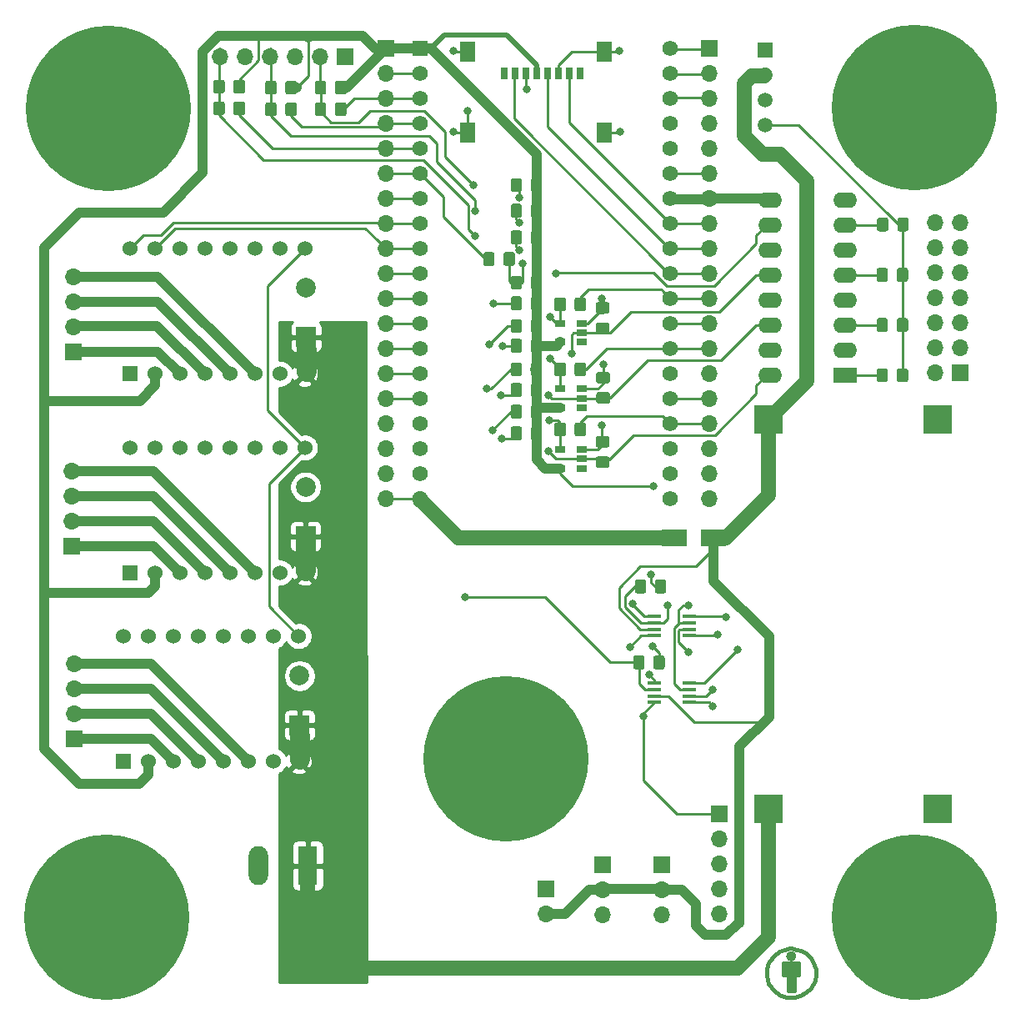
<source format=gtl>
G04 #@! TF.GenerationSoftware,KiCad,Pcbnew,(5.1.5)-3*
G04 #@! TF.CreationDate,2025-02-09T11:39:33+01:00*
G04 #@! TF.ProjectId,ESP32-cnc,45535033-322d-4636-9e63-2e6b69636164,rev?*
G04 #@! TF.SameCoordinates,Original*
G04 #@! TF.FileFunction,Copper,L1,Top*
G04 #@! TF.FilePolarity,Positive*
%FSLAX46Y46*%
G04 Gerber Fmt 4.6, Leading zero omitted, Abs format (unit mm)*
G04 Created by KiCad (PCBNEW (5.1.5)-3) date 2025-02-09 11:39:33*
%MOMM*%
%LPD*%
G04 APERTURE LIST*
%ADD10C,0.381000*%
%ADD11O,1.700000X1.700000*%
%ADD12R,1.700000X1.700000*%
%ADD13C,1.100000*%
%ADD14C,16.800000*%
%ADD15C,2.000000*%
%ADD16R,2.000000X2.000000*%
%ADD17C,1.530000*%
%ADD18R,1.530000X1.530000*%
%ADD19C,0.100000*%
%ADD20C,1.560000*%
%ADD21R,1.560000X1.560000*%
%ADD22R,1.060000X0.650000*%
%ADD23R,3.000000X3.000000*%
%ADD24O,2.400000X1.600000*%
%ADD25R,2.400000X1.600000*%
%ADD26C,1.508000*%
%ADD27R,1.508000X1.508000*%
%ADD28R,2.500000X1.800000*%
%ADD29R,1.420000X0.400000*%
%ADD30R,1.500000X2.000000*%
%ADD31R,0.800000X1.200000*%
%ADD32R,1.980000X3.960000*%
%ADD33O,1.980000X3.960000*%
%ADD34C,0.800000*%
%ADD35C,0.250000*%
%ADD36C,2.000000*%
%ADD37C,1.500000*%
%ADD38C,1.000000*%
%ADD39C,0.500000*%
%ADD40C,0.254000*%
G04 APERTURE END LIST*
D10*
X93068800Y-129559580D02*
X93068800Y-129958360D01*
X92367760Y-130758460D02*
X93668240Y-130758460D01*
X93569180Y-131060720D02*
X92367760Y-131060720D01*
X92268700Y-131360440D02*
X93569180Y-131360440D01*
X93068800Y-131759220D02*
X93068800Y-133059700D01*
X93167860Y-133260360D02*
X93368520Y-133260360D01*
X93368520Y-133260360D02*
X93368520Y-131660160D01*
X92769080Y-131759220D02*
X92769080Y-133260360D01*
X92769080Y-133260360D02*
X93269460Y-133260360D01*
X92268700Y-130458740D02*
X93769840Y-130458740D01*
X93769840Y-130458740D02*
X93769840Y-131660160D01*
X93769840Y-131660160D02*
X92268700Y-131660160D01*
X92268700Y-131660160D02*
X92268700Y-130458740D01*
X93384466Y-129760240D02*
G75*
G03X93384466Y-129760240I-315666J0D01*
G01*
X93068800Y-128960140D02*
X92969740Y-128960140D01*
X92969740Y-128960140D02*
X92367760Y-129059200D01*
X92367760Y-129059200D02*
X91869920Y-129259860D01*
X91869920Y-129259860D02*
X91369540Y-129658640D01*
X91369540Y-129658640D02*
X90869160Y-130260620D01*
X90869160Y-130260620D02*
X90668500Y-130659400D01*
X90668500Y-130659400D02*
X90569440Y-131159780D01*
X90569440Y-131159780D02*
X90569440Y-131759220D01*
X90569440Y-131759220D02*
X90767560Y-132559320D01*
X90767560Y-132559320D02*
X91369540Y-133260360D01*
X91369540Y-133260360D02*
X91869920Y-133659140D01*
X91869920Y-133659140D02*
X92568420Y-133958860D01*
X92568420Y-133958860D02*
X93368520Y-133958860D01*
X93368520Y-133958860D02*
X93967960Y-133760740D01*
X93967960Y-133760740D02*
X94569940Y-133458480D01*
X94569940Y-133458480D02*
X95067780Y-132960640D01*
X95067780Y-132960640D02*
X95469100Y-132259600D01*
X95469100Y-132259600D02*
X95568160Y-131660160D01*
X95568160Y-131660160D02*
X95568160Y-131060720D01*
X95568160Y-131060720D02*
X95370040Y-130458740D01*
X95370040Y-130458740D02*
X95067780Y-129958360D01*
X95067780Y-129958360D02*
X94569940Y-129460520D01*
X94569940Y-129460520D02*
X94069560Y-129158260D01*
X94069560Y-129158260D02*
X93668240Y-129059200D01*
X93668240Y-129059200D02*
X93068800Y-128960140D01*
D11*
X85750400Y-125488700D03*
X85750400Y-122948700D03*
X85750400Y-120408700D03*
X85750400Y-117868700D03*
D12*
X85750400Y-115328700D03*
D13*
X68564373Y-105235127D03*
X64109600Y-103389900D03*
X59654827Y-105235127D03*
X57809600Y-109689900D03*
X59654827Y-114144673D03*
X64109600Y-115989900D03*
X68564373Y-114144673D03*
X70409600Y-109689900D03*
D14*
X64109600Y-109689900D03*
D15*
X43129200Y-101286300D03*
D16*
X43129200Y-106286300D03*
D15*
X43738800Y-82105500D03*
D16*
X43738800Y-87105500D03*
D15*
X43789600Y-61887100D03*
D16*
X43789600Y-66887100D03*
D11*
X20268800Y-100039500D03*
X20268800Y-102579500D03*
X20268800Y-105119500D03*
D12*
X20268800Y-107659500D03*
D17*
X25878800Y-57909500D03*
X28418800Y-57909500D03*
X30958800Y-57909500D03*
X33498800Y-57909500D03*
X36038800Y-57909500D03*
X38578800Y-57909500D03*
X41118800Y-57909500D03*
X43658800Y-57909500D03*
X43658800Y-70609500D03*
X41118800Y-70609500D03*
X38578800Y-70609500D03*
X36038800Y-70609500D03*
X33498800Y-70609500D03*
X30958800Y-70609500D03*
X28418800Y-70609500D03*
D18*
X25878800Y-70609500D03*
D17*
X25878800Y-78109500D03*
X28418800Y-78109500D03*
X30958800Y-78109500D03*
X33498800Y-78109500D03*
X36038800Y-78109500D03*
X38578800Y-78109500D03*
X41118800Y-78109500D03*
X43658800Y-78109500D03*
X43658800Y-90809500D03*
X41118800Y-90809500D03*
X38578800Y-90809500D03*
X36038800Y-90809500D03*
X33498800Y-90809500D03*
X30958800Y-90809500D03*
X28418800Y-90809500D03*
D18*
X25878800Y-90809500D03*
D17*
X25246400Y-97243900D03*
X27786400Y-97243900D03*
X30326400Y-97243900D03*
X32866400Y-97243900D03*
X35406400Y-97243900D03*
X37946400Y-97243900D03*
X40486400Y-97243900D03*
X43026400Y-97243900D03*
X43026400Y-109943900D03*
X40486400Y-109943900D03*
X37946400Y-109943900D03*
X35406400Y-109943900D03*
X32866400Y-109943900D03*
X30326400Y-109943900D03*
X27786400Y-109943900D03*
D18*
X25246400Y-109943900D03*
G04 #@! TA.AperFunction,SMDPad,CuDef*
D19*
G36*
X40568305Y-43060704D02*
G01*
X40592573Y-43064304D01*
X40616372Y-43070265D01*
X40639471Y-43078530D01*
X40661650Y-43089020D01*
X40682693Y-43101632D01*
X40702399Y-43116247D01*
X40720577Y-43132723D01*
X40737053Y-43150901D01*
X40751668Y-43170607D01*
X40764280Y-43191650D01*
X40774770Y-43213829D01*
X40783035Y-43236928D01*
X40788996Y-43260727D01*
X40792596Y-43284995D01*
X40793800Y-43309499D01*
X40793800Y-44209501D01*
X40792596Y-44234005D01*
X40788996Y-44258273D01*
X40783035Y-44282072D01*
X40774770Y-44305171D01*
X40764280Y-44327350D01*
X40751668Y-44348393D01*
X40737053Y-44368099D01*
X40720577Y-44386277D01*
X40702399Y-44402753D01*
X40682693Y-44417368D01*
X40661650Y-44429980D01*
X40639471Y-44440470D01*
X40616372Y-44448735D01*
X40592573Y-44454696D01*
X40568305Y-44458296D01*
X40543801Y-44459500D01*
X39893799Y-44459500D01*
X39869295Y-44458296D01*
X39845027Y-44454696D01*
X39821228Y-44448735D01*
X39798129Y-44440470D01*
X39775950Y-44429980D01*
X39754907Y-44417368D01*
X39735201Y-44402753D01*
X39717023Y-44386277D01*
X39700547Y-44368099D01*
X39685932Y-44348393D01*
X39673320Y-44327350D01*
X39662830Y-44305171D01*
X39654565Y-44282072D01*
X39648604Y-44258273D01*
X39645004Y-44234005D01*
X39643800Y-44209501D01*
X39643800Y-43309499D01*
X39645004Y-43284995D01*
X39648604Y-43260727D01*
X39654565Y-43236928D01*
X39662830Y-43213829D01*
X39673320Y-43191650D01*
X39685932Y-43170607D01*
X39700547Y-43150901D01*
X39717023Y-43132723D01*
X39735201Y-43116247D01*
X39754907Y-43101632D01*
X39775950Y-43089020D01*
X39798129Y-43078530D01*
X39821228Y-43070265D01*
X39845027Y-43064304D01*
X39869295Y-43060704D01*
X39893799Y-43059500D01*
X40543801Y-43059500D01*
X40568305Y-43060704D01*
G37*
G04 #@! TD.AperFunction*
G04 #@! TA.AperFunction,SMDPad,CuDef*
G36*
X42618305Y-43060704D02*
G01*
X42642573Y-43064304D01*
X42666372Y-43070265D01*
X42689471Y-43078530D01*
X42711650Y-43089020D01*
X42732693Y-43101632D01*
X42752399Y-43116247D01*
X42770577Y-43132723D01*
X42787053Y-43150901D01*
X42801668Y-43170607D01*
X42814280Y-43191650D01*
X42824770Y-43213829D01*
X42833035Y-43236928D01*
X42838996Y-43260727D01*
X42842596Y-43284995D01*
X42843800Y-43309499D01*
X42843800Y-44209501D01*
X42842596Y-44234005D01*
X42838996Y-44258273D01*
X42833035Y-44282072D01*
X42824770Y-44305171D01*
X42814280Y-44327350D01*
X42801668Y-44348393D01*
X42787053Y-44368099D01*
X42770577Y-44386277D01*
X42752399Y-44402753D01*
X42732693Y-44417368D01*
X42711650Y-44429980D01*
X42689471Y-44440470D01*
X42666372Y-44448735D01*
X42642573Y-44454696D01*
X42618305Y-44458296D01*
X42593801Y-44459500D01*
X41943799Y-44459500D01*
X41919295Y-44458296D01*
X41895027Y-44454696D01*
X41871228Y-44448735D01*
X41848129Y-44440470D01*
X41825950Y-44429980D01*
X41804907Y-44417368D01*
X41785201Y-44402753D01*
X41767023Y-44386277D01*
X41750547Y-44368099D01*
X41735932Y-44348393D01*
X41723320Y-44327350D01*
X41712830Y-44305171D01*
X41704565Y-44282072D01*
X41698604Y-44258273D01*
X41695004Y-44234005D01*
X41693800Y-44209501D01*
X41693800Y-43309499D01*
X41695004Y-43284995D01*
X41698604Y-43260727D01*
X41704565Y-43236928D01*
X41712830Y-43213829D01*
X41723320Y-43191650D01*
X41735932Y-43170607D01*
X41750547Y-43150901D01*
X41767023Y-43132723D01*
X41785201Y-43116247D01*
X41804907Y-43101632D01*
X41825950Y-43089020D01*
X41848129Y-43078530D01*
X41871228Y-43070265D01*
X41895027Y-43064304D01*
X41919295Y-43060704D01*
X41943799Y-43059500D01*
X42593801Y-43059500D01*
X42618305Y-43060704D01*
G37*
G04 #@! TD.AperFunction*
D20*
X80801200Y-83279500D03*
X80801200Y-80739500D03*
X80801200Y-78199500D03*
X80801200Y-75659500D03*
X80801200Y-73119500D03*
X80801200Y-70579500D03*
X80801200Y-68039500D03*
X80801200Y-65499500D03*
X80801200Y-62959500D03*
X80801200Y-60419500D03*
X80801200Y-57879500D03*
X80801200Y-55339500D03*
X80801200Y-52799500D03*
X80801200Y-50259500D03*
X80801200Y-47719500D03*
X80801200Y-45179500D03*
X80801200Y-42639500D03*
X80801200Y-40099500D03*
X80801200Y-37559500D03*
X55401200Y-80739500D03*
X55401200Y-78199500D03*
X55401200Y-75659500D03*
X55401200Y-73119500D03*
X55401200Y-70579500D03*
X55401200Y-68039500D03*
X55401200Y-65499500D03*
X55401200Y-62959500D03*
X55401200Y-60419500D03*
X55401200Y-57879500D03*
X55401200Y-55339500D03*
X55401200Y-52799500D03*
X55401200Y-50259500D03*
X55401200Y-47719500D03*
X55401200Y-45179500D03*
X55401200Y-42639500D03*
X55401200Y-83279500D03*
X55401200Y-40099500D03*
D21*
X55401200Y-37559500D03*
D11*
X84768800Y-83299500D03*
X84768800Y-80759500D03*
X84768800Y-78219500D03*
X84768800Y-75679500D03*
X84768800Y-73139500D03*
X84768800Y-70599500D03*
X84768800Y-68059500D03*
X84768800Y-65519500D03*
X84768800Y-62979500D03*
X84768800Y-60439500D03*
X84768800Y-57899500D03*
X84768800Y-55359500D03*
X84768800Y-52819500D03*
X84768800Y-50279500D03*
X84768800Y-47739500D03*
X84768800Y-45199500D03*
X84768800Y-42659500D03*
X84768800Y-40119500D03*
D12*
X84768800Y-37579500D03*
D11*
X79962400Y-125508700D03*
X79962400Y-122968700D03*
D12*
X79962400Y-120428700D03*
D11*
X107668800Y-55259500D03*
X110208800Y-55259500D03*
X107668800Y-57799500D03*
X110208800Y-57799500D03*
X107668800Y-60339500D03*
X110208800Y-60339500D03*
X107668800Y-62879500D03*
X110208800Y-62879500D03*
X107668800Y-65419500D03*
X110208800Y-65419500D03*
X107668800Y-67959500D03*
X110208800Y-67959500D03*
X107668800Y-70499500D03*
D12*
X110208800Y-70499500D03*
D11*
X19968800Y-80539500D03*
X19968800Y-83079500D03*
X19968800Y-85619500D03*
D12*
X19968800Y-88159500D03*
D11*
X20168800Y-60739500D03*
X20168800Y-63279500D03*
X20168800Y-65819500D03*
D12*
X20168800Y-68359500D03*
D11*
X73900400Y-125508700D03*
X73900400Y-122968700D03*
D12*
X73900400Y-120428700D03*
D11*
X68122800Y-125468700D03*
D12*
X68122800Y-122928700D03*
D11*
X51868800Y-83279500D03*
X51868800Y-80739500D03*
X51868800Y-78199500D03*
X51868800Y-75659500D03*
X51868800Y-73119500D03*
X51868800Y-70579500D03*
X51868800Y-68039500D03*
X51868800Y-65499500D03*
X51868800Y-62959500D03*
X51868800Y-60419500D03*
X51868800Y-57879500D03*
X51868800Y-55339500D03*
X51868800Y-52799500D03*
X51868800Y-50259500D03*
X51868800Y-47719500D03*
X51868800Y-45179500D03*
X51868800Y-42639500D03*
X51868800Y-40099500D03*
D12*
X51868800Y-37559500D03*
X47768800Y-38459500D03*
D11*
X45228800Y-38459500D03*
X42688800Y-38459500D03*
X40148800Y-38459500D03*
X37608800Y-38459500D03*
X35068800Y-38459500D03*
G04 #@! TA.AperFunction,SMDPad,CuDef*
D19*
G36*
X102668305Y-64960704D02*
G01*
X102692573Y-64964304D01*
X102716372Y-64970265D01*
X102739471Y-64978530D01*
X102761650Y-64989020D01*
X102782693Y-65001632D01*
X102802399Y-65016247D01*
X102820577Y-65032723D01*
X102837053Y-65050901D01*
X102851668Y-65070607D01*
X102864280Y-65091650D01*
X102874770Y-65113829D01*
X102883035Y-65136928D01*
X102888996Y-65160727D01*
X102892596Y-65184995D01*
X102893800Y-65209499D01*
X102893800Y-66109501D01*
X102892596Y-66134005D01*
X102888996Y-66158273D01*
X102883035Y-66182072D01*
X102874770Y-66205171D01*
X102864280Y-66227350D01*
X102851668Y-66248393D01*
X102837053Y-66268099D01*
X102820577Y-66286277D01*
X102802399Y-66302753D01*
X102782693Y-66317368D01*
X102761650Y-66329980D01*
X102739471Y-66340470D01*
X102716372Y-66348735D01*
X102692573Y-66354696D01*
X102668305Y-66358296D01*
X102643801Y-66359500D01*
X101993799Y-66359500D01*
X101969295Y-66358296D01*
X101945027Y-66354696D01*
X101921228Y-66348735D01*
X101898129Y-66340470D01*
X101875950Y-66329980D01*
X101854907Y-66317368D01*
X101835201Y-66302753D01*
X101817023Y-66286277D01*
X101800547Y-66268099D01*
X101785932Y-66248393D01*
X101773320Y-66227350D01*
X101762830Y-66205171D01*
X101754565Y-66182072D01*
X101748604Y-66158273D01*
X101745004Y-66134005D01*
X101743800Y-66109501D01*
X101743800Y-65209499D01*
X101745004Y-65184995D01*
X101748604Y-65160727D01*
X101754565Y-65136928D01*
X101762830Y-65113829D01*
X101773320Y-65091650D01*
X101785932Y-65070607D01*
X101800547Y-65050901D01*
X101817023Y-65032723D01*
X101835201Y-65016247D01*
X101854907Y-65001632D01*
X101875950Y-64989020D01*
X101898129Y-64978530D01*
X101921228Y-64970265D01*
X101945027Y-64964304D01*
X101969295Y-64960704D01*
X101993799Y-64959500D01*
X102643801Y-64959500D01*
X102668305Y-64960704D01*
G37*
G04 #@! TD.AperFunction*
G04 #@! TA.AperFunction,SMDPad,CuDef*
G36*
X104718305Y-64960704D02*
G01*
X104742573Y-64964304D01*
X104766372Y-64970265D01*
X104789471Y-64978530D01*
X104811650Y-64989020D01*
X104832693Y-65001632D01*
X104852399Y-65016247D01*
X104870577Y-65032723D01*
X104887053Y-65050901D01*
X104901668Y-65070607D01*
X104914280Y-65091650D01*
X104924770Y-65113829D01*
X104933035Y-65136928D01*
X104938996Y-65160727D01*
X104942596Y-65184995D01*
X104943800Y-65209499D01*
X104943800Y-66109501D01*
X104942596Y-66134005D01*
X104938996Y-66158273D01*
X104933035Y-66182072D01*
X104924770Y-66205171D01*
X104914280Y-66227350D01*
X104901668Y-66248393D01*
X104887053Y-66268099D01*
X104870577Y-66286277D01*
X104852399Y-66302753D01*
X104832693Y-66317368D01*
X104811650Y-66329980D01*
X104789471Y-66340470D01*
X104766372Y-66348735D01*
X104742573Y-66354696D01*
X104718305Y-66358296D01*
X104693801Y-66359500D01*
X104043799Y-66359500D01*
X104019295Y-66358296D01*
X103995027Y-66354696D01*
X103971228Y-66348735D01*
X103948129Y-66340470D01*
X103925950Y-66329980D01*
X103904907Y-66317368D01*
X103885201Y-66302753D01*
X103867023Y-66286277D01*
X103850547Y-66268099D01*
X103835932Y-66248393D01*
X103823320Y-66227350D01*
X103812830Y-66205171D01*
X103804565Y-66182072D01*
X103798604Y-66158273D01*
X103795004Y-66134005D01*
X103793800Y-66109501D01*
X103793800Y-65209499D01*
X103795004Y-65184995D01*
X103798604Y-65160727D01*
X103804565Y-65136928D01*
X103812830Y-65113829D01*
X103823320Y-65091650D01*
X103835932Y-65070607D01*
X103850547Y-65050901D01*
X103867023Y-65032723D01*
X103885201Y-65016247D01*
X103904907Y-65001632D01*
X103925950Y-64989020D01*
X103948129Y-64978530D01*
X103971228Y-64970265D01*
X103995027Y-64964304D01*
X104019295Y-64960704D01*
X104043799Y-64959500D01*
X104693801Y-64959500D01*
X104718305Y-64960704D01*
G37*
G04 #@! TD.AperFunction*
G04 #@! TA.AperFunction,SMDPad,CuDef*
G36*
X71993305Y-62860704D02*
G01*
X72017573Y-62864304D01*
X72041372Y-62870265D01*
X72064471Y-62878530D01*
X72086650Y-62889020D01*
X72107693Y-62901632D01*
X72127399Y-62916247D01*
X72145577Y-62932723D01*
X72162053Y-62950901D01*
X72176668Y-62970607D01*
X72189280Y-62991650D01*
X72199770Y-63013829D01*
X72208035Y-63036928D01*
X72213996Y-63060727D01*
X72217596Y-63084995D01*
X72218800Y-63109499D01*
X72218800Y-64009501D01*
X72217596Y-64034005D01*
X72213996Y-64058273D01*
X72208035Y-64082072D01*
X72199770Y-64105171D01*
X72189280Y-64127350D01*
X72176668Y-64148393D01*
X72162053Y-64168099D01*
X72145577Y-64186277D01*
X72127399Y-64202753D01*
X72107693Y-64217368D01*
X72086650Y-64229980D01*
X72064471Y-64240470D01*
X72041372Y-64248735D01*
X72017573Y-64254696D01*
X71993305Y-64258296D01*
X71968801Y-64259500D01*
X71318799Y-64259500D01*
X71294295Y-64258296D01*
X71270027Y-64254696D01*
X71246228Y-64248735D01*
X71223129Y-64240470D01*
X71200950Y-64229980D01*
X71179907Y-64217368D01*
X71160201Y-64202753D01*
X71142023Y-64186277D01*
X71125547Y-64168099D01*
X71110932Y-64148393D01*
X71098320Y-64127350D01*
X71087830Y-64105171D01*
X71079565Y-64082072D01*
X71073604Y-64058273D01*
X71070004Y-64034005D01*
X71068800Y-64009501D01*
X71068800Y-63109499D01*
X71070004Y-63084995D01*
X71073604Y-63060727D01*
X71079565Y-63036928D01*
X71087830Y-63013829D01*
X71098320Y-62991650D01*
X71110932Y-62970607D01*
X71125547Y-62950901D01*
X71142023Y-62932723D01*
X71160201Y-62916247D01*
X71179907Y-62901632D01*
X71200950Y-62889020D01*
X71223129Y-62878530D01*
X71246228Y-62870265D01*
X71270027Y-62864304D01*
X71294295Y-62860704D01*
X71318799Y-62859500D01*
X71968801Y-62859500D01*
X71993305Y-62860704D01*
G37*
G04 #@! TD.AperFunction*
G04 #@! TA.AperFunction,SMDPad,CuDef*
G36*
X69943305Y-62860704D02*
G01*
X69967573Y-62864304D01*
X69991372Y-62870265D01*
X70014471Y-62878530D01*
X70036650Y-62889020D01*
X70057693Y-62901632D01*
X70077399Y-62916247D01*
X70095577Y-62932723D01*
X70112053Y-62950901D01*
X70126668Y-62970607D01*
X70139280Y-62991650D01*
X70149770Y-63013829D01*
X70158035Y-63036928D01*
X70163996Y-63060727D01*
X70167596Y-63084995D01*
X70168800Y-63109499D01*
X70168800Y-64009501D01*
X70167596Y-64034005D01*
X70163996Y-64058273D01*
X70158035Y-64082072D01*
X70149770Y-64105171D01*
X70139280Y-64127350D01*
X70126668Y-64148393D01*
X70112053Y-64168099D01*
X70095577Y-64186277D01*
X70077399Y-64202753D01*
X70057693Y-64217368D01*
X70036650Y-64229980D01*
X70014471Y-64240470D01*
X69991372Y-64248735D01*
X69967573Y-64254696D01*
X69943305Y-64258296D01*
X69918801Y-64259500D01*
X69268799Y-64259500D01*
X69244295Y-64258296D01*
X69220027Y-64254696D01*
X69196228Y-64248735D01*
X69173129Y-64240470D01*
X69150950Y-64229980D01*
X69129907Y-64217368D01*
X69110201Y-64202753D01*
X69092023Y-64186277D01*
X69075547Y-64168099D01*
X69060932Y-64148393D01*
X69048320Y-64127350D01*
X69037830Y-64105171D01*
X69029565Y-64082072D01*
X69023604Y-64058273D01*
X69020004Y-64034005D01*
X69018800Y-64009501D01*
X69018800Y-63109499D01*
X69020004Y-63084995D01*
X69023604Y-63060727D01*
X69029565Y-63036928D01*
X69037830Y-63013829D01*
X69048320Y-62991650D01*
X69060932Y-62970607D01*
X69075547Y-62950901D01*
X69092023Y-62932723D01*
X69110201Y-62916247D01*
X69129907Y-62901632D01*
X69150950Y-62889020D01*
X69173129Y-62878530D01*
X69196228Y-62870265D01*
X69220027Y-62864304D01*
X69244295Y-62860704D01*
X69268799Y-62859500D01*
X69918801Y-62859500D01*
X69943305Y-62860704D01*
G37*
G04 #@! TD.AperFunction*
G04 #@! TA.AperFunction,SMDPad,CuDef*
G36*
X71993305Y-69460704D02*
G01*
X72017573Y-69464304D01*
X72041372Y-69470265D01*
X72064471Y-69478530D01*
X72086650Y-69489020D01*
X72107693Y-69501632D01*
X72127399Y-69516247D01*
X72145577Y-69532723D01*
X72162053Y-69550901D01*
X72176668Y-69570607D01*
X72189280Y-69591650D01*
X72199770Y-69613829D01*
X72208035Y-69636928D01*
X72213996Y-69660727D01*
X72217596Y-69684995D01*
X72218800Y-69709499D01*
X72218800Y-70609501D01*
X72217596Y-70634005D01*
X72213996Y-70658273D01*
X72208035Y-70682072D01*
X72199770Y-70705171D01*
X72189280Y-70727350D01*
X72176668Y-70748393D01*
X72162053Y-70768099D01*
X72145577Y-70786277D01*
X72127399Y-70802753D01*
X72107693Y-70817368D01*
X72086650Y-70829980D01*
X72064471Y-70840470D01*
X72041372Y-70848735D01*
X72017573Y-70854696D01*
X71993305Y-70858296D01*
X71968801Y-70859500D01*
X71318799Y-70859500D01*
X71294295Y-70858296D01*
X71270027Y-70854696D01*
X71246228Y-70848735D01*
X71223129Y-70840470D01*
X71200950Y-70829980D01*
X71179907Y-70817368D01*
X71160201Y-70802753D01*
X71142023Y-70786277D01*
X71125547Y-70768099D01*
X71110932Y-70748393D01*
X71098320Y-70727350D01*
X71087830Y-70705171D01*
X71079565Y-70682072D01*
X71073604Y-70658273D01*
X71070004Y-70634005D01*
X71068800Y-70609501D01*
X71068800Y-69709499D01*
X71070004Y-69684995D01*
X71073604Y-69660727D01*
X71079565Y-69636928D01*
X71087830Y-69613829D01*
X71098320Y-69591650D01*
X71110932Y-69570607D01*
X71125547Y-69550901D01*
X71142023Y-69532723D01*
X71160201Y-69516247D01*
X71179907Y-69501632D01*
X71200950Y-69489020D01*
X71223129Y-69478530D01*
X71246228Y-69470265D01*
X71270027Y-69464304D01*
X71294295Y-69460704D01*
X71318799Y-69459500D01*
X71968801Y-69459500D01*
X71993305Y-69460704D01*
G37*
G04 #@! TD.AperFunction*
G04 #@! TA.AperFunction,SMDPad,CuDef*
G36*
X69943305Y-69460704D02*
G01*
X69967573Y-69464304D01*
X69991372Y-69470265D01*
X70014471Y-69478530D01*
X70036650Y-69489020D01*
X70057693Y-69501632D01*
X70077399Y-69516247D01*
X70095577Y-69532723D01*
X70112053Y-69550901D01*
X70126668Y-69570607D01*
X70139280Y-69591650D01*
X70149770Y-69613829D01*
X70158035Y-69636928D01*
X70163996Y-69660727D01*
X70167596Y-69684995D01*
X70168800Y-69709499D01*
X70168800Y-70609501D01*
X70167596Y-70634005D01*
X70163996Y-70658273D01*
X70158035Y-70682072D01*
X70149770Y-70705171D01*
X70139280Y-70727350D01*
X70126668Y-70748393D01*
X70112053Y-70768099D01*
X70095577Y-70786277D01*
X70077399Y-70802753D01*
X70057693Y-70817368D01*
X70036650Y-70829980D01*
X70014471Y-70840470D01*
X69991372Y-70848735D01*
X69967573Y-70854696D01*
X69943305Y-70858296D01*
X69918801Y-70859500D01*
X69268799Y-70859500D01*
X69244295Y-70858296D01*
X69220027Y-70854696D01*
X69196228Y-70848735D01*
X69173129Y-70840470D01*
X69150950Y-70829980D01*
X69129907Y-70817368D01*
X69110201Y-70802753D01*
X69092023Y-70786277D01*
X69075547Y-70768099D01*
X69060932Y-70748393D01*
X69048320Y-70727350D01*
X69037830Y-70705171D01*
X69029565Y-70682072D01*
X69023604Y-70658273D01*
X69020004Y-70634005D01*
X69018800Y-70609501D01*
X69018800Y-69709499D01*
X69020004Y-69684995D01*
X69023604Y-69660727D01*
X69029565Y-69636928D01*
X69037830Y-69613829D01*
X69048320Y-69591650D01*
X69060932Y-69570607D01*
X69075547Y-69550901D01*
X69092023Y-69532723D01*
X69110201Y-69516247D01*
X69129907Y-69501632D01*
X69150950Y-69489020D01*
X69173129Y-69478530D01*
X69196228Y-69470265D01*
X69220027Y-69464304D01*
X69244295Y-69460704D01*
X69268799Y-69459500D01*
X69918801Y-69459500D01*
X69943305Y-69460704D01*
G37*
G04 #@! TD.AperFunction*
G04 #@! TA.AperFunction,SMDPad,CuDef*
G36*
X65493305Y-67060704D02*
G01*
X65517573Y-67064304D01*
X65541372Y-67070265D01*
X65564471Y-67078530D01*
X65586650Y-67089020D01*
X65607693Y-67101632D01*
X65627399Y-67116247D01*
X65645577Y-67132723D01*
X65662053Y-67150901D01*
X65676668Y-67170607D01*
X65689280Y-67191650D01*
X65699770Y-67213829D01*
X65708035Y-67236928D01*
X65713996Y-67260727D01*
X65717596Y-67284995D01*
X65718800Y-67309499D01*
X65718800Y-68209501D01*
X65717596Y-68234005D01*
X65713996Y-68258273D01*
X65708035Y-68282072D01*
X65699770Y-68305171D01*
X65689280Y-68327350D01*
X65676668Y-68348393D01*
X65662053Y-68368099D01*
X65645577Y-68386277D01*
X65627399Y-68402753D01*
X65607693Y-68417368D01*
X65586650Y-68429980D01*
X65564471Y-68440470D01*
X65541372Y-68448735D01*
X65517573Y-68454696D01*
X65493305Y-68458296D01*
X65468801Y-68459500D01*
X64818799Y-68459500D01*
X64794295Y-68458296D01*
X64770027Y-68454696D01*
X64746228Y-68448735D01*
X64723129Y-68440470D01*
X64700950Y-68429980D01*
X64679907Y-68417368D01*
X64660201Y-68402753D01*
X64642023Y-68386277D01*
X64625547Y-68368099D01*
X64610932Y-68348393D01*
X64598320Y-68327350D01*
X64587830Y-68305171D01*
X64579565Y-68282072D01*
X64573604Y-68258273D01*
X64570004Y-68234005D01*
X64568800Y-68209501D01*
X64568800Y-67309499D01*
X64570004Y-67284995D01*
X64573604Y-67260727D01*
X64579565Y-67236928D01*
X64587830Y-67213829D01*
X64598320Y-67191650D01*
X64610932Y-67170607D01*
X64625547Y-67150901D01*
X64642023Y-67132723D01*
X64660201Y-67116247D01*
X64679907Y-67101632D01*
X64700950Y-67089020D01*
X64723129Y-67078530D01*
X64746228Y-67070265D01*
X64770027Y-67064304D01*
X64794295Y-67060704D01*
X64818799Y-67059500D01*
X65468801Y-67059500D01*
X65493305Y-67060704D01*
G37*
G04 #@! TD.AperFunction*
G04 #@! TA.AperFunction,SMDPad,CuDef*
G36*
X67543305Y-67060704D02*
G01*
X67567573Y-67064304D01*
X67591372Y-67070265D01*
X67614471Y-67078530D01*
X67636650Y-67089020D01*
X67657693Y-67101632D01*
X67677399Y-67116247D01*
X67695577Y-67132723D01*
X67712053Y-67150901D01*
X67726668Y-67170607D01*
X67739280Y-67191650D01*
X67749770Y-67213829D01*
X67758035Y-67236928D01*
X67763996Y-67260727D01*
X67767596Y-67284995D01*
X67768800Y-67309499D01*
X67768800Y-68209501D01*
X67767596Y-68234005D01*
X67763996Y-68258273D01*
X67758035Y-68282072D01*
X67749770Y-68305171D01*
X67739280Y-68327350D01*
X67726668Y-68348393D01*
X67712053Y-68368099D01*
X67695577Y-68386277D01*
X67677399Y-68402753D01*
X67657693Y-68417368D01*
X67636650Y-68429980D01*
X67614471Y-68440470D01*
X67591372Y-68448735D01*
X67567573Y-68454696D01*
X67543305Y-68458296D01*
X67518801Y-68459500D01*
X66868799Y-68459500D01*
X66844295Y-68458296D01*
X66820027Y-68454696D01*
X66796228Y-68448735D01*
X66773129Y-68440470D01*
X66750950Y-68429980D01*
X66729907Y-68417368D01*
X66710201Y-68402753D01*
X66692023Y-68386277D01*
X66675547Y-68368099D01*
X66660932Y-68348393D01*
X66648320Y-68327350D01*
X66637830Y-68305171D01*
X66629565Y-68282072D01*
X66623604Y-68258273D01*
X66620004Y-68234005D01*
X66618800Y-68209501D01*
X66618800Y-67309499D01*
X66620004Y-67284995D01*
X66623604Y-67260727D01*
X66629565Y-67236928D01*
X66637830Y-67213829D01*
X66648320Y-67191650D01*
X66660932Y-67170607D01*
X66675547Y-67150901D01*
X66692023Y-67132723D01*
X66710201Y-67116247D01*
X66729907Y-67101632D01*
X66750950Y-67089020D01*
X66773129Y-67078530D01*
X66796228Y-67070265D01*
X66820027Y-67064304D01*
X66844295Y-67060704D01*
X66868799Y-67059500D01*
X67518801Y-67059500D01*
X67543305Y-67060704D01*
G37*
G04 #@! TD.AperFunction*
G04 #@! TA.AperFunction,SMDPad,CuDef*
G36*
X65493305Y-71560704D02*
G01*
X65517573Y-71564304D01*
X65541372Y-71570265D01*
X65564471Y-71578530D01*
X65586650Y-71589020D01*
X65607693Y-71601632D01*
X65627399Y-71616247D01*
X65645577Y-71632723D01*
X65662053Y-71650901D01*
X65676668Y-71670607D01*
X65689280Y-71691650D01*
X65699770Y-71713829D01*
X65708035Y-71736928D01*
X65713996Y-71760727D01*
X65717596Y-71784995D01*
X65718800Y-71809499D01*
X65718800Y-72709501D01*
X65717596Y-72734005D01*
X65713996Y-72758273D01*
X65708035Y-72782072D01*
X65699770Y-72805171D01*
X65689280Y-72827350D01*
X65676668Y-72848393D01*
X65662053Y-72868099D01*
X65645577Y-72886277D01*
X65627399Y-72902753D01*
X65607693Y-72917368D01*
X65586650Y-72929980D01*
X65564471Y-72940470D01*
X65541372Y-72948735D01*
X65517573Y-72954696D01*
X65493305Y-72958296D01*
X65468801Y-72959500D01*
X64818799Y-72959500D01*
X64794295Y-72958296D01*
X64770027Y-72954696D01*
X64746228Y-72948735D01*
X64723129Y-72940470D01*
X64700950Y-72929980D01*
X64679907Y-72917368D01*
X64660201Y-72902753D01*
X64642023Y-72886277D01*
X64625547Y-72868099D01*
X64610932Y-72848393D01*
X64598320Y-72827350D01*
X64587830Y-72805171D01*
X64579565Y-72782072D01*
X64573604Y-72758273D01*
X64570004Y-72734005D01*
X64568800Y-72709501D01*
X64568800Y-71809499D01*
X64570004Y-71784995D01*
X64573604Y-71760727D01*
X64579565Y-71736928D01*
X64587830Y-71713829D01*
X64598320Y-71691650D01*
X64610932Y-71670607D01*
X64625547Y-71650901D01*
X64642023Y-71632723D01*
X64660201Y-71616247D01*
X64679907Y-71601632D01*
X64700950Y-71589020D01*
X64723129Y-71578530D01*
X64746228Y-71570265D01*
X64770027Y-71564304D01*
X64794295Y-71560704D01*
X64818799Y-71559500D01*
X65468801Y-71559500D01*
X65493305Y-71560704D01*
G37*
G04 #@! TD.AperFunction*
G04 #@! TA.AperFunction,SMDPad,CuDef*
G36*
X67543305Y-71560704D02*
G01*
X67567573Y-71564304D01*
X67591372Y-71570265D01*
X67614471Y-71578530D01*
X67636650Y-71589020D01*
X67657693Y-71601632D01*
X67677399Y-71616247D01*
X67695577Y-71632723D01*
X67712053Y-71650901D01*
X67726668Y-71670607D01*
X67739280Y-71691650D01*
X67749770Y-71713829D01*
X67758035Y-71736928D01*
X67763996Y-71760727D01*
X67767596Y-71784995D01*
X67768800Y-71809499D01*
X67768800Y-72709501D01*
X67767596Y-72734005D01*
X67763996Y-72758273D01*
X67758035Y-72782072D01*
X67749770Y-72805171D01*
X67739280Y-72827350D01*
X67726668Y-72848393D01*
X67712053Y-72868099D01*
X67695577Y-72886277D01*
X67677399Y-72902753D01*
X67657693Y-72917368D01*
X67636650Y-72929980D01*
X67614471Y-72940470D01*
X67591372Y-72948735D01*
X67567573Y-72954696D01*
X67543305Y-72958296D01*
X67518801Y-72959500D01*
X66868799Y-72959500D01*
X66844295Y-72958296D01*
X66820027Y-72954696D01*
X66796228Y-72948735D01*
X66773129Y-72940470D01*
X66750950Y-72929980D01*
X66729907Y-72917368D01*
X66710201Y-72902753D01*
X66692023Y-72886277D01*
X66675547Y-72868099D01*
X66660932Y-72848393D01*
X66648320Y-72827350D01*
X66637830Y-72805171D01*
X66629565Y-72782072D01*
X66623604Y-72758273D01*
X66620004Y-72734005D01*
X66618800Y-72709501D01*
X66618800Y-71809499D01*
X66620004Y-71784995D01*
X66623604Y-71760727D01*
X66629565Y-71736928D01*
X66637830Y-71713829D01*
X66648320Y-71691650D01*
X66660932Y-71670607D01*
X66675547Y-71650901D01*
X66692023Y-71632723D01*
X66710201Y-71616247D01*
X66729907Y-71601632D01*
X66750950Y-71589020D01*
X66773129Y-71578530D01*
X66796228Y-71570265D01*
X66820027Y-71564304D01*
X66844295Y-71560704D01*
X66868799Y-71559500D01*
X67518801Y-71559500D01*
X67543305Y-71560704D01*
G37*
G04 #@! TD.AperFunction*
G04 #@! TA.AperFunction,SMDPad,CuDef*
G36*
X102668305Y-59860704D02*
G01*
X102692573Y-59864304D01*
X102716372Y-59870265D01*
X102739471Y-59878530D01*
X102761650Y-59889020D01*
X102782693Y-59901632D01*
X102802399Y-59916247D01*
X102820577Y-59932723D01*
X102837053Y-59950901D01*
X102851668Y-59970607D01*
X102864280Y-59991650D01*
X102874770Y-60013829D01*
X102883035Y-60036928D01*
X102888996Y-60060727D01*
X102892596Y-60084995D01*
X102893800Y-60109499D01*
X102893800Y-61009501D01*
X102892596Y-61034005D01*
X102888996Y-61058273D01*
X102883035Y-61082072D01*
X102874770Y-61105171D01*
X102864280Y-61127350D01*
X102851668Y-61148393D01*
X102837053Y-61168099D01*
X102820577Y-61186277D01*
X102802399Y-61202753D01*
X102782693Y-61217368D01*
X102761650Y-61229980D01*
X102739471Y-61240470D01*
X102716372Y-61248735D01*
X102692573Y-61254696D01*
X102668305Y-61258296D01*
X102643801Y-61259500D01*
X101993799Y-61259500D01*
X101969295Y-61258296D01*
X101945027Y-61254696D01*
X101921228Y-61248735D01*
X101898129Y-61240470D01*
X101875950Y-61229980D01*
X101854907Y-61217368D01*
X101835201Y-61202753D01*
X101817023Y-61186277D01*
X101800547Y-61168099D01*
X101785932Y-61148393D01*
X101773320Y-61127350D01*
X101762830Y-61105171D01*
X101754565Y-61082072D01*
X101748604Y-61058273D01*
X101745004Y-61034005D01*
X101743800Y-61009501D01*
X101743800Y-60109499D01*
X101745004Y-60084995D01*
X101748604Y-60060727D01*
X101754565Y-60036928D01*
X101762830Y-60013829D01*
X101773320Y-59991650D01*
X101785932Y-59970607D01*
X101800547Y-59950901D01*
X101817023Y-59932723D01*
X101835201Y-59916247D01*
X101854907Y-59901632D01*
X101875950Y-59889020D01*
X101898129Y-59878530D01*
X101921228Y-59870265D01*
X101945027Y-59864304D01*
X101969295Y-59860704D01*
X101993799Y-59859500D01*
X102643801Y-59859500D01*
X102668305Y-59860704D01*
G37*
G04 #@! TD.AperFunction*
G04 #@! TA.AperFunction,SMDPad,CuDef*
G36*
X104718305Y-59860704D02*
G01*
X104742573Y-59864304D01*
X104766372Y-59870265D01*
X104789471Y-59878530D01*
X104811650Y-59889020D01*
X104832693Y-59901632D01*
X104852399Y-59916247D01*
X104870577Y-59932723D01*
X104887053Y-59950901D01*
X104901668Y-59970607D01*
X104914280Y-59991650D01*
X104924770Y-60013829D01*
X104933035Y-60036928D01*
X104938996Y-60060727D01*
X104942596Y-60084995D01*
X104943800Y-60109499D01*
X104943800Y-61009501D01*
X104942596Y-61034005D01*
X104938996Y-61058273D01*
X104933035Y-61082072D01*
X104924770Y-61105171D01*
X104914280Y-61127350D01*
X104901668Y-61148393D01*
X104887053Y-61168099D01*
X104870577Y-61186277D01*
X104852399Y-61202753D01*
X104832693Y-61217368D01*
X104811650Y-61229980D01*
X104789471Y-61240470D01*
X104766372Y-61248735D01*
X104742573Y-61254696D01*
X104718305Y-61258296D01*
X104693801Y-61259500D01*
X104043799Y-61259500D01*
X104019295Y-61258296D01*
X103995027Y-61254696D01*
X103971228Y-61248735D01*
X103948129Y-61240470D01*
X103925950Y-61229980D01*
X103904907Y-61217368D01*
X103885201Y-61202753D01*
X103867023Y-61186277D01*
X103850547Y-61168099D01*
X103835932Y-61148393D01*
X103823320Y-61127350D01*
X103812830Y-61105171D01*
X103804565Y-61082072D01*
X103798604Y-61058273D01*
X103795004Y-61034005D01*
X103793800Y-61009501D01*
X103793800Y-60109499D01*
X103795004Y-60084995D01*
X103798604Y-60060727D01*
X103804565Y-60036928D01*
X103812830Y-60013829D01*
X103823320Y-59991650D01*
X103835932Y-59970607D01*
X103850547Y-59950901D01*
X103867023Y-59932723D01*
X103885201Y-59916247D01*
X103904907Y-59901632D01*
X103925950Y-59889020D01*
X103948129Y-59878530D01*
X103971228Y-59870265D01*
X103995027Y-59864304D01*
X104019295Y-59860704D01*
X104043799Y-59859500D01*
X104693801Y-59859500D01*
X104718305Y-59860704D01*
G37*
G04 #@! TD.AperFunction*
G04 #@! TA.AperFunction,SMDPad,CuDef*
G36*
X102668305Y-70060704D02*
G01*
X102692573Y-70064304D01*
X102716372Y-70070265D01*
X102739471Y-70078530D01*
X102761650Y-70089020D01*
X102782693Y-70101632D01*
X102802399Y-70116247D01*
X102820577Y-70132723D01*
X102837053Y-70150901D01*
X102851668Y-70170607D01*
X102864280Y-70191650D01*
X102874770Y-70213829D01*
X102883035Y-70236928D01*
X102888996Y-70260727D01*
X102892596Y-70284995D01*
X102893800Y-70309499D01*
X102893800Y-71209501D01*
X102892596Y-71234005D01*
X102888996Y-71258273D01*
X102883035Y-71282072D01*
X102874770Y-71305171D01*
X102864280Y-71327350D01*
X102851668Y-71348393D01*
X102837053Y-71368099D01*
X102820577Y-71386277D01*
X102802399Y-71402753D01*
X102782693Y-71417368D01*
X102761650Y-71429980D01*
X102739471Y-71440470D01*
X102716372Y-71448735D01*
X102692573Y-71454696D01*
X102668305Y-71458296D01*
X102643801Y-71459500D01*
X101993799Y-71459500D01*
X101969295Y-71458296D01*
X101945027Y-71454696D01*
X101921228Y-71448735D01*
X101898129Y-71440470D01*
X101875950Y-71429980D01*
X101854907Y-71417368D01*
X101835201Y-71402753D01*
X101817023Y-71386277D01*
X101800547Y-71368099D01*
X101785932Y-71348393D01*
X101773320Y-71327350D01*
X101762830Y-71305171D01*
X101754565Y-71282072D01*
X101748604Y-71258273D01*
X101745004Y-71234005D01*
X101743800Y-71209501D01*
X101743800Y-70309499D01*
X101745004Y-70284995D01*
X101748604Y-70260727D01*
X101754565Y-70236928D01*
X101762830Y-70213829D01*
X101773320Y-70191650D01*
X101785932Y-70170607D01*
X101800547Y-70150901D01*
X101817023Y-70132723D01*
X101835201Y-70116247D01*
X101854907Y-70101632D01*
X101875950Y-70089020D01*
X101898129Y-70078530D01*
X101921228Y-70070265D01*
X101945027Y-70064304D01*
X101969295Y-70060704D01*
X101993799Y-70059500D01*
X102643801Y-70059500D01*
X102668305Y-70060704D01*
G37*
G04 #@! TD.AperFunction*
G04 #@! TA.AperFunction,SMDPad,CuDef*
G36*
X104718305Y-70060704D02*
G01*
X104742573Y-70064304D01*
X104766372Y-70070265D01*
X104789471Y-70078530D01*
X104811650Y-70089020D01*
X104832693Y-70101632D01*
X104852399Y-70116247D01*
X104870577Y-70132723D01*
X104887053Y-70150901D01*
X104901668Y-70170607D01*
X104914280Y-70191650D01*
X104924770Y-70213829D01*
X104933035Y-70236928D01*
X104938996Y-70260727D01*
X104942596Y-70284995D01*
X104943800Y-70309499D01*
X104943800Y-71209501D01*
X104942596Y-71234005D01*
X104938996Y-71258273D01*
X104933035Y-71282072D01*
X104924770Y-71305171D01*
X104914280Y-71327350D01*
X104901668Y-71348393D01*
X104887053Y-71368099D01*
X104870577Y-71386277D01*
X104852399Y-71402753D01*
X104832693Y-71417368D01*
X104811650Y-71429980D01*
X104789471Y-71440470D01*
X104766372Y-71448735D01*
X104742573Y-71454696D01*
X104718305Y-71458296D01*
X104693801Y-71459500D01*
X104043799Y-71459500D01*
X104019295Y-71458296D01*
X103995027Y-71454696D01*
X103971228Y-71448735D01*
X103948129Y-71440470D01*
X103925950Y-71429980D01*
X103904907Y-71417368D01*
X103885201Y-71402753D01*
X103867023Y-71386277D01*
X103850547Y-71368099D01*
X103835932Y-71348393D01*
X103823320Y-71327350D01*
X103812830Y-71305171D01*
X103804565Y-71282072D01*
X103798604Y-71258273D01*
X103795004Y-71234005D01*
X103793800Y-71209501D01*
X103793800Y-70309499D01*
X103795004Y-70284995D01*
X103798604Y-70260727D01*
X103804565Y-70236928D01*
X103812830Y-70213829D01*
X103823320Y-70191650D01*
X103835932Y-70170607D01*
X103850547Y-70150901D01*
X103867023Y-70132723D01*
X103885201Y-70116247D01*
X103904907Y-70101632D01*
X103925950Y-70089020D01*
X103948129Y-70078530D01*
X103971228Y-70070265D01*
X103995027Y-70064304D01*
X104019295Y-70060704D01*
X104043799Y-70059500D01*
X104693801Y-70059500D01*
X104718305Y-70060704D01*
G37*
G04 #@! TD.AperFunction*
G04 #@! TA.AperFunction,SMDPad,CuDef*
G36*
X69943305Y-75560704D02*
G01*
X69967573Y-75564304D01*
X69991372Y-75570265D01*
X70014471Y-75578530D01*
X70036650Y-75589020D01*
X70057693Y-75601632D01*
X70077399Y-75616247D01*
X70095577Y-75632723D01*
X70112053Y-75650901D01*
X70126668Y-75670607D01*
X70139280Y-75691650D01*
X70149770Y-75713829D01*
X70158035Y-75736928D01*
X70163996Y-75760727D01*
X70167596Y-75784995D01*
X70168800Y-75809499D01*
X70168800Y-76709501D01*
X70167596Y-76734005D01*
X70163996Y-76758273D01*
X70158035Y-76782072D01*
X70149770Y-76805171D01*
X70139280Y-76827350D01*
X70126668Y-76848393D01*
X70112053Y-76868099D01*
X70095577Y-76886277D01*
X70077399Y-76902753D01*
X70057693Y-76917368D01*
X70036650Y-76929980D01*
X70014471Y-76940470D01*
X69991372Y-76948735D01*
X69967573Y-76954696D01*
X69943305Y-76958296D01*
X69918801Y-76959500D01*
X69268799Y-76959500D01*
X69244295Y-76958296D01*
X69220027Y-76954696D01*
X69196228Y-76948735D01*
X69173129Y-76940470D01*
X69150950Y-76929980D01*
X69129907Y-76917368D01*
X69110201Y-76902753D01*
X69092023Y-76886277D01*
X69075547Y-76868099D01*
X69060932Y-76848393D01*
X69048320Y-76827350D01*
X69037830Y-76805171D01*
X69029565Y-76782072D01*
X69023604Y-76758273D01*
X69020004Y-76734005D01*
X69018800Y-76709501D01*
X69018800Y-75809499D01*
X69020004Y-75784995D01*
X69023604Y-75760727D01*
X69029565Y-75736928D01*
X69037830Y-75713829D01*
X69048320Y-75691650D01*
X69060932Y-75670607D01*
X69075547Y-75650901D01*
X69092023Y-75632723D01*
X69110201Y-75616247D01*
X69129907Y-75601632D01*
X69150950Y-75589020D01*
X69173129Y-75578530D01*
X69196228Y-75570265D01*
X69220027Y-75564304D01*
X69244295Y-75560704D01*
X69268799Y-75559500D01*
X69918801Y-75559500D01*
X69943305Y-75560704D01*
G37*
G04 #@! TD.AperFunction*
G04 #@! TA.AperFunction,SMDPad,CuDef*
G36*
X71993305Y-75560704D02*
G01*
X72017573Y-75564304D01*
X72041372Y-75570265D01*
X72064471Y-75578530D01*
X72086650Y-75589020D01*
X72107693Y-75601632D01*
X72127399Y-75616247D01*
X72145577Y-75632723D01*
X72162053Y-75650901D01*
X72176668Y-75670607D01*
X72189280Y-75691650D01*
X72199770Y-75713829D01*
X72208035Y-75736928D01*
X72213996Y-75760727D01*
X72217596Y-75784995D01*
X72218800Y-75809499D01*
X72218800Y-76709501D01*
X72217596Y-76734005D01*
X72213996Y-76758273D01*
X72208035Y-76782072D01*
X72199770Y-76805171D01*
X72189280Y-76827350D01*
X72176668Y-76848393D01*
X72162053Y-76868099D01*
X72145577Y-76886277D01*
X72127399Y-76902753D01*
X72107693Y-76917368D01*
X72086650Y-76929980D01*
X72064471Y-76940470D01*
X72041372Y-76948735D01*
X72017573Y-76954696D01*
X71993305Y-76958296D01*
X71968801Y-76959500D01*
X71318799Y-76959500D01*
X71294295Y-76958296D01*
X71270027Y-76954696D01*
X71246228Y-76948735D01*
X71223129Y-76940470D01*
X71200950Y-76929980D01*
X71179907Y-76917368D01*
X71160201Y-76902753D01*
X71142023Y-76886277D01*
X71125547Y-76868099D01*
X71110932Y-76848393D01*
X71098320Y-76827350D01*
X71087830Y-76805171D01*
X71079565Y-76782072D01*
X71073604Y-76758273D01*
X71070004Y-76734005D01*
X71068800Y-76709501D01*
X71068800Y-75809499D01*
X71070004Y-75784995D01*
X71073604Y-75760727D01*
X71079565Y-75736928D01*
X71087830Y-75713829D01*
X71098320Y-75691650D01*
X71110932Y-75670607D01*
X71125547Y-75650901D01*
X71142023Y-75632723D01*
X71160201Y-75616247D01*
X71179907Y-75601632D01*
X71200950Y-75589020D01*
X71223129Y-75578530D01*
X71246228Y-75570265D01*
X71270027Y-75564304D01*
X71294295Y-75560704D01*
X71318799Y-75559500D01*
X71968801Y-75559500D01*
X71993305Y-75560704D01*
G37*
G04 #@! TD.AperFunction*
G04 #@! TA.AperFunction,SMDPad,CuDef*
G36*
X65493305Y-75960704D02*
G01*
X65517573Y-75964304D01*
X65541372Y-75970265D01*
X65564471Y-75978530D01*
X65586650Y-75989020D01*
X65607693Y-76001632D01*
X65627399Y-76016247D01*
X65645577Y-76032723D01*
X65662053Y-76050901D01*
X65676668Y-76070607D01*
X65689280Y-76091650D01*
X65699770Y-76113829D01*
X65708035Y-76136928D01*
X65713996Y-76160727D01*
X65717596Y-76184995D01*
X65718800Y-76209499D01*
X65718800Y-77109501D01*
X65717596Y-77134005D01*
X65713996Y-77158273D01*
X65708035Y-77182072D01*
X65699770Y-77205171D01*
X65689280Y-77227350D01*
X65676668Y-77248393D01*
X65662053Y-77268099D01*
X65645577Y-77286277D01*
X65627399Y-77302753D01*
X65607693Y-77317368D01*
X65586650Y-77329980D01*
X65564471Y-77340470D01*
X65541372Y-77348735D01*
X65517573Y-77354696D01*
X65493305Y-77358296D01*
X65468801Y-77359500D01*
X64818799Y-77359500D01*
X64794295Y-77358296D01*
X64770027Y-77354696D01*
X64746228Y-77348735D01*
X64723129Y-77340470D01*
X64700950Y-77329980D01*
X64679907Y-77317368D01*
X64660201Y-77302753D01*
X64642023Y-77286277D01*
X64625547Y-77268099D01*
X64610932Y-77248393D01*
X64598320Y-77227350D01*
X64587830Y-77205171D01*
X64579565Y-77182072D01*
X64573604Y-77158273D01*
X64570004Y-77134005D01*
X64568800Y-77109501D01*
X64568800Y-76209499D01*
X64570004Y-76184995D01*
X64573604Y-76160727D01*
X64579565Y-76136928D01*
X64587830Y-76113829D01*
X64598320Y-76091650D01*
X64610932Y-76070607D01*
X64625547Y-76050901D01*
X64642023Y-76032723D01*
X64660201Y-76016247D01*
X64679907Y-76001632D01*
X64700950Y-75989020D01*
X64723129Y-75978530D01*
X64746228Y-75970265D01*
X64770027Y-75964304D01*
X64794295Y-75960704D01*
X64818799Y-75959500D01*
X65468801Y-75959500D01*
X65493305Y-75960704D01*
G37*
G04 #@! TD.AperFunction*
G04 #@! TA.AperFunction,SMDPad,CuDef*
G36*
X67543305Y-75960704D02*
G01*
X67567573Y-75964304D01*
X67591372Y-75970265D01*
X67614471Y-75978530D01*
X67636650Y-75989020D01*
X67657693Y-76001632D01*
X67677399Y-76016247D01*
X67695577Y-76032723D01*
X67712053Y-76050901D01*
X67726668Y-76070607D01*
X67739280Y-76091650D01*
X67749770Y-76113829D01*
X67758035Y-76136928D01*
X67763996Y-76160727D01*
X67767596Y-76184995D01*
X67768800Y-76209499D01*
X67768800Y-77109501D01*
X67767596Y-77134005D01*
X67763996Y-77158273D01*
X67758035Y-77182072D01*
X67749770Y-77205171D01*
X67739280Y-77227350D01*
X67726668Y-77248393D01*
X67712053Y-77268099D01*
X67695577Y-77286277D01*
X67677399Y-77302753D01*
X67657693Y-77317368D01*
X67636650Y-77329980D01*
X67614471Y-77340470D01*
X67591372Y-77348735D01*
X67567573Y-77354696D01*
X67543305Y-77358296D01*
X67518801Y-77359500D01*
X66868799Y-77359500D01*
X66844295Y-77358296D01*
X66820027Y-77354696D01*
X66796228Y-77348735D01*
X66773129Y-77340470D01*
X66750950Y-77329980D01*
X66729907Y-77317368D01*
X66710201Y-77302753D01*
X66692023Y-77286277D01*
X66675547Y-77268099D01*
X66660932Y-77248393D01*
X66648320Y-77227350D01*
X66637830Y-77205171D01*
X66629565Y-77182072D01*
X66623604Y-77158273D01*
X66620004Y-77134005D01*
X66618800Y-77109501D01*
X66618800Y-76209499D01*
X66620004Y-76184995D01*
X66623604Y-76160727D01*
X66629565Y-76136928D01*
X66637830Y-76113829D01*
X66648320Y-76091650D01*
X66660932Y-76070607D01*
X66675547Y-76050901D01*
X66692023Y-76032723D01*
X66710201Y-76016247D01*
X66729907Y-76001632D01*
X66750950Y-75989020D01*
X66773129Y-75978530D01*
X66796228Y-75970265D01*
X66820027Y-75964304D01*
X66844295Y-75960704D01*
X66868799Y-75959500D01*
X67518801Y-75959500D01*
X67543305Y-75960704D01*
G37*
G04 #@! TD.AperFunction*
G04 #@! TA.AperFunction,SMDPad,CuDef*
G36*
X37343305Y-40760704D02*
G01*
X37367573Y-40764304D01*
X37391372Y-40770265D01*
X37414471Y-40778530D01*
X37436650Y-40789020D01*
X37457693Y-40801632D01*
X37477399Y-40816247D01*
X37495577Y-40832723D01*
X37512053Y-40850901D01*
X37526668Y-40870607D01*
X37539280Y-40891650D01*
X37549770Y-40913829D01*
X37558035Y-40936928D01*
X37563996Y-40960727D01*
X37567596Y-40984995D01*
X37568800Y-41009499D01*
X37568800Y-41909501D01*
X37567596Y-41934005D01*
X37563996Y-41958273D01*
X37558035Y-41982072D01*
X37549770Y-42005171D01*
X37539280Y-42027350D01*
X37526668Y-42048393D01*
X37512053Y-42068099D01*
X37495577Y-42086277D01*
X37477399Y-42102753D01*
X37457693Y-42117368D01*
X37436650Y-42129980D01*
X37414471Y-42140470D01*
X37391372Y-42148735D01*
X37367573Y-42154696D01*
X37343305Y-42158296D01*
X37318801Y-42159500D01*
X36668799Y-42159500D01*
X36644295Y-42158296D01*
X36620027Y-42154696D01*
X36596228Y-42148735D01*
X36573129Y-42140470D01*
X36550950Y-42129980D01*
X36529907Y-42117368D01*
X36510201Y-42102753D01*
X36492023Y-42086277D01*
X36475547Y-42068099D01*
X36460932Y-42048393D01*
X36448320Y-42027350D01*
X36437830Y-42005171D01*
X36429565Y-41982072D01*
X36423604Y-41958273D01*
X36420004Y-41934005D01*
X36418800Y-41909501D01*
X36418800Y-41009499D01*
X36420004Y-40984995D01*
X36423604Y-40960727D01*
X36429565Y-40936928D01*
X36437830Y-40913829D01*
X36448320Y-40891650D01*
X36460932Y-40870607D01*
X36475547Y-40850901D01*
X36492023Y-40832723D01*
X36510201Y-40816247D01*
X36529907Y-40801632D01*
X36550950Y-40789020D01*
X36573129Y-40778530D01*
X36596228Y-40770265D01*
X36620027Y-40764304D01*
X36644295Y-40760704D01*
X36668799Y-40759500D01*
X37318801Y-40759500D01*
X37343305Y-40760704D01*
G37*
G04 #@! TD.AperFunction*
G04 #@! TA.AperFunction,SMDPad,CuDef*
G36*
X35293305Y-40760704D02*
G01*
X35317573Y-40764304D01*
X35341372Y-40770265D01*
X35364471Y-40778530D01*
X35386650Y-40789020D01*
X35407693Y-40801632D01*
X35427399Y-40816247D01*
X35445577Y-40832723D01*
X35462053Y-40850901D01*
X35476668Y-40870607D01*
X35489280Y-40891650D01*
X35499770Y-40913829D01*
X35508035Y-40936928D01*
X35513996Y-40960727D01*
X35517596Y-40984995D01*
X35518800Y-41009499D01*
X35518800Y-41909501D01*
X35517596Y-41934005D01*
X35513996Y-41958273D01*
X35508035Y-41982072D01*
X35499770Y-42005171D01*
X35489280Y-42027350D01*
X35476668Y-42048393D01*
X35462053Y-42068099D01*
X35445577Y-42086277D01*
X35427399Y-42102753D01*
X35407693Y-42117368D01*
X35386650Y-42129980D01*
X35364471Y-42140470D01*
X35341372Y-42148735D01*
X35317573Y-42154696D01*
X35293305Y-42158296D01*
X35268801Y-42159500D01*
X34618799Y-42159500D01*
X34594295Y-42158296D01*
X34570027Y-42154696D01*
X34546228Y-42148735D01*
X34523129Y-42140470D01*
X34500950Y-42129980D01*
X34479907Y-42117368D01*
X34460201Y-42102753D01*
X34442023Y-42086277D01*
X34425547Y-42068099D01*
X34410932Y-42048393D01*
X34398320Y-42027350D01*
X34387830Y-42005171D01*
X34379565Y-41982072D01*
X34373604Y-41958273D01*
X34370004Y-41934005D01*
X34368800Y-41909501D01*
X34368800Y-41009499D01*
X34370004Y-40984995D01*
X34373604Y-40960727D01*
X34379565Y-40936928D01*
X34387830Y-40913829D01*
X34398320Y-40891650D01*
X34410932Y-40870607D01*
X34425547Y-40850901D01*
X34442023Y-40832723D01*
X34460201Y-40816247D01*
X34479907Y-40801632D01*
X34500950Y-40789020D01*
X34523129Y-40778530D01*
X34546228Y-40770265D01*
X34570027Y-40764304D01*
X34594295Y-40760704D01*
X34618799Y-40759500D01*
X35268801Y-40759500D01*
X35293305Y-40760704D01*
G37*
G04 #@! TD.AperFunction*
G04 #@! TA.AperFunction,SMDPad,CuDef*
G36*
X40568305Y-40860704D02*
G01*
X40592573Y-40864304D01*
X40616372Y-40870265D01*
X40639471Y-40878530D01*
X40661650Y-40889020D01*
X40682693Y-40901632D01*
X40702399Y-40916247D01*
X40720577Y-40932723D01*
X40737053Y-40950901D01*
X40751668Y-40970607D01*
X40764280Y-40991650D01*
X40774770Y-41013829D01*
X40783035Y-41036928D01*
X40788996Y-41060727D01*
X40792596Y-41084995D01*
X40793800Y-41109499D01*
X40793800Y-42009501D01*
X40792596Y-42034005D01*
X40788996Y-42058273D01*
X40783035Y-42082072D01*
X40774770Y-42105171D01*
X40764280Y-42127350D01*
X40751668Y-42148393D01*
X40737053Y-42168099D01*
X40720577Y-42186277D01*
X40702399Y-42202753D01*
X40682693Y-42217368D01*
X40661650Y-42229980D01*
X40639471Y-42240470D01*
X40616372Y-42248735D01*
X40592573Y-42254696D01*
X40568305Y-42258296D01*
X40543801Y-42259500D01*
X39893799Y-42259500D01*
X39869295Y-42258296D01*
X39845027Y-42254696D01*
X39821228Y-42248735D01*
X39798129Y-42240470D01*
X39775950Y-42229980D01*
X39754907Y-42217368D01*
X39735201Y-42202753D01*
X39717023Y-42186277D01*
X39700547Y-42168099D01*
X39685932Y-42148393D01*
X39673320Y-42127350D01*
X39662830Y-42105171D01*
X39654565Y-42082072D01*
X39648604Y-42058273D01*
X39645004Y-42034005D01*
X39643800Y-42009501D01*
X39643800Y-41109499D01*
X39645004Y-41084995D01*
X39648604Y-41060727D01*
X39654565Y-41036928D01*
X39662830Y-41013829D01*
X39673320Y-40991650D01*
X39685932Y-40970607D01*
X39700547Y-40950901D01*
X39717023Y-40932723D01*
X39735201Y-40916247D01*
X39754907Y-40901632D01*
X39775950Y-40889020D01*
X39798129Y-40878530D01*
X39821228Y-40870265D01*
X39845027Y-40864304D01*
X39869295Y-40860704D01*
X39893799Y-40859500D01*
X40543801Y-40859500D01*
X40568305Y-40860704D01*
G37*
G04 #@! TD.AperFunction*
G04 #@! TA.AperFunction,SMDPad,CuDef*
G36*
X42618305Y-40860704D02*
G01*
X42642573Y-40864304D01*
X42666372Y-40870265D01*
X42689471Y-40878530D01*
X42711650Y-40889020D01*
X42732693Y-40901632D01*
X42752399Y-40916247D01*
X42770577Y-40932723D01*
X42787053Y-40950901D01*
X42801668Y-40970607D01*
X42814280Y-40991650D01*
X42824770Y-41013829D01*
X42833035Y-41036928D01*
X42838996Y-41060727D01*
X42842596Y-41084995D01*
X42843800Y-41109499D01*
X42843800Y-42009501D01*
X42842596Y-42034005D01*
X42838996Y-42058273D01*
X42833035Y-42082072D01*
X42824770Y-42105171D01*
X42814280Y-42127350D01*
X42801668Y-42148393D01*
X42787053Y-42168099D01*
X42770577Y-42186277D01*
X42752399Y-42202753D01*
X42732693Y-42217368D01*
X42711650Y-42229980D01*
X42689471Y-42240470D01*
X42666372Y-42248735D01*
X42642573Y-42254696D01*
X42618305Y-42258296D01*
X42593801Y-42259500D01*
X41943799Y-42259500D01*
X41919295Y-42258296D01*
X41895027Y-42254696D01*
X41871228Y-42248735D01*
X41848129Y-42240470D01*
X41825950Y-42229980D01*
X41804907Y-42217368D01*
X41785201Y-42202753D01*
X41767023Y-42186277D01*
X41750547Y-42168099D01*
X41735932Y-42148393D01*
X41723320Y-42127350D01*
X41712830Y-42105171D01*
X41704565Y-42082072D01*
X41698604Y-42058273D01*
X41695004Y-42034005D01*
X41693800Y-42009501D01*
X41693800Y-41109499D01*
X41695004Y-41084995D01*
X41698604Y-41060727D01*
X41704565Y-41036928D01*
X41712830Y-41013829D01*
X41723320Y-40991650D01*
X41735932Y-40970607D01*
X41750547Y-40950901D01*
X41767023Y-40932723D01*
X41785201Y-40916247D01*
X41804907Y-40901632D01*
X41825950Y-40889020D01*
X41848129Y-40878530D01*
X41871228Y-40870265D01*
X41895027Y-40864304D01*
X41919295Y-40860704D01*
X41943799Y-40859500D01*
X42593801Y-40859500D01*
X42618305Y-40860704D01*
G37*
G04 #@! TD.AperFunction*
G04 #@! TA.AperFunction,SMDPad,CuDef*
G36*
X47668305Y-40860704D02*
G01*
X47692573Y-40864304D01*
X47716372Y-40870265D01*
X47739471Y-40878530D01*
X47761650Y-40889020D01*
X47782693Y-40901632D01*
X47802399Y-40916247D01*
X47820577Y-40932723D01*
X47837053Y-40950901D01*
X47851668Y-40970607D01*
X47864280Y-40991650D01*
X47874770Y-41013829D01*
X47883035Y-41036928D01*
X47888996Y-41060727D01*
X47892596Y-41084995D01*
X47893800Y-41109499D01*
X47893800Y-42009501D01*
X47892596Y-42034005D01*
X47888996Y-42058273D01*
X47883035Y-42082072D01*
X47874770Y-42105171D01*
X47864280Y-42127350D01*
X47851668Y-42148393D01*
X47837053Y-42168099D01*
X47820577Y-42186277D01*
X47802399Y-42202753D01*
X47782693Y-42217368D01*
X47761650Y-42229980D01*
X47739471Y-42240470D01*
X47716372Y-42248735D01*
X47692573Y-42254696D01*
X47668305Y-42258296D01*
X47643801Y-42259500D01*
X46993799Y-42259500D01*
X46969295Y-42258296D01*
X46945027Y-42254696D01*
X46921228Y-42248735D01*
X46898129Y-42240470D01*
X46875950Y-42229980D01*
X46854907Y-42217368D01*
X46835201Y-42202753D01*
X46817023Y-42186277D01*
X46800547Y-42168099D01*
X46785932Y-42148393D01*
X46773320Y-42127350D01*
X46762830Y-42105171D01*
X46754565Y-42082072D01*
X46748604Y-42058273D01*
X46745004Y-42034005D01*
X46743800Y-42009501D01*
X46743800Y-41109499D01*
X46745004Y-41084995D01*
X46748604Y-41060727D01*
X46754565Y-41036928D01*
X46762830Y-41013829D01*
X46773320Y-40991650D01*
X46785932Y-40970607D01*
X46800547Y-40950901D01*
X46817023Y-40932723D01*
X46835201Y-40916247D01*
X46854907Y-40901632D01*
X46875950Y-40889020D01*
X46898129Y-40878530D01*
X46921228Y-40870265D01*
X46945027Y-40864304D01*
X46969295Y-40860704D01*
X46993799Y-40859500D01*
X47643801Y-40859500D01*
X47668305Y-40860704D01*
G37*
G04 #@! TD.AperFunction*
G04 #@! TA.AperFunction,SMDPad,CuDef*
G36*
X45618305Y-40860704D02*
G01*
X45642573Y-40864304D01*
X45666372Y-40870265D01*
X45689471Y-40878530D01*
X45711650Y-40889020D01*
X45732693Y-40901632D01*
X45752399Y-40916247D01*
X45770577Y-40932723D01*
X45787053Y-40950901D01*
X45801668Y-40970607D01*
X45814280Y-40991650D01*
X45824770Y-41013829D01*
X45833035Y-41036928D01*
X45838996Y-41060727D01*
X45842596Y-41084995D01*
X45843800Y-41109499D01*
X45843800Y-42009501D01*
X45842596Y-42034005D01*
X45838996Y-42058273D01*
X45833035Y-42082072D01*
X45824770Y-42105171D01*
X45814280Y-42127350D01*
X45801668Y-42148393D01*
X45787053Y-42168099D01*
X45770577Y-42186277D01*
X45752399Y-42202753D01*
X45732693Y-42217368D01*
X45711650Y-42229980D01*
X45689471Y-42240470D01*
X45666372Y-42248735D01*
X45642573Y-42254696D01*
X45618305Y-42258296D01*
X45593801Y-42259500D01*
X44943799Y-42259500D01*
X44919295Y-42258296D01*
X44895027Y-42254696D01*
X44871228Y-42248735D01*
X44848129Y-42240470D01*
X44825950Y-42229980D01*
X44804907Y-42217368D01*
X44785201Y-42202753D01*
X44767023Y-42186277D01*
X44750547Y-42168099D01*
X44735932Y-42148393D01*
X44723320Y-42127350D01*
X44712830Y-42105171D01*
X44704565Y-42082072D01*
X44698604Y-42058273D01*
X44695004Y-42034005D01*
X44693800Y-42009501D01*
X44693800Y-41109499D01*
X44695004Y-41084995D01*
X44698604Y-41060727D01*
X44704565Y-41036928D01*
X44712830Y-41013829D01*
X44723320Y-40991650D01*
X44735932Y-40970607D01*
X44750547Y-40950901D01*
X44767023Y-40932723D01*
X44785201Y-40916247D01*
X44804907Y-40901632D01*
X44825950Y-40889020D01*
X44848129Y-40878530D01*
X44871228Y-40870265D01*
X44895027Y-40864304D01*
X44919295Y-40860704D01*
X44943799Y-40859500D01*
X45593801Y-40859500D01*
X45618305Y-40860704D01*
G37*
G04 #@! TD.AperFunction*
G04 #@! TA.AperFunction,SMDPad,CuDef*
G36*
X65493305Y-60660704D02*
G01*
X65517573Y-60664304D01*
X65541372Y-60670265D01*
X65564471Y-60678530D01*
X65586650Y-60689020D01*
X65607693Y-60701632D01*
X65627399Y-60716247D01*
X65645577Y-60732723D01*
X65662053Y-60750901D01*
X65676668Y-60770607D01*
X65689280Y-60791650D01*
X65699770Y-60813829D01*
X65708035Y-60836928D01*
X65713996Y-60860727D01*
X65717596Y-60884995D01*
X65718800Y-60909499D01*
X65718800Y-61809501D01*
X65717596Y-61834005D01*
X65713996Y-61858273D01*
X65708035Y-61882072D01*
X65699770Y-61905171D01*
X65689280Y-61927350D01*
X65676668Y-61948393D01*
X65662053Y-61968099D01*
X65645577Y-61986277D01*
X65627399Y-62002753D01*
X65607693Y-62017368D01*
X65586650Y-62029980D01*
X65564471Y-62040470D01*
X65541372Y-62048735D01*
X65517573Y-62054696D01*
X65493305Y-62058296D01*
X65468801Y-62059500D01*
X64818799Y-62059500D01*
X64794295Y-62058296D01*
X64770027Y-62054696D01*
X64746228Y-62048735D01*
X64723129Y-62040470D01*
X64700950Y-62029980D01*
X64679907Y-62017368D01*
X64660201Y-62002753D01*
X64642023Y-61986277D01*
X64625547Y-61968099D01*
X64610932Y-61948393D01*
X64598320Y-61927350D01*
X64587830Y-61905171D01*
X64579565Y-61882072D01*
X64573604Y-61858273D01*
X64570004Y-61834005D01*
X64568800Y-61809501D01*
X64568800Y-60909499D01*
X64570004Y-60884995D01*
X64573604Y-60860727D01*
X64579565Y-60836928D01*
X64587830Y-60813829D01*
X64598320Y-60791650D01*
X64610932Y-60770607D01*
X64625547Y-60750901D01*
X64642023Y-60732723D01*
X64660201Y-60716247D01*
X64679907Y-60701632D01*
X64700950Y-60689020D01*
X64723129Y-60678530D01*
X64746228Y-60670265D01*
X64770027Y-60664304D01*
X64794295Y-60660704D01*
X64818799Y-60659500D01*
X65468801Y-60659500D01*
X65493305Y-60660704D01*
G37*
G04 #@! TD.AperFunction*
G04 #@! TA.AperFunction,SMDPad,CuDef*
G36*
X67543305Y-60660704D02*
G01*
X67567573Y-60664304D01*
X67591372Y-60670265D01*
X67614471Y-60678530D01*
X67636650Y-60689020D01*
X67657693Y-60701632D01*
X67677399Y-60716247D01*
X67695577Y-60732723D01*
X67712053Y-60750901D01*
X67726668Y-60770607D01*
X67739280Y-60791650D01*
X67749770Y-60813829D01*
X67758035Y-60836928D01*
X67763996Y-60860727D01*
X67767596Y-60884995D01*
X67768800Y-60909499D01*
X67768800Y-61809501D01*
X67767596Y-61834005D01*
X67763996Y-61858273D01*
X67758035Y-61882072D01*
X67749770Y-61905171D01*
X67739280Y-61927350D01*
X67726668Y-61948393D01*
X67712053Y-61968099D01*
X67695577Y-61986277D01*
X67677399Y-62002753D01*
X67657693Y-62017368D01*
X67636650Y-62029980D01*
X67614471Y-62040470D01*
X67591372Y-62048735D01*
X67567573Y-62054696D01*
X67543305Y-62058296D01*
X67518801Y-62059500D01*
X66868799Y-62059500D01*
X66844295Y-62058296D01*
X66820027Y-62054696D01*
X66796228Y-62048735D01*
X66773129Y-62040470D01*
X66750950Y-62029980D01*
X66729907Y-62017368D01*
X66710201Y-62002753D01*
X66692023Y-61986277D01*
X66675547Y-61968099D01*
X66660932Y-61948393D01*
X66648320Y-61927350D01*
X66637830Y-61905171D01*
X66629565Y-61882072D01*
X66623604Y-61858273D01*
X66620004Y-61834005D01*
X66618800Y-61809501D01*
X66618800Y-60909499D01*
X66620004Y-60884995D01*
X66623604Y-60860727D01*
X66629565Y-60836928D01*
X66637830Y-60813829D01*
X66648320Y-60791650D01*
X66660932Y-60770607D01*
X66675547Y-60750901D01*
X66692023Y-60732723D01*
X66710201Y-60716247D01*
X66729907Y-60701632D01*
X66750950Y-60689020D01*
X66773129Y-60678530D01*
X66796228Y-60670265D01*
X66820027Y-60664304D01*
X66844295Y-60660704D01*
X66868799Y-60659500D01*
X67518801Y-60659500D01*
X67543305Y-60660704D01*
G37*
G04 #@! TD.AperFunction*
G04 #@! TA.AperFunction,SMDPad,CuDef*
G36*
X35293305Y-42960704D02*
G01*
X35317573Y-42964304D01*
X35341372Y-42970265D01*
X35364471Y-42978530D01*
X35386650Y-42989020D01*
X35407693Y-43001632D01*
X35427399Y-43016247D01*
X35445577Y-43032723D01*
X35462053Y-43050901D01*
X35476668Y-43070607D01*
X35489280Y-43091650D01*
X35499770Y-43113829D01*
X35508035Y-43136928D01*
X35513996Y-43160727D01*
X35517596Y-43184995D01*
X35518800Y-43209499D01*
X35518800Y-44109501D01*
X35517596Y-44134005D01*
X35513996Y-44158273D01*
X35508035Y-44182072D01*
X35499770Y-44205171D01*
X35489280Y-44227350D01*
X35476668Y-44248393D01*
X35462053Y-44268099D01*
X35445577Y-44286277D01*
X35427399Y-44302753D01*
X35407693Y-44317368D01*
X35386650Y-44329980D01*
X35364471Y-44340470D01*
X35341372Y-44348735D01*
X35317573Y-44354696D01*
X35293305Y-44358296D01*
X35268801Y-44359500D01*
X34618799Y-44359500D01*
X34594295Y-44358296D01*
X34570027Y-44354696D01*
X34546228Y-44348735D01*
X34523129Y-44340470D01*
X34500950Y-44329980D01*
X34479907Y-44317368D01*
X34460201Y-44302753D01*
X34442023Y-44286277D01*
X34425547Y-44268099D01*
X34410932Y-44248393D01*
X34398320Y-44227350D01*
X34387830Y-44205171D01*
X34379565Y-44182072D01*
X34373604Y-44158273D01*
X34370004Y-44134005D01*
X34368800Y-44109501D01*
X34368800Y-43209499D01*
X34370004Y-43184995D01*
X34373604Y-43160727D01*
X34379565Y-43136928D01*
X34387830Y-43113829D01*
X34398320Y-43091650D01*
X34410932Y-43070607D01*
X34425547Y-43050901D01*
X34442023Y-43032723D01*
X34460201Y-43016247D01*
X34479907Y-43001632D01*
X34500950Y-42989020D01*
X34523129Y-42978530D01*
X34546228Y-42970265D01*
X34570027Y-42964304D01*
X34594295Y-42960704D01*
X34618799Y-42959500D01*
X35268801Y-42959500D01*
X35293305Y-42960704D01*
G37*
G04 #@! TD.AperFunction*
G04 #@! TA.AperFunction,SMDPad,CuDef*
G36*
X37343305Y-42960704D02*
G01*
X37367573Y-42964304D01*
X37391372Y-42970265D01*
X37414471Y-42978530D01*
X37436650Y-42989020D01*
X37457693Y-43001632D01*
X37477399Y-43016247D01*
X37495577Y-43032723D01*
X37512053Y-43050901D01*
X37526668Y-43070607D01*
X37539280Y-43091650D01*
X37549770Y-43113829D01*
X37558035Y-43136928D01*
X37563996Y-43160727D01*
X37567596Y-43184995D01*
X37568800Y-43209499D01*
X37568800Y-44109501D01*
X37567596Y-44134005D01*
X37563996Y-44158273D01*
X37558035Y-44182072D01*
X37549770Y-44205171D01*
X37539280Y-44227350D01*
X37526668Y-44248393D01*
X37512053Y-44268099D01*
X37495577Y-44286277D01*
X37477399Y-44302753D01*
X37457693Y-44317368D01*
X37436650Y-44329980D01*
X37414471Y-44340470D01*
X37391372Y-44348735D01*
X37367573Y-44354696D01*
X37343305Y-44358296D01*
X37318801Y-44359500D01*
X36668799Y-44359500D01*
X36644295Y-44358296D01*
X36620027Y-44354696D01*
X36596228Y-44348735D01*
X36573129Y-44340470D01*
X36550950Y-44329980D01*
X36529907Y-44317368D01*
X36510201Y-44302753D01*
X36492023Y-44286277D01*
X36475547Y-44268099D01*
X36460932Y-44248393D01*
X36448320Y-44227350D01*
X36437830Y-44205171D01*
X36429565Y-44182072D01*
X36423604Y-44158273D01*
X36420004Y-44134005D01*
X36418800Y-44109501D01*
X36418800Y-43209499D01*
X36420004Y-43184995D01*
X36423604Y-43160727D01*
X36429565Y-43136928D01*
X36437830Y-43113829D01*
X36448320Y-43091650D01*
X36460932Y-43070607D01*
X36475547Y-43050901D01*
X36492023Y-43032723D01*
X36510201Y-43016247D01*
X36529907Y-43001632D01*
X36550950Y-42989020D01*
X36573129Y-42978530D01*
X36596228Y-42970265D01*
X36620027Y-42964304D01*
X36644295Y-42960704D01*
X36668799Y-42959500D01*
X37318801Y-42959500D01*
X37343305Y-42960704D01*
G37*
G04 #@! TD.AperFunction*
G04 #@! TA.AperFunction,SMDPad,CuDef*
G36*
X45618305Y-43060704D02*
G01*
X45642573Y-43064304D01*
X45666372Y-43070265D01*
X45689471Y-43078530D01*
X45711650Y-43089020D01*
X45732693Y-43101632D01*
X45752399Y-43116247D01*
X45770577Y-43132723D01*
X45787053Y-43150901D01*
X45801668Y-43170607D01*
X45814280Y-43191650D01*
X45824770Y-43213829D01*
X45833035Y-43236928D01*
X45838996Y-43260727D01*
X45842596Y-43284995D01*
X45843800Y-43309499D01*
X45843800Y-44209501D01*
X45842596Y-44234005D01*
X45838996Y-44258273D01*
X45833035Y-44282072D01*
X45824770Y-44305171D01*
X45814280Y-44327350D01*
X45801668Y-44348393D01*
X45787053Y-44368099D01*
X45770577Y-44386277D01*
X45752399Y-44402753D01*
X45732693Y-44417368D01*
X45711650Y-44429980D01*
X45689471Y-44440470D01*
X45666372Y-44448735D01*
X45642573Y-44454696D01*
X45618305Y-44458296D01*
X45593801Y-44459500D01*
X44943799Y-44459500D01*
X44919295Y-44458296D01*
X44895027Y-44454696D01*
X44871228Y-44448735D01*
X44848129Y-44440470D01*
X44825950Y-44429980D01*
X44804907Y-44417368D01*
X44785201Y-44402753D01*
X44767023Y-44386277D01*
X44750547Y-44368099D01*
X44735932Y-44348393D01*
X44723320Y-44327350D01*
X44712830Y-44305171D01*
X44704565Y-44282072D01*
X44698604Y-44258273D01*
X44695004Y-44234005D01*
X44693800Y-44209501D01*
X44693800Y-43309499D01*
X44695004Y-43284995D01*
X44698604Y-43260727D01*
X44704565Y-43236928D01*
X44712830Y-43213829D01*
X44723320Y-43191650D01*
X44735932Y-43170607D01*
X44750547Y-43150901D01*
X44767023Y-43132723D01*
X44785201Y-43116247D01*
X44804907Y-43101632D01*
X44825950Y-43089020D01*
X44848129Y-43078530D01*
X44871228Y-43070265D01*
X44895027Y-43064304D01*
X44919295Y-43060704D01*
X44943799Y-43059500D01*
X45593801Y-43059500D01*
X45618305Y-43060704D01*
G37*
G04 #@! TD.AperFunction*
G04 #@! TA.AperFunction,SMDPad,CuDef*
G36*
X47668305Y-43060704D02*
G01*
X47692573Y-43064304D01*
X47716372Y-43070265D01*
X47739471Y-43078530D01*
X47761650Y-43089020D01*
X47782693Y-43101632D01*
X47802399Y-43116247D01*
X47820577Y-43132723D01*
X47837053Y-43150901D01*
X47851668Y-43170607D01*
X47864280Y-43191650D01*
X47874770Y-43213829D01*
X47883035Y-43236928D01*
X47888996Y-43260727D01*
X47892596Y-43284995D01*
X47893800Y-43309499D01*
X47893800Y-44209501D01*
X47892596Y-44234005D01*
X47888996Y-44258273D01*
X47883035Y-44282072D01*
X47874770Y-44305171D01*
X47864280Y-44327350D01*
X47851668Y-44348393D01*
X47837053Y-44368099D01*
X47820577Y-44386277D01*
X47802399Y-44402753D01*
X47782693Y-44417368D01*
X47761650Y-44429980D01*
X47739471Y-44440470D01*
X47716372Y-44448735D01*
X47692573Y-44454696D01*
X47668305Y-44458296D01*
X47643801Y-44459500D01*
X46993799Y-44459500D01*
X46969295Y-44458296D01*
X46945027Y-44454696D01*
X46921228Y-44448735D01*
X46898129Y-44440470D01*
X46875950Y-44429980D01*
X46854907Y-44417368D01*
X46835201Y-44402753D01*
X46817023Y-44386277D01*
X46800547Y-44368099D01*
X46785932Y-44348393D01*
X46773320Y-44327350D01*
X46762830Y-44305171D01*
X46754565Y-44282072D01*
X46748604Y-44258273D01*
X46745004Y-44234005D01*
X46743800Y-44209501D01*
X46743800Y-43309499D01*
X46745004Y-43284995D01*
X46748604Y-43260727D01*
X46754565Y-43236928D01*
X46762830Y-43213829D01*
X46773320Y-43191650D01*
X46785932Y-43170607D01*
X46800547Y-43150901D01*
X46817023Y-43132723D01*
X46835201Y-43116247D01*
X46854907Y-43101632D01*
X46875950Y-43089020D01*
X46898129Y-43078530D01*
X46921228Y-43070265D01*
X46945027Y-43064304D01*
X46969295Y-43060704D01*
X46993799Y-43059500D01*
X47643801Y-43059500D01*
X47668305Y-43060704D01*
G37*
G04 #@! TD.AperFunction*
G04 #@! TA.AperFunction,SMDPad,CuDef*
G36*
X64768305Y-58260704D02*
G01*
X64792573Y-58264304D01*
X64816372Y-58270265D01*
X64839471Y-58278530D01*
X64861650Y-58289020D01*
X64882693Y-58301632D01*
X64902399Y-58316247D01*
X64920577Y-58332723D01*
X64937053Y-58350901D01*
X64951668Y-58370607D01*
X64964280Y-58391650D01*
X64974770Y-58413829D01*
X64983035Y-58436928D01*
X64988996Y-58460727D01*
X64992596Y-58484995D01*
X64993800Y-58509499D01*
X64993800Y-59409501D01*
X64992596Y-59434005D01*
X64988996Y-59458273D01*
X64983035Y-59482072D01*
X64974770Y-59505171D01*
X64964280Y-59527350D01*
X64951668Y-59548393D01*
X64937053Y-59568099D01*
X64920577Y-59586277D01*
X64902399Y-59602753D01*
X64882693Y-59617368D01*
X64861650Y-59629980D01*
X64839471Y-59640470D01*
X64816372Y-59648735D01*
X64792573Y-59654696D01*
X64768305Y-59658296D01*
X64743801Y-59659500D01*
X64093799Y-59659500D01*
X64069295Y-59658296D01*
X64045027Y-59654696D01*
X64021228Y-59648735D01*
X63998129Y-59640470D01*
X63975950Y-59629980D01*
X63954907Y-59617368D01*
X63935201Y-59602753D01*
X63917023Y-59586277D01*
X63900547Y-59568099D01*
X63885932Y-59548393D01*
X63873320Y-59527350D01*
X63862830Y-59505171D01*
X63854565Y-59482072D01*
X63848604Y-59458273D01*
X63845004Y-59434005D01*
X63843800Y-59409501D01*
X63843800Y-58509499D01*
X63845004Y-58484995D01*
X63848604Y-58460727D01*
X63854565Y-58436928D01*
X63862830Y-58413829D01*
X63873320Y-58391650D01*
X63885932Y-58370607D01*
X63900547Y-58350901D01*
X63917023Y-58332723D01*
X63935201Y-58316247D01*
X63954907Y-58301632D01*
X63975950Y-58289020D01*
X63998129Y-58278530D01*
X64021228Y-58270265D01*
X64045027Y-58264304D01*
X64069295Y-58260704D01*
X64093799Y-58259500D01*
X64743801Y-58259500D01*
X64768305Y-58260704D01*
G37*
G04 #@! TD.AperFunction*
G04 #@! TA.AperFunction,SMDPad,CuDef*
G36*
X62718305Y-58260704D02*
G01*
X62742573Y-58264304D01*
X62766372Y-58270265D01*
X62789471Y-58278530D01*
X62811650Y-58289020D01*
X62832693Y-58301632D01*
X62852399Y-58316247D01*
X62870577Y-58332723D01*
X62887053Y-58350901D01*
X62901668Y-58370607D01*
X62914280Y-58391650D01*
X62924770Y-58413829D01*
X62933035Y-58436928D01*
X62938996Y-58460727D01*
X62942596Y-58484995D01*
X62943800Y-58509499D01*
X62943800Y-59409501D01*
X62942596Y-59434005D01*
X62938996Y-59458273D01*
X62933035Y-59482072D01*
X62924770Y-59505171D01*
X62914280Y-59527350D01*
X62901668Y-59548393D01*
X62887053Y-59568099D01*
X62870577Y-59586277D01*
X62852399Y-59602753D01*
X62832693Y-59617368D01*
X62811650Y-59629980D01*
X62789471Y-59640470D01*
X62766372Y-59648735D01*
X62742573Y-59654696D01*
X62718305Y-59658296D01*
X62693801Y-59659500D01*
X62043799Y-59659500D01*
X62019295Y-59658296D01*
X61995027Y-59654696D01*
X61971228Y-59648735D01*
X61948129Y-59640470D01*
X61925950Y-59629980D01*
X61904907Y-59617368D01*
X61885201Y-59602753D01*
X61867023Y-59586277D01*
X61850547Y-59568099D01*
X61835932Y-59548393D01*
X61823320Y-59527350D01*
X61812830Y-59505171D01*
X61804565Y-59482072D01*
X61798604Y-59458273D01*
X61795004Y-59434005D01*
X61793800Y-59409501D01*
X61793800Y-58509499D01*
X61795004Y-58484995D01*
X61798604Y-58460727D01*
X61804565Y-58436928D01*
X61812830Y-58413829D01*
X61823320Y-58391650D01*
X61835932Y-58370607D01*
X61850547Y-58350901D01*
X61867023Y-58332723D01*
X61885201Y-58316247D01*
X61904907Y-58301632D01*
X61925950Y-58289020D01*
X61948129Y-58278530D01*
X61971228Y-58270265D01*
X61995027Y-58264304D01*
X62019295Y-58260704D01*
X62043799Y-58259500D01*
X62693801Y-58259500D01*
X62718305Y-58260704D01*
G37*
G04 #@! TD.AperFunction*
G04 #@! TA.AperFunction,SMDPad,CuDef*
G36*
X80156305Y-91515904D02*
G01*
X80180573Y-91519504D01*
X80204372Y-91525465D01*
X80227471Y-91533730D01*
X80249650Y-91544220D01*
X80270693Y-91556832D01*
X80290399Y-91571447D01*
X80308577Y-91587923D01*
X80325053Y-91606101D01*
X80339668Y-91625807D01*
X80352280Y-91646850D01*
X80362770Y-91669029D01*
X80371035Y-91692128D01*
X80376996Y-91715927D01*
X80380596Y-91740195D01*
X80381800Y-91764699D01*
X80381800Y-92664701D01*
X80380596Y-92689205D01*
X80376996Y-92713473D01*
X80371035Y-92737272D01*
X80362770Y-92760371D01*
X80352280Y-92782550D01*
X80339668Y-92803593D01*
X80325053Y-92823299D01*
X80308577Y-92841477D01*
X80290399Y-92857953D01*
X80270693Y-92872568D01*
X80249650Y-92885180D01*
X80227471Y-92895670D01*
X80204372Y-92903935D01*
X80180573Y-92909896D01*
X80156305Y-92913496D01*
X80131801Y-92914700D01*
X79481799Y-92914700D01*
X79457295Y-92913496D01*
X79433027Y-92909896D01*
X79409228Y-92903935D01*
X79386129Y-92895670D01*
X79363950Y-92885180D01*
X79342907Y-92872568D01*
X79323201Y-92857953D01*
X79305023Y-92841477D01*
X79288547Y-92823299D01*
X79273932Y-92803593D01*
X79261320Y-92782550D01*
X79250830Y-92760371D01*
X79242565Y-92737272D01*
X79236604Y-92713473D01*
X79233004Y-92689205D01*
X79231800Y-92664701D01*
X79231800Y-91764699D01*
X79233004Y-91740195D01*
X79236604Y-91715927D01*
X79242565Y-91692128D01*
X79250830Y-91669029D01*
X79261320Y-91646850D01*
X79273932Y-91625807D01*
X79288547Y-91606101D01*
X79305023Y-91587923D01*
X79323201Y-91571447D01*
X79342907Y-91556832D01*
X79363950Y-91544220D01*
X79386129Y-91533730D01*
X79409228Y-91525465D01*
X79433027Y-91519504D01*
X79457295Y-91515904D01*
X79481799Y-91514700D01*
X80131801Y-91514700D01*
X80156305Y-91515904D01*
G37*
G04 #@! TD.AperFunction*
G04 #@! TA.AperFunction,SMDPad,CuDef*
G36*
X78106305Y-91515904D02*
G01*
X78130573Y-91519504D01*
X78154372Y-91525465D01*
X78177471Y-91533730D01*
X78199650Y-91544220D01*
X78220693Y-91556832D01*
X78240399Y-91571447D01*
X78258577Y-91587923D01*
X78275053Y-91606101D01*
X78289668Y-91625807D01*
X78302280Y-91646850D01*
X78312770Y-91669029D01*
X78321035Y-91692128D01*
X78326996Y-91715927D01*
X78330596Y-91740195D01*
X78331800Y-91764699D01*
X78331800Y-92664701D01*
X78330596Y-92689205D01*
X78326996Y-92713473D01*
X78321035Y-92737272D01*
X78312770Y-92760371D01*
X78302280Y-92782550D01*
X78289668Y-92803593D01*
X78275053Y-92823299D01*
X78258577Y-92841477D01*
X78240399Y-92857953D01*
X78220693Y-92872568D01*
X78199650Y-92885180D01*
X78177471Y-92895670D01*
X78154372Y-92903935D01*
X78130573Y-92909896D01*
X78106305Y-92913496D01*
X78081801Y-92914700D01*
X77431799Y-92914700D01*
X77407295Y-92913496D01*
X77383027Y-92909896D01*
X77359228Y-92903935D01*
X77336129Y-92895670D01*
X77313950Y-92885180D01*
X77292907Y-92872568D01*
X77273201Y-92857953D01*
X77255023Y-92841477D01*
X77238547Y-92823299D01*
X77223932Y-92803593D01*
X77211320Y-92782550D01*
X77200830Y-92760371D01*
X77192565Y-92737272D01*
X77186604Y-92713473D01*
X77183004Y-92689205D01*
X77181800Y-92664701D01*
X77181800Y-91764699D01*
X77183004Y-91740195D01*
X77186604Y-91715927D01*
X77192565Y-91692128D01*
X77200830Y-91669029D01*
X77211320Y-91646850D01*
X77223932Y-91625807D01*
X77238547Y-91606101D01*
X77255023Y-91587923D01*
X77273201Y-91571447D01*
X77292907Y-91556832D01*
X77313950Y-91544220D01*
X77336129Y-91533730D01*
X77359228Y-91525465D01*
X77383027Y-91519504D01*
X77407295Y-91515904D01*
X77431799Y-91514700D01*
X78081801Y-91514700D01*
X78106305Y-91515904D01*
G37*
G04 #@! TD.AperFunction*
G04 #@! TA.AperFunction,SMDPad,CuDef*
G36*
X79998305Y-99224204D02*
G01*
X80022573Y-99227804D01*
X80046372Y-99233765D01*
X80069471Y-99242030D01*
X80091650Y-99252520D01*
X80112693Y-99265132D01*
X80132399Y-99279747D01*
X80150577Y-99296223D01*
X80167053Y-99314401D01*
X80181668Y-99334107D01*
X80194280Y-99355150D01*
X80204770Y-99377329D01*
X80213035Y-99400428D01*
X80218996Y-99424227D01*
X80222596Y-99448495D01*
X80223800Y-99472999D01*
X80223800Y-100373001D01*
X80222596Y-100397505D01*
X80218996Y-100421773D01*
X80213035Y-100445572D01*
X80204770Y-100468671D01*
X80194280Y-100490850D01*
X80181668Y-100511893D01*
X80167053Y-100531599D01*
X80150577Y-100549777D01*
X80132399Y-100566253D01*
X80112693Y-100580868D01*
X80091650Y-100593480D01*
X80069471Y-100603970D01*
X80046372Y-100612235D01*
X80022573Y-100618196D01*
X79998305Y-100621796D01*
X79973801Y-100623000D01*
X79323799Y-100623000D01*
X79299295Y-100621796D01*
X79275027Y-100618196D01*
X79251228Y-100612235D01*
X79228129Y-100603970D01*
X79205950Y-100593480D01*
X79184907Y-100580868D01*
X79165201Y-100566253D01*
X79147023Y-100549777D01*
X79130547Y-100531599D01*
X79115932Y-100511893D01*
X79103320Y-100490850D01*
X79092830Y-100468671D01*
X79084565Y-100445572D01*
X79078604Y-100421773D01*
X79075004Y-100397505D01*
X79073800Y-100373001D01*
X79073800Y-99472999D01*
X79075004Y-99448495D01*
X79078604Y-99424227D01*
X79084565Y-99400428D01*
X79092830Y-99377329D01*
X79103320Y-99355150D01*
X79115932Y-99334107D01*
X79130547Y-99314401D01*
X79147023Y-99296223D01*
X79165201Y-99279747D01*
X79184907Y-99265132D01*
X79205950Y-99252520D01*
X79228129Y-99242030D01*
X79251228Y-99233765D01*
X79275027Y-99227804D01*
X79299295Y-99224204D01*
X79323799Y-99223000D01*
X79973801Y-99223000D01*
X79998305Y-99224204D01*
G37*
G04 #@! TD.AperFunction*
G04 #@! TA.AperFunction,SMDPad,CuDef*
G36*
X77948305Y-99224204D02*
G01*
X77972573Y-99227804D01*
X77996372Y-99233765D01*
X78019471Y-99242030D01*
X78041650Y-99252520D01*
X78062693Y-99265132D01*
X78082399Y-99279747D01*
X78100577Y-99296223D01*
X78117053Y-99314401D01*
X78131668Y-99334107D01*
X78144280Y-99355150D01*
X78154770Y-99377329D01*
X78163035Y-99400428D01*
X78168996Y-99424227D01*
X78172596Y-99448495D01*
X78173800Y-99472999D01*
X78173800Y-100373001D01*
X78172596Y-100397505D01*
X78168996Y-100421773D01*
X78163035Y-100445572D01*
X78154770Y-100468671D01*
X78144280Y-100490850D01*
X78131668Y-100511893D01*
X78117053Y-100531599D01*
X78100577Y-100549777D01*
X78082399Y-100566253D01*
X78062693Y-100580868D01*
X78041650Y-100593480D01*
X78019471Y-100603970D01*
X77996372Y-100612235D01*
X77972573Y-100618196D01*
X77948305Y-100621796D01*
X77923801Y-100623000D01*
X77273799Y-100623000D01*
X77249295Y-100621796D01*
X77225027Y-100618196D01*
X77201228Y-100612235D01*
X77178129Y-100603970D01*
X77155950Y-100593480D01*
X77134907Y-100580868D01*
X77115201Y-100566253D01*
X77097023Y-100549777D01*
X77080547Y-100531599D01*
X77065932Y-100511893D01*
X77053320Y-100490850D01*
X77042830Y-100468671D01*
X77034565Y-100445572D01*
X77028604Y-100421773D01*
X77025004Y-100397505D01*
X77023800Y-100373001D01*
X77023800Y-99472999D01*
X77025004Y-99448495D01*
X77028604Y-99424227D01*
X77034565Y-99400428D01*
X77042830Y-99377329D01*
X77053320Y-99355150D01*
X77065932Y-99334107D01*
X77080547Y-99314401D01*
X77097023Y-99296223D01*
X77115201Y-99279747D01*
X77134907Y-99265132D01*
X77155950Y-99252520D01*
X77178129Y-99242030D01*
X77201228Y-99233765D01*
X77225027Y-99227804D01*
X77249295Y-99224204D01*
X77273799Y-99223000D01*
X77923801Y-99223000D01*
X77948305Y-99224204D01*
G37*
G04 #@! TD.AperFunction*
G04 #@! TA.AperFunction,SMDPad,CuDef*
G36*
X65493305Y-73760704D02*
G01*
X65517573Y-73764304D01*
X65541372Y-73770265D01*
X65564471Y-73778530D01*
X65586650Y-73789020D01*
X65607693Y-73801632D01*
X65627399Y-73816247D01*
X65645577Y-73832723D01*
X65662053Y-73850901D01*
X65676668Y-73870607D01*
X65689280Y-73891650D01*
X65699770Y-73913829D01*
X65708035Y-73936928D01*
X65713996Y-73960727D01*
X65717596Y-73984995D01*
X65718800Y-74009499D01*
X65718800Y-74909501D01*
X65717596Y-74934005D01*
X65713996Y-74958273D01*
X65708035Y-74982072D01*
X65699770Y-75005171D01*
X65689280Y-75027350D01*
X65676668Y-75048393D01*
X65662053Y-75068099D01*
X65645577Y-75086277D01*
X65627399Y-75102753D01*
X65607693Y-75117368D01*
X65586650Y-75129980D01*
X65564471Y-75140470D01*
X65541372Y-75148735D01*
X65517573Y-75154696D01*
X65493305Y-75158296D01*
X65468801Y-75159500D01*
X64818799Y-75159500D01*
X64794295Y-75158296D01*
X64770027Y-75154696D01*
X64746228Y-75148735D01*
X64723129Y-75140470D01*
X64700950Y-75129980D01*
X64679907Y-75117368D01*
X64660201Y-75102753D01*
X64642023Y-75086277D01*
X64625547Y-75068099D01*
X64610932Y-75048393D01*
X64598320Y-75027350D01*
X64587830Y-75005171D01*
X64579565Y-74982072D01*
X64573604Y-74958273D01*
X64570004Y-74934005D01*
X64568800Y-74909501D01*
X64568800Y-74009499D01*
X64570004Y-73984995D01*
X64573604Y-73960727D01*
X64579565Y-73936928D01*
X64587830Y-73913829D01*
X64598320Y-73891650D01*
X64610932Y-73870607D01*
X64625547Y-73850901D01*
X64642023Y-73832723D01*
X64660201Y-73816247D01*
X64679907Y-73801632D01*
X64700950Y-73789020D01*
X64723129Y-73778530D01*
X64746228Y-73770265D01*
X64770027Y-73764304D01*
X64794295Y-73760704D01*
X64818799Y-73759500D01*
X65468801Y-73759500D01*
X65493305Y-73760704D01*
G37*
G04 #@! TD.AperFunction*
G04 #@! TA.AperFunction,SMDPad,CuDef*
G36*
X67543305Y-73760704D02*
G01*
X67567573Y-73764304D01*
X67591372Y-73770265D01*
X67614471Y-73778530D01*
X67636650Y-73789020D01*
X67657693Y-73801632D01*
X67677399Y-73816247D01*
X67695577Y-73832723D01*
X67712053Y-73850901D01*
X67726668Y-73870607D01*
X67739280Y-73891650D01*
X67749770Y-73913829D01*
X67758035Y-73936928D01*
X67763996Y-73960727D01*
X67767596Y-73984995D01*
X67768800Y-74009499D01*
X67768800Y-74909501D01*
X67767596Y-74934005D01*
X67763996Y-74958273D01*
X67758035Y-74982072D01*
X67749770Y-75005171D01*
X67739280Y-75027350D01*
X67726668Y-75048393D01*
X67712053Y-75068099D01*
X67695577Y-75086277D01*
X67677399Y-75102753D01*
X67657693Y-75117368D01*
X67636650Y-75129980D01*
X67614471Y-75140470D01*
X67591372Y-75148735D01*
X67567573Y-75154696D01*
X67543305Y-75158296D01*
X67518801Y-75159500D01*
X66868799Y-75159500D01*
X66844295Y-75158296D01*
X66820027Y-75154696D01*
X66796228Y-75148735D01*
X66773129Y-75140470D01*
X66750950Y-75129980D01*
X66729907Y-75117368D01*
X66710201Y-75102753D01*
X66692023Y-75086277D01*
X66675547Y-75068099D01*
X66660932Y-75048393D01*
X66648320Y-75027350D01*
X66637830Y-75005171D01*
X66629565Y-74982072D01*
X66623604Y-74958273D01*
X66620004Y-74934005D01*
X66618800Y-74909501D01*
X66618800Y-74009499D01*
X66620004Y-73984995D01*
X66623604Y-73960727D01*
X66629565Y-73936928D01*
X66637830Y-73913829D01*
X66648320Y-73891650D01*
X66660932Y-73870607D01*
X66675547Y-73850901D01*
X66692023Y-73832723D01*
X66710201Y-73816247D01*
X66729907Y-73801632D01*
X66750950Y-73789020D01*
X66773129Y-73778530D01*
X66796228Y-73770265D01*
X66820027Y-73764304D01*
X66844295Y-73760704D01*
X66868799Y-73759500D01*
X67518801Y-73759500D01*
X67543305Y-73760704D01*
G37*
G04 #@! TD.AperFunction*
G04 #@! TA.AperFunction,SMDPad,CuDef*
G36*
X65493305Y-69460704D02*
G01*
X65517573Y-69464304D01*
X65541372Y-69470265D01*
X65564471Y-69478530D01*
X65586650Y-69489020D01*
X65607693Y-69501632D01*
X65627399Y-69516247D01*
X65645577Y-69532723D01*
X65662053Y-69550901D01*
X65676668Y-69570607D01*
X65689280Y-69591650D01*
X65699770Y-69613829D01*
X65708035Y-69636928D01*
X65713996Y-69660727D01*
X65717596Y-69684995D01*
X65718800Y-69709499D01*
X65718800Y-70609501D01*
X65717596Y-70634005D01*
X65713996Y-70658273D01*
X65708035Y-70682072D01*
X65699770Y-70705171D01*
X65689280Y-70727350D01*
X65676668Y-70748393D01*
X65662053Y-70768099D01*
X65645577Y-70786277D01*
X65627399Y-70802753D01*
X65607693Y-70817368D01*
X65586650Y-70829980D01*
X65564471Y-70840470D01*
X65541372Y-70848735D01*
X65517573Y-70854696D01*
X65493305Y-70858296D01*
X65468801Y-70859500D01*
X64818799Y-70859500D01*
X64794295Y-70858296D01*
X64770027Y-70854696D01*
X64746228Y-70848735D01*
X64723129Y-70840470D01*
X64700950Y-70829980D01*
X64679907Y-70817368D01*
X64660201Y-70802753D01*
X64642023Y-70786277D01*
X64625547Y-70768099D01*
X64610932Y-70748393D01*
X64598320Y-70727350D01*
X64587830Y-70705171D01*
X64579565Y-70682072D01*
X64573604Y-70658273D01*
X64570004Y-70634005D01*
X64568800Y-70609501D01*
X64568800Y-69709499D01*
X64570004Y-69684995D01*
X64573604Y-69660727D01*
X64579565Y-69636928D01*
X64587830Y-69613829D01*
X64598320Y-69591650D01*
X64610932Y-69570607D01*
X64625547Y-69550901D01*
X64642023Y-69532723D01*
X64660201Y-69516247D01*
X64679907Y-69501632D01*
X64700950Y-69489020D01*
X64723129Y-69478530D01*
X64746228Y-69470265D01*
X64770027Y-69464304D01*
X64794295Y-69460704D01*
X64818799Y-69459500D01*
X65468801Y-69459500D01*
X65493305Y-69460704D01*
G37*
G04 #@! TD.AperFunction*
G04 #@! TA.AperFunction,SMDPad,CuDef*
G36*
X67543305Y-69460704D02*
G01*
X67567573Y-69464304D01*
X67591372Y-69470265D01*
X67614471Y-69478530D01*
X67636650Y-69489020D01*
X67657693Y-69501632D01*
X67677399Y-69516247D01*
X67695577Y-69532723D01*
X67712053Y-69550901D01*
X67726668Y-69570607D01*
X67739280Y-69591650D01*
X67749770Y-69613829D01*
X67758035Y-69636928D01*
X67763996Y-69660727D01*
X67767596Y-69684995D01*
X67768800Y-69709499D01*
X67768800Y-70609501D01*
X67767596Y-70634005D01*
X67763996Y-70658273D01*
X67758035Y-70682072D01*
X67749770Y-70705171D01*
X67739280Y-70727350D01*
X67726668Y-70748393D01*
X67712053Y-70768099D01*
X67695577Y-70786277D01*
X67677399Y-70802753D01*
X67657693Y-70817368D01*
X67636650Y-70829980D01*
X67614471Y-70840470D01*
X67591372Y-70848735D01*
X67567573Y-70854696D01*
X67543305Y-70858296D01*
X67518801Y-70859500D01*
X66868799Y-70859500D01*
X66844295Y-70858296D01*
X66820027Y-70854696D01*
X66796228Y-70848735D01*
X66773129Y-70840470D01*
X66750950Y-70829980D01*
X66729907Y-70817368D01*
X66710201Y-70802753D01*
X66692023Y-70786277D01*
X66675547Y-70768099D01*
X66660932Y-70748393D01*
X66648320Y-70727350D01*
X66637830Y-70705171D01*
X66629565Y-70682072D01*
X66623604Y-70658273D01*
X66620004Y-70634005D01*
X66618800Y-70609501D01*
X66618800Y-69709499D01*
X66620004Y-69684995D01*
X66623604Y-69660727D01*
X66629565Y-69636928D01*
X66637830Y-69613829D01*
X66648320Y-69591650D01*
X66660932Y-69570607D01*
X66675547Y-69550901D01*
X66692023Y-69532723D01*
X66710201Y-69516247D01*
X66729907Y-69501632D01*
X66750950Y-69489020D01*
X66773129Y-69478530D01*
X66796228Y-69470265D01*
X66820027Y-69464304D01*
X66844295Y-69460704D01*
X66868799Y-69459500D01*
X67518801Y-69459500D01*
X67543305Y-69460704D01*
G37*
G04 #@! TD.AperFunction*
G04 #@! TA.AperFunction,SMDPad,CuDef*
G36*
X65493305Y-65060704D02*
G01*
X65517573Y-65064304D01*
X65541372Y-65070265D01*
X65564471Y-65078530D01*
X65586650Y-65089020D01*
X65607693Y-65101632D01*
X65627399Y-65116247D01*
X65645577Y-65132723D01*
X65662053Y-65150901D01*
X65676668Y-65170607D01*
X65689280Y-65191650D01*
X65699770Y-65213829D01*
X65708035Y-65236928D01*
X65713996Y-65260727D01*
X65717596Y-65284995D01*
X65718800Y-65309499D01*
X65718800Y-66209501D01*
X65717596Y-66234005D01*
X65713996Y-66258273D01*
X65708035Y-66282072D01*
X65699770Y-66305171D01*
X65689280Y-66327350D01*
X65676668Y-66348393D01*
X65662053Y-66368099D01*
X65645577Y-66386277D01*
X65627399Y-66402753D01*
X65607693Y-66417368D01*
X65586650Y-66429980D01*
X65564471Y-66440470D01*
X65541372Y-66448735D01*
X65517573Y-66454696D01*
X65493305Y-66458296D01*
X65468801Y-66459500D01*
X64818799Y-66459500D01*
X64794295Y-66458296D01*
X64770027Y-66454696D01*
X64746228Y-66448735D01*
X64723129Y-66440470D01*
X64700950Y-66429980D01*
X64679907Y-66417368D01*
X64660201Y-66402753D01*
X64642023Y-66386277D01*
X64625547Y-66368099D01*
X64610932Y-66348393D01*
X64598320Y-66327350D01*
X64587830Y-66305171D01*
X64579565Y-66282072D01*
X64573604Y-66258273D01*
X64570004Y-66234005D01*
X64568800Y-66209501D01*
X64568800Y-65309499D01*
X64570004Y-65284995D01*
X64573604Y-65260727D01*
X64579565Y-65236928D01*
X64587830Y-65213829D01*
X64598320Y-65191650D01*
X64610932Y-65170607D01*
X64625547Y-65150901D01*
X64642023Y-65132723D01*
X64660201Y-65116247D01*
X64679907Y-65101632D01*
X64700950Y-65089020D01*
X64723129Y-65078530D01*
X64746228Y-65070265D01*
X64770027Y-65064304D01*
X64794295Y-65060704D01*
X64818799Y-65059500D01*
X65468801Y-65059500D01*
X65493305Y-65060704D01*
G37*
G04 #@! TD.AperFunction*
G04 #@! TA.AperFunction,SMDPad,CuDef*
G36*
X67543305Y-65060704D02*
G01*
X67567573Y-65064304D01*
X67591372Y-65070265D01*
X67614471Y-65078530D01*
X67636650Y-65089020D01*
X67657693Y-65101632D01*
X67677399Y-65116247D01*
X67695577Y-65132723D01*
X67712053Y-65150901D01*
X67726668Y-65170607D01*
X67739280Y-65191650D01*
X67749770Y-65213829D01*
X67758035Y-65236928D01*
X67763996Y-65260727D01*
X67767596Y-65284995D01*
X67768800Y-65309499D01*
X67768800Y-66209501D01*
X67767596Y-66234005D01*
X67763996Y-66258273D01*
X67758035Y-66282072D01*
X67749770Y-66305171D01*
X67739280Y-66327350D01*
X67726668Y-66348393D01*
X67712053Y-66368099D01*
X67695577Y-66386277D01*
X67677399Y-66402753D01*
X67657693Y-66417368D01*
X67636650Y-66429980D01*
X67614471Y-66440470D01*
X67591372Y-66448735D01*
X67567573Y-66454696D01*
X67543305Y-66458296D01*
X67518801Y-66459500D01*
X66868799Y-66459500D01*
X66844295Y-66458296D01*
X66820027Y-66454696D01*
X66796228Y-66448735D01*
X66773129Y-66440470D01*
X66750950Y-66429980D01*
X66729907Y-66417368D01*
X66710201Y-66402753D01*
X66692023Y-66386277D01*
X66675547Y-66368099D01*
X66660932Y-66348393D01*
X66648320Y-66327350D01*
X66637830Y-66305171D01*
X66629565Y-66282072D01*
X66623604Y-66258273D01*
X66620004Y-66234005D01*
X66618800Y-66209501D01*
X66618800Y-65309499D01*
X66620004Y-65284995D01*
X66623604Y-65260727D01*
X66629565Y-65236928D01*
X66637830Y-65213829D01*
X66648320Y-65191650D01*
X66660932Y-65170607D01*
X66675547Y-65150901D01*
X66692023Y-65132723D01*
X66710201Y-65116247D01*
X66729907Y-65101632D01*
X66750950Y-65089020D01*
X66773129Y-65078530D01*
X66796228Y-65070265D01*
X66820027Y-65064304D01*
X66844295Y-65060704D01*
X66868799Y-65059500D01*
X67518801Y-65059500D01*
X67543305Y-65060704D01*
G37*
G04 #@! TD.AperFunction*
G04 #@! TA.AperFunction,SMDPad,CuDef*
G36*
X67543305Y-56060704D02*
G01*
X67567573Y-56064304D01*
X67591372Y-56070265D01*
X67614471Y-56078530D01*
X67636650Y-56089020D01*
X67657693Y-56101632D01*
X67677399Y-56116247D01*
X67695577Y-56132723D01*
X67712053Y-56150901D01*
X67726668Y-56170607D01*
X67739280Y-56191650D01*
X67749770Y-56213829D01*
X67758035Y-56236928D01*
X67763996Y-56260727D01*
X67767596Y-56284995D01*
X67768800Y-56309499D01*
X67768800Y-57209501D01*
X67767596Y-57234005D01*
X67763996Y-57258273D01*
X67758035Y-57282072D01*
X67749770Y-57305171D01*
X67739280Y-57327350D01*
X67726668Y-57348393D01*
X67712053Y-57368099D01*
X67695577Y-57386277D01*
X67677399Y-57402753D01*
X67657693Y-57417368D01*
X67636650Y-57429980D01*
X67614471Y-57440470D01*
X67591372Y-57448735D01*
X67567573Y-57454696D01*
X67543305Y-57458296D01*
X67518801Y-57459500D01*
X66868799Y-57459500D01*
X66844295Y-57458296D01*
X66820027Y-57454696D01*
X66796228Y-57448735D01*
X66773129Y-57440470D01*
X66750950Y-57429980D01*
X66729907Y-57417368D01*
X66710201Y-57402753D01*
X66692023Y-57386277D01*
X66675547Y-57368099D01*
X66660932Y-57348393D01*
X66648320Y-57327350D01*
X66637830Y-57305171D01*
X66629565Y-57282072D01*
X66623604Y-57258273D01*
X66620004Y-57234005D01*
X66618800Y-57209501D01*
X66618800Y-56309499D01*
X66620004Y-56284995D01*
X66623604Y-56260727D01*
X66629565Y-56236928D01*
X66637830Y-56213829D01*
X66648320Y-56191650D01*
X66660932Y-56170607D01*
X66675547Y-56150901D01*
X66692023Y-56132723D01*
X66710201Y-56116247D01*
X66729907Y-56101632D01*
X66750950Y-56089020D01*
X66773129Y-56078530D01*
X66796228Y-56070265D01*
X66820027Y-56064304D01*
X66844295Y-56060704D01*
X66868799Y-56059500D01*
X67518801Y-56059500D01*
X67543305Y-56060704D01*
G37*
G04 #@! TD.AperFunction*
G04 #@! TA.AperFunction,SMDPad,CuDef*
G36*
X65493305Y-56060704D02*
G01*
X65517573Y-56064304D01*
X65541372Y-56070265D01*
X65564471Y-56078530D01*
X65586650Y-56089020D01*
X65607693Y-56101632D01*
X65627399Y-56116247D01*
X65645577Y-56132723D01*
X65662053Y-56150901D01*
X65676668Y-56170607D01*
X65689280Y-56191650D01*
X65699770Y-56213829D01*
X65708035Y-56236928D01*
X65713996Y-56260727D01*
X65717596Y-56284995D01*
X65718800Y-56309499D01*
X65718800Y-57209501D01*
X65717596Y-57234005D01*
X65713996Y-57258273D01*
X65708035Y-57282072D01*
X65699770Y-57305171D01*
X65689280Y-57327350D01*
X65676668Y-57348393D01*
X65662053Y-57368099D01*
X65645577Y-57386277D01*
X65627399Y-57402753D01*
X65607693Y-57417368D01*
X65586650Y-57429980D01*
X65564471Y-57440470D01*
X65541372Y-57448735D01*
X65517573Y-57454696D01*
X65493305Y-57458296D01*
X65468801Y-57459500D01*
X64818799Y-57459500D01*
X64794295Y-57458296D01*
X64770027Y-57454696D01*
X64746228Y-57448735D01*
X64723129Y-57440470D01*
X64700950Y-57429980D01*
X64679907Y-57417368D01*
X64660201Y-57402753D01*
X64642023Y-57386277D01*
X64625547Y-57368099D01*
X64610932Y-57348393D01*
X64598320Y-57327350D01*
X64587830Y-57305171D01*
X64579565Y-57282072D01*
X64573604Y-57258273D01*
X64570004Y-57234005D01*
X64568800Y-57209501D01*
X64568800Y-56309499D01*
X64570004Y-56284995D01*
X64573604Y-56260727D01*
X64579565Y-56236928D01*
X64587830Y-56213829D01*
X64598320Y-56191650D01*
X64610932Y-56170607D01*
X64625547Y-56150901D01*
X64642023Y-56132723D01*
X64660201Y-56116247D01*
X64679907Y-56101632D01*
X64700950Y-56089020D01*
X64723129Y-56078530D01*
X64746228Y-56070265D01*
X64770027Y-56064304D01*
X64794295Y-56060704D01*
X64818799Y-56059500D01*
X65468801Y-56059500D01*
X65493305Y-56060704D01*
G37*
G04 #@! TD.AperFunction*
G04 #@! TA.AperFunction,SMDPad,CuDef*
G36*
X65493305Y-53360704D02*
G01*
X65517573Y-53364304D01*
X65541372Y-53370265D01*
X65564471Y-53378530D01*
X65586650Y-53389020D01*
X65607693Y-53401632D01*
X65627399Y-53416247D01*
X65645577Y-53432723D01*
X65662053Y-53450901D01*
X65676668Y-53470607D01*
X65689280Y-53491650D01*
X65699770Y-53513829D01*
X65708035Y-53536928D01*
X65713996Y-53560727D01*
X65717596Y-53584995D01*
X65718800Y-53609499D01*
X65718800Y-54509501D01*
X65717596Y-54534005D01*
X65713996Y-54558273D01*
X65708035Y-54582072D01*
X65699770Y-54605171D01*
X65689280Y-54627350D01*
X65676668Y-54648393D01*
X65662053Y-54668099D01*
X65645577Y-54686277D01*
X65627399Y-54702753D01*
X65607693Y-54717368D01*
X65586650Y-54729980D01*
X65564471Y-54740470D01*
X65541372Y-54748735D01*
X65517573Y-54754696D01*
X65493305Y-54758296D01*
X65468801Y-54759500D01*
X64818799Y-54759500D01*
X64794295Y-54758296D01*
X64770027Y-54754696D01*
X64746228Y-54748735D01*
X64723129Y-54740470D01*
X64700950Y-54729980D01*
X64679907Y-54717368D01*
X64660201Y-54702753D01*
X64642023Y-54686277D01*
X64625547Y-54668099D01*
X64610932Y-54648393D01*
X64598320Y-54627350D01*
X64587830Y-54605171D01*
X64579565Y-54582072D01*
X64573604Y-54558273D01*
X64570004Y-54534005D01*
X64568800Y-54509501D01*
X64568800Y-53609499D01*
X64570004Y-53584995D01*
X64573604Y-53560727D01*
X64579565Y-53536928D01*
X64587830Y-53513829D01*
X64598320Y-53491650D01*
X64610932Y-53470607D01*
X64625547Y-53450901D01*
X64642023Y-53432723D01*
X64660201Y-53416247D01*
X64679907Y-53401632D01*
X64700950Y-53389020D01*
X64723129Y-53378530D01*
X64746228Y-53370265D01*
X64770027Y-53364304D01*
X64794295Y-53360704D01*
X64818799Y-53359500D01*
X65468801Y-53359500D01*
X65493305Y-53360704D01*
G37*
G04 #@! TD.AperFunction*
G04 #@! TA.AperFunction,SMDPad,CuDef*
G36*
X67543305Y-53360704D02*
G01*
X67567573Y-53364304D01*
X67591372Y-53370265D01*
X67614471Y-53378530D01*
X67636650Y-53389020D01*
X67657693Y-53401632D01*
X67677399Y-53416247D01*
X67695577Y-53432723D01*
X67712053Y-53450901D01*
X67726668Y-53470607D01*
X67739280Y-53491650D01*
X67749770Y-53513829D01*
X67758035Y-53536928D01*
X67763996Y-53560727D01*
X67767596Y-53584995D01*
X67768800Y-53609499D01*
X67768800Y-54509501D01*
X67767596Y-54534005D01*
X67763996Y-54558273D01*
X67758035Y-54582072D01*
X67749770Y-54605171D01*
X67739280Y-54627350D01*
X67726668Y-54648393D01*
X67712053Y-54668099D01*
X67695577Y-54686277D01*
X67677399Y-54702753D01*
X67657693Y-54717368D01*
X67636650Y-54729980D01*
X67614471Y-54740470D01*
X67591372Y-54748735D01*
X67567573Y-54754696D01*
X67543305Y-54758296D01*
X67518801Y-54759500D01*
X66868799Y-54759500D01*
X66844295Y-54758296D01*
X66820027Y-54754696D01*
X66796228Y-54748735D01*
X66773129Y-54740470D01*
X66750950Y-54729980D01*
X66729907Y-54717368D01*
X66710201Y-54702753D01*
X66692023Y-54686277D01*
X66675547Y-54668099D01*
X66660932Y-54648393D01*
X66648320Y-54627350D01*
X66637830Y-54605171D01*
X66629565Y-54582072D01*
X66623604Y-54558273D01*
X66620004Y-54534005D01*
X66618800Y-54509501D01*
X66618800Y-53609499D01*
X66620004Y-53584995D01*
X66623604Y-53560727D01*
X66629565Y-53536928D01*
X66637830Y-53513829D01*
X66648320Y-53491650D01*
X66660932Y-53470607D01*
X66675547Y-53450901D01*
X66692023Y-53432723D01*
X66710201Y-53416247D01*
X66729907Y-53401632D01*
X66750950Y-53389020D01*
X66773129Y-53378530D01*
X66796228Y-53370265D01*
X66820027Y-53364304D01*
X66844295Y-53360704D01*
X66868799Y-53359500D01*
X67518801Y-53359500D01*
X67543305Y-53360704D01*
G37*
G04 #@! TD.AperFunction*
G04 #@! TA.AperFunction,SMDPad,CuDef*
G36*
X67543305Y-50760704D02*
G01*
X67567573Y-50764304D01*
X67591372Y-50770265D01*
X67614471Y-50778530D01*
X67636650Y-50789020D01*
X67657693Y-50801632D01*
X67677399Y-50816247D01*
X67695577Y-50832723D01*
X67712053Y-50850901D01*
X67726668Y-50870607D01*
X67739280Y-50891650D01*
X67749770Y-50913829D01*
X67758035Y-50936928D01*
X67763996Y-50960727D01*
X67767596Y-50984995D01*
X67768800Y-51009499D01*
X67768800Y-51909501D01*
X67767596Y-51934005D01*
X67763996Y-51958273D01*
X67758035Y-51982072D01*
X67749770Y-52005171D01*
X67739280Y-52027350D01*
X67726668Y-52048393D01*
X67712053Y-52068099D01*
X67695577Y-52086277D01*
X67677399Y-52102753D01*
X67657693Y-52117368D01*
X67636650Y-52129980D01*
X67614471Y-52140470D01*
X67591372Y-52148735D01*
X67567573Y-52154696D01*
X67543305Y-52158296D01*
X67518801Y-52159500D01*
X66868799Y-52159500D01*
X66844295Y-52158296D01*
X66820027Y-52154696D01*
X66796228Y-52148735D01*
X66773129Y-52140470D01*
X66750950Y-52129980D01*
X66729907Y-52117368D01*
X66710201Y-52102753D01*
X66692023Y-52086277D01*
X66675547Y-52068099D01*
X66660932Y-52048393D01*
X66648320Y-52027350D01*
X66637830Y-52005171D01*
X66629565Y-51982072D01*
X66623604Y-51958273D01*
X66620004Y-51934005D01*
X66618800Y-51909501D01*
X66618800Y-51009499D01*
X66620004Y-50984995D01*
X66623604Y-50960727D01*
X66629565Y-50936928D01*
X66637830Y-50913829D01*
X66648320Y-50891650D01*
X66660932Y-50870607D01*
X66675547Y-50850901D01*
X66692023Y-50832723D01*
X66710201Y-50816247D01*
X66729907Y-50801632D01*
X66750950Y-50789020D01*
X66773129Y-50778530D01*
X66796228Y-50770265D01*
X66820027Y-50764304D01*
X66844295Y-50760704D01*
X66868799Y-50759500D01*
X67518801Y-50759500D01*
X67543305Y-50760704D01*
G37*
G04 #@! TD.AperFunction*
G04 #@! TA.AperFunction,SMDPad,CuDef*
G36*
X65493305Y-50760704D02*
G01*
X65517573Y-50764304D01*
X65541372Y-50770265D01*
X65564471Y-50778530D01*
X65586650Y-50789020D01*
X65607693Y-50801632D01*
X65627399Y-50816247D01*
X65645577Y-50832723D01*
X65662053Y-50850901D01*
X65676668Y-50870607D01*
X65689280Y-50891650D01*
X65699770Y-50913829D01*
X65708035Y-50936928D01*
X65713996Y-50960727D01*
X65717596Y-50984995D01*
X65718800Y-51009499D01*
X65718800Y-51909501D01*
X65717596Y-51934005D01*
X65713996Y-51958273D01*
X65708035Y-51982072D01*
X65699770Y-52005171D01*
X65689280Y-52027350D01*
X65676668Y-52048393D01*
X65662053Y-52068099D01*
X65645577Y-52086277D01*
X65627399Y-52102753D01*
X65607693Y-52117368D01*
X65586650Y-52129980D01*
X65564471Y-52140470D01*
X65541372Y-52148735D01*
X65517573Y-52154696D01*
X65493305Y-52158296D01*
X65468801Y-52159500D01*
X64818799Y-52159500D01*
X64794295Y-52158296D01*
X64770027Y-52154696D01*
X64746228Y-52148735D01*
X64723129Y-52140470D01*
X64700950Y-52129980D01*
X64679907Y-52117368D01*
X64660201Y-52102753D01*
X64642023Y-52086277D01*
X64625547Y-52068099D01*
X64610932Y-52048393D01*
X64598320Y-52027350D01*
X64587830Y-52005171D01*
X64579565Y-51982072D01*
X64573604Y-51958273D01*
X64570004Y-51934005D01*
X64568800Y-51909501D01*
X64568800Y-51009499D01*
X64570004Y-50984995D01*
X64573604Y-50960727D01*
X64579565Y-50936928D01*
X64587830Y-50913829D01*
X64598320Y-50891650D01*
X64610932Y-50870607D01*
X64625547Y-50850901D01*
X64642023Y-50832723D01*
X64660201Y-50816247D01*
X64679907Y-50801632D01*
X64700950Y-50789020D01*
X64723129Y-50778530D01*
X64746228Y-50770265D01*
X64770027Y-50764304D01*
X64794295Y-50760704D01*
X64818799Y-50759500D01*
X65468801Y-50759500D01*
X65493305Y-50760704D01*
G37*
G04 #@! TD.AperFunction*
G04 #@! TA.AperFunction,SMDPad,CuDef*
G36*
X102718305Y-54760704D02*
G01*
X102742573Y-54764304D01*
X102766372Y-54770265D01*
X102789471Y-54778530D01*
X102811650Y-54789020D01*
X102832693Y-54801632D01*
X102852399Y-54816247D01*
X102870577Y-54832723D01*
X102887053Y-54850901D01*
X102901668Y-54870607D01*
X102914280Y-54891650D01*
X102924770Y-54913829D01*
X102933035Y-54936928D01*
X102938996Y-54960727D01*
X102942596Y-54984995D01*
X102943800Y-55009499D01*
X102943800Y-55909501D01*
X102942596Y-55934005D01*
X102938996Y-55958273D01*
X102933035Y-55982072D01*
X102924770Y-56005171D01*
X102914280Y-56027350D01*
X102901668Y-56048393D01*
X102887053Y-56068099D01*
X102870577Y-56086277D01*
X102852399Y-56102753D01*
X102832693Y-56117368D01*
X102811650Y-56129980D01*
X102789471Y-56140470D01*
X102766372Y-56148735D01*
X102742573Y-56154696D01*
X102718305Y-56158296D01*
X102693801Y-56159500D01*
X102043799Y-56159500D01*
X102019295Y-56158296D01*
X101995027Y-56154696D01*
X101971228Y-56148735D01*
X101948129Y-56140470D01*
X101925950Y-56129980D01*
X101904907Y-56117368D01*
X101885201Y-56102753D01*
X101867023Y-56086277D01*
X101850547Y-56068099D01*
X101835932Y-56048393D01*
X101823320Y-56027350D01*
X101812830Y-56005171D01*
X101804565Y-55982072D01*
X101798604Y-55958273D01*
X101795004Y-55934005D01*
X101793800Y-55909501D01*
X101793800Y-55009499D01*
X101795004Y-54984995D01*
X101798604Y-54960727D01*
X101804565Y-54936928D01*
X101812830Y-54913829D01*
X101823320Y-54891650D01*
X101835932Y-54870607D01*
X101850547Y-54850901D01*
X101867023Y-54832723D01*
X101885201Y-54816247D01*
X101904907Y-54801632D01*
X101925950Y-54789020D01*
X101948129Y-54778530D01*
X101971228Y-54770265D01*
X101995027Y-54764304D01*
X102019295Y-54760704D01*
X102043799Y-54759500D01*
X102693801Y-54759500D01*
X102718305Y-54760704D01*
G37*
G04 #@! TD.AperFunction*
G04 #@! TA.AperFunction,SMDPad,CuDef*
G36*
X104768305Y-54760704D02*
G01*
X104792573Y-54764304D01*
X104816372Y-54770265D01*
X104839471Y-54778530D01*
X104861650Y-54789020D01*
X104882693Y-54801632D01*
X104902399Y-54816247D01*
X104920577Y-54832723D01*
X104937053Y-54850901D01*
X104951668Y-54870607D01*
X104964280Y-54891650D01*
X104974770Y-54913829D01*
X104983035Y-54936928D01*
X104988996Y-54960727D01*
X104992596Y-54984995D01*
X104993800Y-55009499D01*
X104993800Y-55909501D01*
X104992596Y-55934005D01*
X104988996Y-55958273D01*
X104983035Y-55982072D01*
X104974770Y-56005171D01*
X104964280Y-56027350D01*
X104951668Y-56048393D01*
X104937053Y-56068099D01*
X104920577Y-56086277D01*
X104902399Y-56102753D01*
X104882693Y-56117368D01*
X104861650Y-56129980D01*
X104839471Y-56140470D01*
X104816372Y-56148735D01*
X104792573Y-56154696D01*
X104768305Y-56158296D01*
X104743801Y-56159500D01*
X104093799Y-56159500D01*
X104069295Y-56158296D01*
X104045027Y-56154696D01*
X104021228Y-56148735D01*
X103998129Y-56140470D01*
X103975950Y-56129980D01*
X103954907Y-56117368D01*
X103935201Y-56102753D01*
X103917023Y-56086277D01*
X103900547Y-56068099D01*
X103885932Y-56048393D01*
X103873320Y-56027350D01*
X103862830Y-56005171D01*
X103854565Y-55982072D01*
X103848604Y-55958273D01*
X103845004Y-55934005D01*
X103843800Y-55909501D01*
X103843800Y-55009499D01*
X103845004Y-54984995D01*
X103848604Y-54960727D01*
X103854565Y-54936928D01*
X103862830Y-54913829D01*
X103873320Y-54891650D01*
X103885932Y-54870607D01*
X103900547Y-54850901D01*
X103917023Y-54832723D01*
X103935201Y-54816247D01*
X103954907Y-54801632D01*
X103975950Y-54789020D01*
X103998129Y-54778530D01*
X104021228Y-54770265D01*
X104045027Y-54764304D01*
X104069295Y-54760704D01*
X104093799Y-54759500D01*
X104743801Y-54759500D01*
X104768305Y-54760704D01*
G37*
G04 #@! TD.AperFunction*
G04 #@! TA.AperFunction,SMDPad,CuDef*
G36*
X65493305Y-62760704D02*
G01*
X65517573Y-62764304D01*
X65541372Y-62770265D01*
X65564471Y-62778530D01*
X65586650Y-62789020D01*
X65607693Y-62801632D01*
X65627399Y-62816247D01*
X65645577Y-62832723D01*
X65662053Y-62850901D01*
X65676668Y-62870607D01*
X65689280Y-62891650D01*
X65699770Y-62913829D01*
X65708035Y-62936928D01*
X65713996Y-62960727D01*
X65717596Y-62984995D01*
X65718800Y-63009499D01*
X65718800Y-63909501D01*
X65717596Y-63934005D01*
X65713996Y-63958273D01*
X65708035Y-63982072D01*
X65699770Y-64005171D01*
X65689280Y-64027350D01*
X65676668Y-64048393D01*
X65662053Y-64068099D01*
X65645577Y-64086277D01*
X65627399Y-64102753D01*
X65607693Y-64117368D01*
X65586650Y-64129980D01*
X65564471Y-64140470D01*
X65541372Y-64148735D01*
X65517573Y-64154696D01*
X65493305Y-64158296D01*
X65468801Y-64159500D01*
X64818799Y-64159500D01*
X64794295Y-64158296D01*
X64770027Y-64154696D01*
X64746228Y-64148735D01*
X64723129Y-64140470D01*
X64700950Y-64129980D01*
X64679907Y-64117368D01*
X64660201Y-64102753D01*
X64642023Y-64086277D01*
X64625547Y-64068099D01*
X64610932Y-64048393D01*
X64598320Y-64027350D01*
X64587830Y-64005171D01*
X64579565Y-63982072D01*
X64573604Y-63958273D01*
X64570004Y-63934005D01*
X64568800Y-63909501D01*
X64568800Y-63009499D01*
X64570004Y-62984995D01*
X64573604Y-62960727D01*
X64579565Y-62936928D01*
X64587830Y-62913829D01*
X64598320Y-62891650D01*
X64610932Y-62870607D01*
X64625547Y-62850901D01*
X64642023Y-62832723D01*
X64660201Y-62816247D01*
X64679907Y-62801632D01*
X64700950Y-62789020D01*
X64723129Y-62778530D01*
X64746228Y-62770265D01*
X64770027Y-62764304D01*
X64794295Y-62760704D01*
X64818799Y-62759500D01*
X65468801Y-62759500D01*
X65493305Y-62760704D01*
G37*
G04 #@! TD.AperFunction*
G04 #@! TA.AperFunction,SMDPad,CuDef*
G36*
X67543305Y-62760704D02*
G01*
X67567573Y-62764304D01*
X67591372Y-62770265D01*
X67614471Y-62778530D01*
X67636650Y-62789020D01*
X67657693Y-62801632D01*
X67677399Y-62816247D01*
X67695577Y-62832723D01*
X67712053Y-62850901D01*
X67726668Y-62870607D01*
X67739280Y-62891650D01*
X67749770Y-62913829D01*
X67758035Y-62936928D01*
X67763996Y-62960727D01*
X67767596Y-62984995D01*
X67768800Y-63009499D01*
X67768800Y-63909501D01*
X67767596Y-63934005D01*
X67763996Y-63958273D01*
X67758035Y-63982072D01*
X67749770Y-64005171D01*
X67739280Y-64027350D01*
X67726668Y-64048393D01*
X67712053Y-64068099D01*
X67695577Y-64086277D01*
X67677399Y-64102753D01*
X67657693Y-64117368D01*
X67636650Y-64129980D01*
X67614471Y-64140470D01*
X67591372Y-64148735D01*
X67567573Y-64154696D01*
X67543305Y-64158296D01*
X67518801Y-64159500D01*
X66868799Y-64159500D01*
X66844295Y-64158296D01*
X66820027Y-64154696D01*
X66796228Y-64148735D01*
X66773129Y-64140470D01*
X66750950Y-64129980D01*
X66729907Y-64117368D01*
X66710201Y-64102753D01*
X66692023Y-64086277D01*
X66675547Y-64068099D01*
X66660932Y-64048393D01*
X66648320Y-64027350D01*
X66637830Y-64005171D01*
X66629565Y-63982072D01*
X66623604Y-63958273D01*
X66620004Y-63934005D01*
X66618800Y-63909501D01*
X66618800Y-63009499D01*
X66620004Y-62984995D01*
X66623604Y-62960727D01*
X66629565Y-62936928D01*
X66637830Y-62913829D01*
X66648320Y-62891650D01*
X66660932Y-62870607D01*
X66675547Y-62850901D01*
X66692023Y-62832723D01*
X66710201Y-62816247D01*
X66729907Y-62801632D01*
X66750950Y-62789020D01*
X66773129Y-62778530D01*
X66796228Y-62770265D01*
X66820027Y-62764304D01*
X66844295Y-62760704D01*
X66868799Y-62759500D01*
X67518801Y-62759500D01*
X67543305Y-62760704D01*
G37*
G04 #@! TD.AperFunction*
G04 #@! TA.AperFunction,SMDPad,CuDef*
G36*
X74388505Y-63345304D02*
G01*
X74412773Y-63348904D01*
X74436572Y-63354865D01*
X74459671Y-63363130D01*
X74481850Y-63373620D01*
X74502893Y-63386232D01*
X74522599Y-63400847D01*
X74540777Y-63417323D01*
X74557253Y-63435501D01*
X74571868Y-63455207D01*
X74584480Y-63476250D01*
X74594970Y-63498429D01*
X74603235Y-63521528D01*
X74609196Y-63545327D01*
X74612796Y-63569595D01*
X74614000Y-63594099D01*
X74614000Y-64244101D01*
X74612796Y-64268605D01*
X74609196Y-64292873D01*
X74603235Y-64316672D01*
X74594970Y-64339771D01*
X74584480Y-64361950D01*
X74571868Y-64382993D01*
X74557253Y-64402699D01*
X74540777Y-64420877D01*
X74522599Y-64437353D01*
X74502893Y-64451968D01*
X74481850Y-64464580D01*
X74459671Y-64475070D01*
X74436572Y-64483335D01*
X74412773Y-64489296D01*
X74388505Y-64492896D01*
X74364001Y-64494100D01*
X73463999Y-64494100D01*
X73439495Y-64492896D01*
X73415227Y-64489296D01*
X73391428Y-64483335D01*
X73368329Y-64475070D01*
X73346150Y-64464580D01*
X73325107Y-64451968D01*
X73305401Y-64437353D01*
X73287223Y-64420877D01*
X73270747Y-64402699D01*
X73256132Y-64382993D01*
X73243520Y-64361950D01*
X73233030Y-64339771D01*
X73224765Y-64316672D01*
X73218804Y-64292873D01*
X73215204Y-64268605D01*
X73214000Y-64244101D01*
X73214000Y-63594099D01*
X73215204Y-63569595D01*
X73218804Y-63545327D01*
X73224765Y-63521528D01*
X73233030Y-63498429D01*
X73243520Y-63476250D01*
X73256132Y-63455207D01*
X73270747Y-63435501D01*
X73287223Y-63417323D01*
X73305401Y-63400847D01*
X73325107Y-63386232D01*
X73346150Y-63373620D01*
X73368329Y-63363130D01*
X73391428Y-63354865D01*
X73415227Y-63348904D01*
X73439495Y-63345304D01*
X73463999Y-63344100D01*
X74364001Y-63344100D01*
X74388505Y-63345304D01*
G37*
G04 #@! TD.AperFunction*
G04 #@! TA.AperFunction,SMDPad,CuDef*
G36*
X74388505Y-65395304D02*
G01*
X74412773Y-65398904D01*
X74436572Y-65404865D01*
X74459671Y-65413130D01*
X74481850Y-65423620D01*
X74502893Y-65436232D01*
X74522599Y-65450847D01*
X74540777Y-65467323D01*
X74557253Y-65485501D01*
X74571868Y-65505207D01*
X74584480Y-65526250D01*
X74594970Y-65548429D01*
X74603235Y-65571528D01*
X74609196Y-65595327D01*
X74612796Y-65619595D01*
X74614000Y-65644099D01*
X74614000Y-66294101D01*
X74612796Y-66318605D01*
X74609196Y-66342873D01*
X74603235Y-66366672D01*
X74594970Y-66389771D01*
X74584480Y-66411950D01*
X74571868Y-66432993D01*
X74557253Y-66452699D01*
X74540777Y-66470877D01*
X74522599Y-66487353D01*
X74502893Y-66501968D01*
X74481850Y-66514580D01*
X74459671Y-66525070D01*
X74436572Y-66533335D01*
X74412773Y-66539296D01*
X74388505Y-66542896D01*
X74364001Y-66544100D01*
X73463999Y-66544100D01*
X73439495Y-66542896D01*
X73415227Y-66539296D01*
X73391428Y-66533335D01*
X73368329Y-66525070D01*
X73346150Y-66514580D01*
X73325107Y-66501968D01*
X73305401Y-66487353D01*
X73287223Y-66470877D01*
X73270747Y-66452699D01*
X73256132Y-66432993D01*
X73243520Y-66411950D01*
X73233030Y-66389771D01*
X73224765Y-66366672D01*
X73218804Y-66342873D01*
X73215204Y-66318605D01*
X73214000Y-66294101D01*
X73214000Y-65644099D01*
X73215204Y-65619595D01*
X73218804Y-65595327D01*
X73224765Y-65571528D01*
X73233030Y-65548429D01*
X73243520Y-65526250D01*
X73256132Y-65505207D01*
X73270747Y-65485501D01*
X73287223Y-65467323D01*
X73305401Y-65450847D01*
X73325107Y-65436232D01*
X73346150Y-65423620D01*
X73368329Y-65413130D01*
X73391428Y-65404865D01*
X73415227Y-65398904D01*
X73439495Y-65395304D01*
X73463999Y-65394100D01*
X74364001Y-65394100D01*
X74388505Y-65395304D01*
G37*
G04 #@! TD.AperFunction*
G04 #@! TA.AperFunction,SMDPad,CuDef*
G36*
X74443305Y-70435704D02*
G01*
X74467573Y-70439304D01*
X74491372Y-70445265D01*
X74514471Y-70453530D01*
X74536650Y-70464020D01*
X74557693Y-70476632D01*
X74577399Y-70491247D01*
X74595577Y-70507723D01*
X74612053Y-70525901D01*
X74626668Y-70545607D01*
X74639280Y-70566650D01*
X74649770Y-70588829D01*
X74658035Y-70611928D01*
X74663996Y-70635727D01*
X74667596Y-70659995D01*
X74668800Y-70684499D01*
X74668800Y-71334501D01*
X74667596Y-71359005D01*
X74663996Y-71383273D01*
X74658035Y-71407072D01*
X74649770Y-71430171D01*
X74639280Y-71452350D01*
X74626668Y-71473393D01*
X74612053Y-71493099D01*
X74595577Y-71511277D01*
X74577399Y-71527753D01*
X74557693Y-71542368D01*
X74536650Y-71554980D01*
X74514471Y-71565470D01*
X74491372Y-71573735D01*
X74467573Y-71579696D01*
X74443305Y-71583296D01*
X74418801Y-71584500D01*
X73518799Y-71584500D01*
X73494295Y-71583296D01*
X73470027Y-71579696D01*
X73446228Y-71573735D01*
X73423129Y-71565470D01*
X73400950Y-71554980D01*
X73379907Y-71542368D01*
X73360201Y-71527753D01*
X73342023Y-71511277D01*
X73325547Y-71493099D01*
X73310932Y-71473393D01*
X73298320Y-71452350D01*
X73287830Y-71430171D01*
X73279565Y-71407072D01*
X73273604Y-71383273D01*
X73270004Y-71359005D01*
X73268800Y-71334501D01*
X73268800Y-70684499D01*
X73270004Y-70659995D01*
X73273604Y-70635727D01*
X73279565Y-70611928D01*
X73287830Y-70588829D01*
X73298320Y-70566650D01*
X73310932Y-70545607D01*
X73325547Y-70525901D01*
X73342023Y-70507723D01*
X73360201Y-70491247D01*
X73379907Y-70476632D01*
X73400950Y-70464020D01*
X73423129Y-70453530D01*
X73446228Y-70445265D01*
X73470027Y-70439304D01*
X73494295Y-70435704D01*
X73518799Y-70434500D01*
X74418801Y-70434500D01*
X74443305Y-70435704D01*
G37*
G04 #@! TD.AperFunction*
G04 #@! TA.AperFunction,SMDPad,CuDef*
G36*
X74443305Y-72485704D02*
G01*
X74467573Y-72489304D01*
X74491372Y-72495265D01*
X74514471Y-72503530D01*
X74536650Y-72514020D01*
X74557693Y-72526632D01*
X74577399Y-72541247D01*
X74595577Y-72557723D01*
X74612053Y-72575901D01*
X74626668Y-72595607D01*
X74639280Y-72616650D01*
X74649770Y-72638829D01*
X74658035Y-72661928D01*
X74663996Y-72685727D01*
X74667596Y-72709995D01*
X74668800Y-72734499D01*
X74668800Y-73384501D01*
X74667596Y-73409005D01*
X74663996Y-73433273D01*
X74658035Y-73457072D01*
X74649770Y-73480171D01*
X74639280Y-73502350D01*
X74626668Y-73523393D01*
X74612053Y-73543099D01*
X74595577Y-73561277D01*
X74577399Y-73577753D01*
X74557693Y-73592368D01*
X74536650Y-73604980D01*
X74514471Y-73615470D01*
X74491372Y-73623735D01*
X74467573Y-73629696D01*
X74443305Y-73633296D01*
X74418801Y-73634500D01*
X73518799Y-73634500D01*
X73494295Y-73633296D01*
X73470027Y-73629696D01*
X73446228Y-73623735D01*
X73423129Y-73615470D01*
X73400950Y-73604980D01*
X73379907Y-73592368D01*
X73360201Y-73577753D01*
X73342023Y-73561277D01*
X73325547Y-73543099D01*
X73310932Y-73523393D01*
X73298320Y-73502350D01*
X73287830Y-73480171D01*
X73279565Y-73457072D01*
X73273604Y-73433273D01*
X73270004Y-73409005D01*
X73268800Y-73384501D01*
X73268800Y-72734499D01*
X73270004Y-72709995D01*
X73273604Y-72685727D01*
X73279565Y-72661928D01*
X73287830Y-72638829D01*
X73298320Y-72616650D01*
X73310932Y-72595607D01*
X73325547Y-72575901D01*
X73342023Y-72557723D01*
X73360201Y-72541247D01*
X73379907Y-72526632D01*
X73400950Y-72514020D01*
X73423129Y-72503530D01*
X73446228Y-72495265D01*
X73470027Y-72489304D01*
X73494295Y-72485704D01*
X73518799Y-72484500D01*
X74418801Y-72484500D01*
X74443305Y-72485704D01*
G37*
G04 #@! TD.AperFunction*
G04 #@! TA.AperFunction,SMDPad,CuDef*
G36*
X74388505Y-76941704D02*
G01*
X74412773Y-76945304D01*
X74436572Y-76951265D01*
X74459671Y-76959530D01*
X74481850Y-76970020D01*
X74502893Y-76982632D01*
X74522599Y-76997247D01*
X74540777Y-77013723D01*
X74557253Y-77031901D01*
X74571868Y-77051607D01*
X74584480Y-77072650D01*
X74594970Y-77094829D01*
X74603235Y-77117928D01*
X74609196Y-77141727D01*
X74612796Y-77165995D01*
X74614000Y-77190499D01*
X74614000Y-77840501D01*
X74612796Y-77865005D01*
X74609196Y-77889273D01*
X74603235Y-77913072D01*
X74594970Y-77936171D01*
X74584480Y-77958350D01*
X74571868Y-77979393D01*
X74557253Y-77999099D01*
X74540777Y-78017277D01*
X74522599Y-78033753D01*
X74502893Y-78048368D01*
X74481850Y-78060980D01*
X74459671Y-78071470D01*
X74436572Y-78079735D01*
X74412773Y-78085696D01*
X74388505Y-78089296D01*
X74364001Y-78090500D01*
X73463999Y-78090500D01*
X73439495Y-78089296D01*
X73415227Y-78085696D01*
X73391428Y-78079735D01*
X73368329Y-78071470D01*
X73346150Y-78060980D01*
X73325107Y-78048368D01*
X73305401Y-78033753D01*
X73287223Y-78017277D01*
X73270747Y-77999099D01*
X73256132Y-77979393D01*
X73243520Y-77958350D01*
X73233030Y-77936171D01*
X73224765Y-77913072D01*
X73218804Y-77889273D01*
X73215204Y-77865005D01*
X73214000Y-77840501D01*
X73214000Y-77190499D01*
X73215204Y-77165995D01*
X73218804Y-77141727D01*
X73224765Y-77117928D01*
X73233030Y-77094829D01*
X73243520Y-77072650D01*
X73256132Y-77051607D01*
X73270747Y-77031901D01*
X73287223Y-77013723D01*
X73305401Y-76997247D01*
X73325107Y-76982632D01*
X73346150Y-76970020D01*
X73368329Y-76959530D01*
X73391428Y-76951265D01*
X73415227Y-76945304D01*
X73439495Y-76941704D01*
X73463999Y-76940500D01*
X74364001Y-76940500D01*
X74388505Y-76941704D01*
G37*
G04 #@! TD.AperFunction*
G04 #@! TA.AperFunction,SMDPad,CuDef*
G36*
X74388505Y-78991704D02*
G01*
X74412773Y-78995304D01*
X74436572Y-79001265D01*
X74459671Y-79009530D01*
X74481850Y-79020020D01*
X74502893Y-79032632D01*
X74522599Y-79047247D01*
X74540777Y-79063723D01*
X74557253Y-79081901D01*
X74571868Y-79101607D01*
X74584480Y-79122650D01*
X74594970Y-79144829D01*
X74603235Y-79167928D01*
X74609196Y-79191727D01*
X74612796Y-79215995D01*
X74614000Y-79240499D01*
X74614000Y-79890501D01*
X74612796Y-79915005D01*
X74609196Y-79939273D01*
X74603235Y-79963072D01*
X74594970Y-79986171D01*
X74584480Y-80008350D01*
X74571868Y-80029393D01*
X74557253Y-80049099D01*
X74540777Y-80067277D01*
X74522599Y-80083753D01*
X74502893Y-80098368D01*
X74481850Y-80110980D01*
X74459671Y-80121470D01*
X74436572Y-80129735D01*
X74412773Y-80135696D01*
X74388505Y-80139296D01*
X74364001Y-80140500D01*
X73463999Y-80140500D01*
X73439495Y-80139296D01*
X73415227Y-80135696D01*
X73391428Y-80129735D01*
X73368329Y-80121470D01*
X73346150Y-80110980D01*
X73325107Y-80098368D01*
X73305401Y-80083753D01*
X73287223Y-80067277D01*
X73270747Y-80049099D01*
X73256132Y-80029393D01*
X73243520Y-80008350D01*
X73233030Y-79986171D01*
X73224765Y-79963072D01*
X73218804Y-79939273D01*
X73215204Y-79915005D01*
X73214000Y-79890501D01*
X73214000Y-79240499D01*
X73215204Y-79215995D01*
X73218804Y-79191727D01*
X73224765Y-79167928D01*
X73233030Y-79144829D01*
X73243520Y-79122650D01*
X73256132Y-79101607D01*
X73270747Y-79081901D01*
X73287223Y-79063723D01*
X73305401Y-79047247D01*
X73325107Y-79032632D01*
X73346150Y-79020020D01*
X73368329Y-79009530D01*
X73391428Y-79001265D01*
X73415227Y-78995304D01*
X73439495Y-78991704D01*
X73463999Y-78990500D01*
X74364001Y-78990500D01*
X74388505Y-78991704D01*
G37*
G04 #@! TD.AperFunction*
D22*
X71768800Y-80209500D03*
X71768800Y-79259500D03*
X71768800Y-78309500D03*
X69568800Y-78309500D03*
X69568800Y-80209500D03*
D13*
X110023573Y-121304727D03*
X105568800Y-119459500D03*
X101114027Y-121304727D03*
X99268800Y-125759500D03*
X101114027Y-130214273D03*
X105568800Y-132059500D03*
X110023573Y-130214273D03*
X111868800Y-125759500D03*
D14*
X105568800Y-125759500D03*
D13*
X110023573Y-39104727D03*
X105568800Y-37259500D03*
X101114027Y-39104727D03*
X99268800Y-43559500D03*
X101114027Y-48014273D03*
X105568800Y-49859500D03*
X110023573Y-48014273D03*
X111868800Y-43559500D03*
D14*
X105568800Y-43559500D03*
D13*
X28023573Y-121304727D03*
X23568800Y-119459500D03*
X19114027Y-121304727D03*
X17268800Y-125759500D03*
X19114027Y-130214273D03*
X23568800Y-132059500D03*
X28023573Y-130214273D03*
X29868800Y-125759500D03*
D14*
X23568800Y-125759500D03*
D13*
X28123573Y-39204727D03*
X23668800Y-37359500D03*
X19214027Y-39204727D03*
X17368800Y-43659500D03*
X19214027Y-48114273D03*
X23668800Y-49959500D03*
X28123573Y-48114273D03*
X29968800Y-43659500D03*
D14*
X23668800Y-43659500D03*
D22*
X71768800Y-67409500D03*
X71768800Y-66459500D03*
X71768800Y-65509500D03*
X69568800Y-65509500D03*
X69568800Y-67409500D03*
X71768800Y-74059500D03*
X71768800Y-73109500D03*
X71768800Y-72159500D03*
X69568800Y-72159500D03*
X69568800Y-74059500D03*
D23*
X90768800Y-75262500D03*
X107913800Y-75262500D03*
X107913800Y-114759500D03*
X90768800Y-114759500D03*
D24*
X90968800Y-70739500D03*
X98588800Y-52959500D03*
X90968800Y-68199500D03*
X98588800Y-55499500D03*
X90968800Y-65659500D03*
X98588800Y-58039500D03*
X90968800Y-63119500D03*
X98588800Y-60579500D03*
X90968800Y-60579500D03*
X98588800Y-63119500D03*
X90968800Y-58039500D03*
X98588800Y-65659500D03*
X90968800Y-55499500D03*
X98588800Y-68199500D03*
X90968800Y-52959500D03*
D25*
X98588800Y-70739500D03*
D26*
X90418800Y-42789500D03*
X90418800Y-45329500D03*
X90418800Y-40249500D03*
D27*
X90418800Y-37709500D03*
D28*
X81168800Y-87259500D03*
X85168800Y-87259500D03*
D29*
X79180800Y-103985000D03*
X79180800Y-103335000D03*
X79180800Y-102685000D03*
X79180800Y-102035000D03*
X82720800Y-102035000D03*
X82720800Y-102685000D03*
X82720800Y-103335000D03*
X82720800Y-103985000D03*
D30*
X60210000Y-37900000D03*
X60210000Y-46100000D03*
X74100000Y-46100000D03*
X74100000Y-37900000D03*
D31*
X71630000Y-40100000D03*
X70530000Y-40100000D03*
X69430000Y-40100000D03*
X68330000Y-40100000D03*
X67230000Y-40100000D03*
X66130000Y-40100000D03*
X65030000Y-40100000D03*
X63930000Y-40100000D03*
D29*
X79147000Y-97215000D03*
X79147000Y-96565000D03*
X79147000Y-95915000D03*
X79147000Y-95265000D03*
X82687000Y-95265000D03*
X82687000Y-95915000D03*
X82687000Y-96565000D03*
X82687000Y-97215000D03*
D32*
X43968800Y-120559500D03*
D33*
X38968800Y-120559500D03*
D34*
X73968800Y-69659500D03*
X73868800Y-62959500D03*
X73868800Y-75859500D03*
X60168800Y-43903900D03*
X75590400Y-37858700D03*
X75692000Y-46037500D03*
X58724800Y-37858700D03*
X58775600Y-46037500D03*
X78994000Y-98310700D03*
X78855410Y-90995500D03*
X85090000Y-102679500D03*
X82651600Y-98869500D03*
X65468801Y-55259499D03*
X65468800Y-58059500D03*
X62788800Y-63461900D03*
X62368800Y-67659500D03*
X62168800Y-72159500D03*
X82651600Y-94094300D03*
X79095600Y-82054700D03*
X59968800Y-93259500D03*
X66231460Y-41696840D03*
X78619600Y-101169500D03*
X87630000Y-98615500D03*
X86461600Y-95313500D03*
X76968800Y-93992700D03*
X62768800Y-76359500D03*
X80518000Y-94094300D03*
X68568800Y-64859500D03*
X68568800Y-69059500D03*
X68529200Y-75298300D03*
X60968800Y-54059500D03*
X60968800Y-56659500D03*
X69168800Y-60459500D03*
X65786000Y-59448700D03*
X68368800Y-78459500D03*
X63668800Y-77159500D03*
X63568800Y-72759500D03*
X68427600Y-72758300D03*
X63768800Y-67759500D03*
X70768800Y-68559500D03*
X60768800Y-51459500D03*
X65435973Y-52710261D03*
X76668800Y-98323500D03*
X85561010Y-97093498D03*
X85090004Y-104355900D03*
X78019600Y-105369500D03*
D35*
X43168800Y-109801500D02*
X43026400Y-109943900D01*
D36*
X43168800Y-107359500D02*
X43168800Y-109801500D01*
D35*
X43768800Y-90699500D02*
X43658800Y-90809500D01*
D36*
X43768800Y-88259500D02*
X43768800Y-90699500D01*
D35*
X43868800Y-70399500D02*
X43658800Y-70609500D01*
D36*
X43868800Y-68159500D02*
X43868800Y-70399500D01*
D37*
X90768800Y-117759500D02*
X90768800Y-114759500D01*
X43968800Y-126759500D02*
X48168800Y-130959500D01*
X43968800Y-120559500D02*
X43968800Y-126759500D01*
X48168800Y-130959500D02*
X87668800Y-130959500D01*
X87668800Y-130959500D02*
X90768800Y-127859500D01*
X90768800Y-127859500D02*
X90768800Y-117759500D01*
D35*
X51868800Y-70579500D02*
X55401200Y-70579500D01*
X84854580Y-37659500D02*
X84914440Y-37719360D01*
X80801200Y-37714800D02*
X80856500Y-37659500D01*
X80856500Y-37659500D02*
X84854580Y-37659500D01*
X84814580Y-52859500D02*
X84914440Y-52959360D01*
X80801200Y-52954800D02*
X80896500Y-52859500D01*
D38*
X80896500Y-52859500D02*
X84814580Y-52859500D01*
D35*
X73100000Y-37900000D02*
X74100000Y-37900000D01*
X70780000Y-37900000D02*
X73100000Y-37900000D01*
X69430000Y-39250000D02*
X70780000Y-37900000D01*
X69430000Y-40100000D02*
X69430000Y-39250000D01*
X73393800Y-78309500D02*
X73868800Y-77834500D01*
X73868800Y-77834500D02*
X73868800Y-77259500D01*
X71768800Y-78309500D02*
X73393800Y-78309500D01*
X73968800Y-71584500D02*
X73968800Y-71009500D01*
X73393800Y-72159500D02*
X73968800Y-71584500D01*
X71768800Y-72159500D02*
X73393800Y-72159500D01*
X73968800Y-71009500D02*
X73968800Y-69659500D01*
X73868800Y-77259500D02*
X73868800Y-75859500D01*
X60210000Y-46100000D02*
X60210000Y-43945100D01*
X60210000Y-43945100D02*
X60168800Y-43903900D01*
X74100000Y-37900000D02*
X75549100Y-37900000D01*
X75549100Y-37900000D02*
X75590400Y-37858700D01*
X74100000Y-46100000D02*
X75629500Y-46100000D01*
X75629500Y-46100000D02*
X75692000Y-46037500D01*
X60210000Y-37900000D02*
X58766100Y-37900000D01*
X58766100Y-37900000D02*
X58724800Y-37858700D01*
X60210000Y-46100000D02*
X58838100Y-46100000D01*
X58838100Y-46100000D02*
X58775600Y-46037500D01*
X79648800Y-99923000D02*
X79718500Y-99923000D01*
X79648800Y-98965500D02*
X78994000Y-98310700D01*
X79648800Y-99923000D02*
X79648800Y-98965500D01*
X78855410Y-91838310D02*
X78855410Y-90995500D01*
X79231800Y-92214700D02*
X78855410Y-91838310D01*
X79806800Y-92214700D02*
X79231800Y-92214700D01*
X84434500Y-103335000D02*
X85090000Y-102679500D01*
X82720800Y-103335000D02*
X84434500Y-103335000D01*
X73525200Y-64409500D02*
X73968800Y-64409500D01*
X73968800Y-64409500D02*
X73968800Y-63059500D01*
X71768800Y-65509500D02*
X72425200Y-65509500D01*
X73968800Y-63059500D02*
X73868800Y-62959500D01*
X72425200Y-65509500D02*
X73525200Y-64409500D01*
X81651999Y-96640001D02*
X81651999Y-97869899D01*
X82687000Y-96565000D02*
X81727000Y-96565000D01*
X82251601Y-98469501D02*
X82651600Y-98869500D01*
X81651999Y-97869899D02*
X82251601Y-98469501D01*
X81727000Y-96565000D02*
X81651999Y-96640001D01*
X90828800Y-52819500D02*
X90968800Y-52959500D01*
D38*
X84768800Y-52819500D02*
X90828800Y-52819500D01*
X85168800Y-87259500D02*
X85168800Y-91659500D01*
D37*
X90308800Y-40359500D02*
X90418800Y-40249500D01*
X89068800Y-40359500D02*
X90308800Y-40359500D01*
X88268800Y-41159500D02*
X89068800Y-40359500D01*
X88268800Y-46459500D02*
X88268800Y-41159500D01*
X94668800Y-71362500D02*
X94668800Y-51059500D01*
X94668800Y-51059500D02*
X91968800Y-48359500D01*
X91968800Y-48359500D02*
X90168800Y-48359500D01*
X90768800Y-75262500D02*
X94668800Y-71362500D01*
X90168800Y-48359500D02*
X88268800Y-46459500D01*
X86468800Y-87259500D02*
X85168800Y-87259500D01*
X90768800Y-75262500D02*
X90768800Y-82959500D01*
X90768800Y-82959500D02*
X86468800Y-87259500D01*
D35*
X79180800Y-103335000D02*
X80140800Y-103335000D01*
X68681600Y-125437900D02*
X68529200Y-125437900D01*
X87833200Y-126352300D02*
X87680800Y-126352300D01*
D38*
X86461600Y-127571500D02*
X84328000Y-127571500D01*
X84328000Y-127571500D02*
X83413600Y-126657100D01*
X87680800Y-126352300D02*
X86461600Y-127571500D01*
X83413600Y-126657100D02*
X83413600Y-124472700D01*
X81940400Y-122999500D02*
X80368800Y-122999500D01*
X83413600Y-124472700D02*
X81940400Y-122999500D01*
X87833200Y-108470700D02*
X87833200Y-126352300D01*
D39*
X90805000Y-105448100D02*
X90805000Y-105498900D01*
D38*
X90805000Y-105498900D02*
X87833200Y-108470700D01*
X90805000Y-97295700D02*
X90805000Y-105448100D01*
X85168800Y-91659500D02*
X90805000Y-97295700D01*
D35*
X83222298Y-105981500D02*
X90271600Y-105981500D01*
X79180800Y-103335000D02*
X80575798Y-103335000D01*
X90271600Y-105981500D02*
X90781782Y-105471318D01*
X80575798Y-103335000D02*
X83222298Y-105981500D01*
X75580695Y-94408805D02*
X77736890Y-96565000D01*
X75580695Y-92834005D02*
X75580695Y-94408805D01*
X75590400Y-92824300D02*
X75580695Y-92834005D01*
X85168800Y-87259500D02*
X85168800Y-88409500D01*
X85168800Y-88409500D02*
X83409402Y-90168898D01*
X83409402Y-90168898D02*
X77737802Y-90168898D01*
X77736890Y-96565000D02*
X78187000Y-96565000D01*
X77737802Y-90168898D02*
X75590400Y-92316300D01*
X78187000Y-96565000D02*
X79147000Y-96565000D01*
X75590400Y-92316300D02*
X75590400Y-92824300D01*
D38*
X73969600Y-122899500D02*
X73900400Y-122968700D01*
X80368800Y-122899500D02*
X73969600Y-122899500D01*
X70104000Y-125437900D02*
X68681600Y-125437900D01*
X73900400Y-122968700D02*
X72573200Y-122968700D01*
X72573200Y-122968700D02*
X70104000Y-125437900D01*
D35*
X54298114Y-50259500D02*
X51868800Y-50259500D01*
X55401200Y-50259500D02*
X54298114Y-50259500D01*
X62068800Y-58959500D02*
X62368800Y-58959500D01*
X57768800Y-54659500D02*
X62068800Y-58959500D01*
X55401200Y-50259500D02*
X57768800Y-52627100D01*
X57768800Y-52627100D02*
X57768800Y-54659500D01*
X65143800Y-54059500D02*
X65143800Y-54934498D01*
X65143800Y-54934498D02*
X65468801Y-55259499D01*
X54298114Y-47719500D02*
X51868800Y-47719500D01*
X55401200Y-47719500D02*
X54298114Y-47719500D01*
X36993800Y-44359500D02*
X36993800Y-43659500D01*
X40353800Y-47719500D02*
X36993800Y-44359500D01*
X51868800Y-47719500D02*
X40353800Y-47719500D01*
X54298114Y-45179500D02*
X51868800Y-45179500D01*
X55401200Y-45179500D02*
X54298114Y-45179500D01*
X42268800Y-44459500D02*
X42268800Y-43759500D01*
X43368800Y-45559500D02*
X42268800Y-44459500D01*
X51868800Y-45179500D02*
X51488800Y-45559500D01*
X51488800Y-45559500D02*
X43368800Y-45559500D01*
X65143800Y-56759500D02*
X65143800Y-57734500D01*
X65143800Y-57734500D02*
X65468800Y-58059500D01*
X65143800Y-63459500D02*
X62791200Y-63459500D01*
X62791200Y-63459500D02*
X62788800Y-63461900D01*
X54298114Y-42639500D02*
X51868800Y-42639500D01*
X55401200Y-42639500D02*
X54298114Y-42639500D01*
X51488800Y-42639500D02*
X51868800Y-42639500D01*
X47591600Y-43759500D02*
X47318800Y-43759500D01*
X51868800Y-42639500D02*
X48711600Y-42639500D01*
X48711600Y-42639500D02*
X47591600Y-43759500D01*
X65143800Y-65759500D02*
X64268800Y-65759500D01*
X64268800Y-65759500D02*
X62368800Y-67659500D01*
X80821200Y-62979500D02*
X80801200Y-62959500D01*
X84768800Y-62979500D02*
X80821200Y-62979500D01*
X72443821Y-62059479D02*
X79901179Y-62059479D01*
X80021201Y-62179501D02*
X80801200Y-62959500D01*
X79901179Y-62059479D02*
X80021201Y-62179501D01*
X71643800Y-62859500D02*
X72443821Y-62059479D01*
X71643800Y-63559500D02*
X71643800Y-62859500D01*
X80821200Y-68059500D02*
X80801200Y-68039500D01*
X84768800Y-68059500D02*
X80821200Y-68059500D01*
X79698114Y-68039500D02*
X80801200Y-68039500D01*
X74338800Y-68039500D02*
X79698114Y-68039500D01*
X72218800Y-70159500D02*
X74338800Y-68039500D01*
X71643800Y-70159500D02*
X72218800Y-70159500D01*
X62568800Y-72159500D02*
X62168800Y-72159500D01*
X65143800Y-70159500D02*
X64568800Y-70159500D01*
X64568800Y-70159500D02*
X62568800Y-72159500D01*
X80821200Y-75679500D02*
X80801200Y-75659500D01*
X84768800Y-75679500D02*
X80821200Y-75679500D01*
X72323799Y-74879501D02*
X80021201Y-74879501D01*
X71643800Y-76259500D02*
X71643800Y-75559500D01*
X71643800Y-75559500D02*
X72323799Y-74879501D01*
X80021201Y-74879501D02*
X80801200Y-75659500D01*
D38*
X17168800Y-92859500D02*
X17168800Y-73359500D01*
X67193800Y-70034500D02*
X67068800Y-70159500D01*
X67193800Y-61359500D02*
X67193800Y-70034500D01*
X69218800Y-67759500D02*
X69568800Y-67409500D01*
X67193800Y-67759500D02*
X69218800Y-67759500D01*
X67193800Y-70159500D02*
X67193800Y-72259500D01*
X67193800Y-72259500D02*
X67193800Y-74459500D01*
X67193800Y-74459500D02*
X67193800Y-76659500D01*
X67193800Y-61359500D02*
X67193800Y-56759500D01*
X67193800Y-56759500D02*
X67193800Y-54059500D01*
X67193800Y-54059500D02*
X67193800Y-51559500D01*
X51868800Y-37559500D02*
X55401200Y-37559500D01*
D39*
X67230000Y-39250000D02*
X67230000Y-40100000D01*
D38*
X67193800Y-48322100D02*
X67193800Y-50759500D01*
X67193800Y-50759500D02*
X67193800Y-51459500D01*
X56431200Y-37559500D02*
X67193800Y-48322100D01*
X55401200Y-37559500D02*
X56431200Y-37559500D01*
X47893800Y-41559500D02*
X47318800Y-41559500D01*
X51868800Y-37584500D02*
X47893800Y-41559500D01*
X51868800Y-37559500D02*
X51868800Y-37584500D01*
X50768800Y-37559500D02*
X49493200Y-36283900D01*
X51868800Y-37559500D02*
X50768800Y-37559500D01*
D35*
X38963600Y-38789700D02*
X38963600Y-36334700D01*
X36993800Y-41459500D02*
X36993800Y-40759500D01*
X36993800Y-40759500D02*
X38963600Y-38789700D01*
D38*
X44053799Y-36476901D02*
X44246800Y-36283900D01*
D35*
X44053799Y-40349501D02*
X44053799Y-36476901D01*
X42843800Y-41559500D02*
X44053799Y-40349501D01*
D38*
X42268800Y-41559500D02*
X42843800Y-41559500D01*
X44246800Y-36283900D02*
X38963600Y-36334700D01*
X49493200Y-36283900D02*
X44246800Y-36283900D01*
D39*
X64162300Y-36182300D02*
X67230000Y-39250000D01*
X56431200Y-37559500D02*
X57808400Y-36182300D01*
X57808400Y-36182300D02*
X64162300Y-36182300D01*
D38*
X17168800Y-108723100D02*
X17168800Y-92859500D01*
X20705200Y-112259500D02*
X17168800Y-108723100D01*
X27786400Y-109943900D02*
X27786400Y-111341900D01*
X26868800Y-112259500D02*
X20705200Y-112259500D01*
X27786400Y-111341900D02*
X26868800Y-112259500D01*
X67193800Y-76659500D02*
X67193800Y-79296900D01*
X68106400Y-80209500D02*
X69568800Y-80209500D01*
X67193800Y-79296900D02*
X68106400Y-80209500D01*
X67593800Y-74059500D02*
X67193800Y-74459500D01*
X69568800Y-74059500D02*
X67593800Y-74059500D01*
X26881600Y-73359500D02*
X17168800Y-73359500D01*
X28418800Y-70609500D02*
X28418800Y-71822300D01*
X28418800Y-71822300D02*
X26881600Y-73359500D01*
X27752400Y-92859500D02*
X17168800Y-92859500D01*
X28448000Y-92163900D02*
X27752400Y-92859500D01*
X28418800Y-90809500D02*
X28448000Y-90838700D01*
X28448000Y-90838700D02*
X28448000Y-92163900D01*
X17168800Y-57773900D02*
X17168800Y-73359500D01*
X20726400Y-54216300D02*
X17168800Y-57773900D01*
X34899600Y-36283900D02*
X33274000Y-37909500D01*
X38963600Y-36334700D02*
X34899600Y-36283900D01*
X33274000Y-50203100D02*
X29260800Y-54216300D01*
X33274000Y-37909500D02*
X33274000Y-50203100D01*
X29260800Y-54216300D02*
X20726400Y-54216300D01*
D35*
X81727000Y-95915000D02*
X82687000Y-95915000D01*
X69568800Y-80784500D02*
X70839000Y-82054700D01*
X69568800Y-80209500D02*
X69568800Y-80784500D01*
X70839000Y-82054700D02*
X78529915Y-82054700D01*
X78529915Y-82054700D02*
X79095600Y-82054700D01*
X82085915Y-94094300D02*
X81651999Y-94528216D01*
X82651600Y-94094300D02*
X82085915Y-94094300D01*
X81651999Y-94528216D02*
X81651999Y-95839999D01*
X81651999Y-95839999D02*
X81727000Y-95915000D01*
X81201988Y-96440012D02*
X81727000Y-95915000D01*
X81201988Y-102126188D02*
X81201988Y-96440012D01*
X82720800Y-102685000D02*
X81760800Y-102685000D01*
X81760800Y-102685000D02*
X81201988Y-102126188D01*
X55401200Y-52799500D02*
X51868800Y-52799500D01*
X77619600Y-102083800D02*
X77619600Y-100368800D01*
X79180800Y-102685000D02*
X78220800Y-102685000D01*
X78220800Y-102685000D02*
X77619600Y-102083800D01*
X59968800Y-93259500D02*
X68050000Y-93259500D01*
X74713500Y-99923000D02*
X77598800Y-99923000D01*
X68050000Y-93259500D02*
X74713500Y-99923000D01*
X51868800Y-65499500D02*
X55401200Y-65499500D01*
X51868800Y-60419500D02*
X55401200Y-60419500D01*
X51868800Y-55339500D02*
X55401200Y-55339500D01*
X25878800Y-57909500D02*
X27278789Y-56509511D01*
X30305210Y-55259500D02*
X47285210Y-55259500D01*
X29055200Y-56509511D02*
X30305210Y-55259500D01*
X27278789Y-56509511D02*
X29055200Y-56509511D01*
X51788800Y-55259500D02*
X51868800Y-55339500D01*
X47285210Y-55259500D02*
X51788800Y-55259500D01*
X51868800Y-73119500D02*
X55401200Y-73119500D01*
X43658800Y-57909500D02*
X39868800Y-61699500D01*
X39868800Y-74319500D02*
X43658800Y-78109500D01*
X39868800Y-61699500D02*
X39868800Y-74319500D01*
X40028799Y-94246299D02*
X43026400Y-97243900D01*
X43658800Y-78109500D02*
X40028799Y-81739501D01*
X40028799Y-81739501D02*
X40028799Y-94246299D01*
X84909880Y-55494800D02*
X84914440Y-55499360D01*
X80821200Y-55359500D02*
X80801200Y-55339500D01*
X84768800Y-55359500D02*
X80821200Y-55359500D01*
X80021201Y-54559501D02*
X80801200Y-55339500D01*
X70530000Y-45068300D02*
X80021201Y-54559501D01*
X70530000Y-40100000D02*
X70530000Y-45068300D01*
X84909880Y-58034800D02*
X84914440Y-58039360D01*
X80821200Y-57899500D02*
X80801200Y-57879500D01*
X84768800Y-57899500D02*
X80821200Y-57899500D01*
X80688800Y-57879500D02*
X80801200Y-57879500D01*
X68330000Y-40100000D02*
X68330000Y-45520700D01*
X68330000Y-45520700D02*
X80688800Y-57879500D01*
X80801200Y-40254800D02*
X80801200Y-40099500D01*
X84814580Y-40159500D02*
X84914440Y-40259360D01*
X80801200Y-40099500D02*
X80861200Y-40159500D01*
X80861200Y-40159500D02*
X84814580Y-40159500D01*
X66130000Y-40100000D02*
X66130000Y-41595380D01*
X66130000Y-41595380D02*
X66231460Y-41696840D01*
X84909880Y-60574800D02*
X84914440Y-60579360D01*
X80821200Y-60439500D02*
X80801200Y-60419500D01*
X84768800Y-60439500D02*
X80821200Y-60439500D01*
X64922400Y-40207600D02*
X65030000Y-40100000D01*
X64922400Y-44713100D02*
X64922400Y-40207600D01*
X80801200Y-60419500D02*
X80628800Y-60419500D01*
X80628800Y-60419500D02*
X64922400Y-44713100D01*
X80821200Y-73139500D02*
X80801200Y-73119500D01*
X84768800Y-73139500D02*
X80821200Y-73139500D01*
X79180800Y-102035000D02*
X79180800Y-101730700D01*
X79180800Y-101730700D02*
X78619600Y-101169500D01*
X84909880Y-65654800D02*
X84914440Y-65659360D01*
X80821200Y-65519500D02*
X80801200Y-65499500D01*
X84768800Y-65519500D02*
X80821200Y-65519500D01*
X87230001Y-99015499D02*
X87630000Y-98615500D01*
X82720800Y-102035000D02*
X84210500Y-102035000D01*
X84210500Y-102035000D02*
X87230001Y-99015499D01*
X84754580Y-50259500D02*
X84914440Y-50419360D01*
X80801200Y-50414800D02*
X80956500Y-50259500D01*
X80956500Y-50259500D02*
X84754580Y-50259500D01*
X82687000Y-95265000D02*
X86413100Y-95265000D01*
X86413100Y-95265000D02*
X86461600Y-95313500D01*
X84674580Y-42559500D02*
X84914440Y-42799360D01*
X80801200Y-42794800D02*
X81036500Y-42559500D01*
X81036500Y-42559500D02*
X84674580Y-42559500D01*
X79147000Y-95265000D02*
X78187000Y-95265000D01*
X78187000Y-95265000D02*
X76968800Y-94046800D01*
X76968800Y-94046800D02*
X76968800Y-93992700D01*
X55401200Y-68039500D02*
X51868800Y-68039500D01*
X62768800Y-76259500D02*
X62768800Y-76359500D01*
X65143800Y-74459500D02*
X64568800Y-74459500D01*
X64568800Y-74459500D02*
X62768800Y-76259500D01*
D38*
X28708800Y-68359500D02*
X30958800Y-70609500D01*
X20168800Y-68359500D02*
X28708800Y-68359500D01*
D35*
X32733801Y-69844501D02*
X33498800Y-70609500D01*
D38*
X28648800Y-65759500D02*
X33498800Y-70609500D01*
X20168800Y-65819500D02*
X20228800Y-65759500D01*
X20228800Y-65759500D02*
X28648800Y-65759500D01*
X28708800Y-63279500D02*
X36038800Y-70609500D01*
X20168800Y-63279500D02*
X28708800Y-63279500D01*
X28708800Y-60739500D02*
X38578800Y-70609500D01*
X20168800Y-60739500D02*
X28708800Y-60739500D01*
X28308800Y-88159500D02*
X30958800Y-90809500D01*
X19968800Y-88159500D02*
X28308800Y-88159500D01*
X28308800Y-85619500D02*
X33498800Y-90809500D01*
X19968800Y-85619500D02*
X28308800Y-85619500D01*
X28308800Y-83079500D02*
X36038800Y-90809500D01*
X19968800Y-83079500D02*
X28308800Y-83079500D01*
X28308800Y-80539500D02*
X38578800Y-90809500D01*
X19968800Y-80539500D02*
X28308800Y-80539500D01*
D35*
X53070881Y-62959500D02*
X55401200Y-62959500D01*
X51868800Y-62959500D02*
X53070881Y-62959500D01*
X51868800Y-57879500D02*
X55401200Y-57879500D01*
X51018801Y-57029501D02*
X51868800Y-57879500D01*
X49812390Y-55823090D02*
X51018801Y-57029501D01*
X28418800Y-57909500D02*
X30505210Y-55823090D01*
X30505210Y-55823090D02*
X49812390Y-55823090D01*
X77811298Y-95915000D02*
X78187000Y-95915000D01*
X77181800Y-92214700D02*
X76236999Y-93159501D01*
X77756800Y-92214700D02*
X77181800Y-92214700D01*
X76236999Y-94340701D02*
X77811298Y-95915000D01*
X76236999Y-93159501D02*
X76236999Y-94340701D01*
X78187000Y-95915000D02*
X79147000Y-95915000D01*
X80107000Y-95915000D02*
X80518000Y-95504000D01*
X79147000Y-95915000D02*
X80107000Y-95915000D01*
X80518000Y-95504000D02*
X80518000Y-94659985D01*
X80518000Y-94659985D02*
X80518000Y-94094300D01*
X69568800Y-65509500D02*
X69218800Y-65509500D01*
X69218800Y-65509500D02*
X68568800Y-64859500D01*
X69568800Y-63584500D02*
X69593800Y-63559500D01*
X69568800Y-65509500D02*
X69568800Y-63584500D01*
X69593800Y-70159500D02*
X69593800Y-70084500D01*
X69593800Y-70084500D02*
X68568800Y-69059500D01*
X69593800Y-72134500D02*
X69568800Y-72159500D01*
X69593800Y-70159500D02*
X69593800Y-72134500D01*
X69593800Y-78284500D02*
X69568800Y-78309500D01*
X69593800Y-76259500D02*
X69593800Y-78284500D01*
X69593800Y-75559500D02*
X69332600Y-75298300D01*
X69094885Y-75298300D02*
X68529200Y-75298300D01*
X69593800Y-76259500D02*
X69593800Y-75559500D01*
X69332600Y-75298300D02*
X69094885Y-75298300D01*
D37*
X55466400Y-83500000D02*
X55401200Y-83434800D01*
D35*
X51868800Y-83279500D02*
X55401200Y-83279500D01*
D37*
X59268800Y-87259500D02*
X80818800Y-87259500D01*
X55401200Y-83279500D02*
X55401200Y-83391900D01*
X80818800Y-87259500D02*
X81168800Y-87259500D01*
X55401200Y-83391900D02*
X59268800Y-87259500D01*
D35*
X40218800Y-37949500D02*
X40218800Y-40959500D01*
X40128800Y-37559500D02*
X40218800Y-37649500D01*
X40218800Y-41559500D02*
X40218800Y-43759500D01*
X40218800Y-44459500D02*
X40218800Y-43759500D01*
X42218800Y-46459500D02*
X40218800Y-44459500D01*
X60968800Y-52959500D02*
X57068800Y-49059500D01*
X57068800Y-49059500D02*
X57068800Y-47259500D01*
X57068800Y-47259500D02*
X56268800Y-46459500D01*
X60968800Y-54059500D02*
X60968800Y-52959500D01*
X56268800Y-46459500D02*
X42218800Y-46459500D01*
X35048800Y-37559500D02*
X34968800Y-37639500D01*
X34968800Y-37939500D02*
X34968800Y-40909500D01*
X34943800Y-41459500D02*
X34943800Y-43659500D01*
X60968800Y-56659500D02*
X60243799Y-55934499D01*
X55671603Y-48894501D02*
X39478801Y-48894501D01*
X34943800Y-44359500D02*
X34943800Y-43659500D01*
X60243799Y-55934499D02*
X60243799Y-53466697D01*
X39478801Y-48894501D02*
X34943800Y-44359500D01*
X60243799Y-53466697D02*
X55671603Y-48894501D01*
X64568800Y-61359500D02*
X65143800Y-61359500D01*
X64418800Y-61209500D02*
X64568800Y-61359500D01*
X64418800Y-58959500D02*
X64418800Y-61209500D01*
X90568800Y-55499500D02*
X90968800Y-55499500D01*
X89518800Y-56549500D02*
X90568800Y-55499500D01*
X89518800Y-57428502D02*
X89518800Y-56549500D01*
X85242792Y-61704510D02*
X89518800Y-57428502D01*
X80450808Y-61704510D02*
X85242792Y-61704510D01*
X79080788Y-60334490D02*
X80450808Y-61704510D01*
X79080788Y-60334490D02*
X69293810Y-60334490D01*
X69293810Y-60334490D02*
X69168800Y-60459500D01*
X65786000Y-61292300D02*
X65718800Y-61359500D01*
X65718800Y-61359500D02*
X65143800Y-61359500D01*
X65786000Y-59448700D02*
X65786000Y-61292300D01*
X102328800Y-55499500D02*
X102368800Y-55459500D01*
X98588800Y-55499500D02*
X102328800Y-55499500D01*
X54298114Y-40099500D02*
X51868800Y-40099500D01*
X55401200Y-40099500D02*
X54298114Y-40099500D01*
D38*
X28042000Y-107659500D02*
X30326400Y-109943900D01*
X20268800Y-107659500D02*
X28042000Y-107659500D01*
X28042000Y-105119500D02*
X32866400Y-109943900D01*
X20268800Y-105119500D02*
X28042000Y-105119500D01*
X28042000Y-102579500D02*
X35406400Y-109943900D01*
X20268800Y-102579500D02*
X28042000Y-102579500D01*
X28042000Y-100039500D02*
X37946400Y-109943900D01*
X20268800Y-100039500D02*
X28042000Y-100039500D01*
D35*
X104418800Y-60509500D02*
X104368800Y-60559500D01*
X104418800Y-55459500D02*
X104418800Y-60509500D01*
X104368800Y-60559500D02*
X104368800Y-65659500D01*
X104368800Y-65659500D02*
X104368800Y-70759500D01*
X93838800Y-45329500D02*
X90418800Y-45329500D01*
X104293800Y-55359500D02*
X103868800Y-55359500D01*
X103868800Y-55359500D02*
X93838800Y-45329500D01*
X73818800Y-79259500D02*
X73868800Y-79309500D01*
X71768800Y-79259500D02*
X73818800Y-79259500D01*
X71768800Y-79259500D02*
X69168800Y-79259500D01*
X69168800Y-79259500D02*
X68368800Y-78459500D01*
X64643800Y-77159500D02*
X65143800Y-76659500D01*
X63668800Y-77159500D02*
X64643800Y-77159500D01*
X90568800Y-70739500D02*
X90968800Y-70739500D01*
X89518800Y-71789500D02*
X90568800Y-70739500D01*
X89518800Y-72668502D02*
X89518800Y-71789500D01*
X85332801Y-76854501D02*
X89518800Y-72668502D01*
X77023799Y-76854501D02*
X85332801Y-76854501D01*
X74568800Y-79309500D02*
X77023799Y-76854501D01*
X73868800Y-79309500D02*
X74568800Y-79309500D01*
X64643800Y-72759500D02*
X65143800Y-72259500D01*
X63568800Y-72759500D02*
X64643800Y-72759500D01*
X73918800Y-73109500D02*
X73968800Y-73059500D01*
X71768800Y-73109500D02*
X73918800Y-73109500D01*
X85943799Y-69234501D02*
X89518800Y-65659500D01*
X78493799Y-69234501D02*
X85943799Y-69234501D01*
X89518800Y-65659500D02*
X90968800Y-65659500D01*
X74668800Y-73059500D02*
X78493799Y-69234501D01*
X73968800Y-73059500D02*
X74668800Y-73059500D01*
X68778800Y-73109500D02*
X68427600Y-72758300D01*
X71768800Y-73109500D02*
X68778800Y-73109500D01*
X73968800Y-66459500D02*
X71868800Y-66459500D01*
X63768800Y-67759500D02*
X65343800Y-67759500D01*
X70768800Y-66679500D02*
X70768800Y-68559500D01*
X70988800Y-66459500D02*
X70768800Y-66679500D01*
X71768800Y-66459500D02*
X70988800Y-66459500D01*
X76783801Y-64344499D02*
X74668800Y-66459500D01*
X74668800Y-66459500D02*
X73968800Y-66459500D01*
X89518800Y-60579500D02*
X85753801Y-64344499D01*
X85753801Y-64344499D02*
X76783801Y-64344499D01*
X90968800Y-60579500D02*
X89518800Y-60579500D01*
X102298800Y-70739500D02*
X102318800Y-70759500D01*
X98588800Y-70739500D02*
X102298800Y-70739500D01*
X100038800Y-65659500D02*
X102318800Y-65659500D01*
X98588800Y-65659500D02*
X100038800Y-65659500D01*
X102298800Y-60579500D02*
X102318800Y-60559500D01*
X98588800Y-60579500D02*
X102298800Y-60579500D01*
X45268800Y-41009500D02*
X45218800Y-40959500D01*
X45218800Y-40959500D02*
X45218800Y-37869500D01*
X45268800Y-41559500D02*
X45268800Y-43759500D01*
X57868800Y-46011698D02*
X57868800Y-48559500D01*
X55761002Y-43903900D02*
X57868800Y-46011698D01*
X49123600Y-45072300D02*
X50292000Y-43903900D01*
X57868800Y-48559500D02*
X60768800Y-51459500D01*
X50292000Y-43903900D02*
X55761002Y-43903900D01*
X45268800Y-44011500D02*
X46329600Y-45072300D01*
X45268800Y-43759500D02*
X45268800Y-44011500D01*
X46329600Y-45072300D02*
X49123600Y-45072300D01*
X65143800Y-51559500D02*
X65435973Y-51851673D01*
X65435973Y-52144576D02*
X65435973Y-52710261D01*
X65435973Y-51851673D02*
X65435973Y-52144576D01*
X79147000Y-97215000D02*
X77777300Y-97215000D01*
X77777300Y-97215000D02*
X76668800Y-98323500D01*
X85439508Y-97215000D02*
X85561010Y-97093498D01*
X82687000Y-97215000D02*
X85439508Y-97215000D01*
X84719104Y-103985000D02*
X85090004Y-104355900D01*
X82720800Y-103985000D02*
X84719104Y-103985000D01*
X78019600Y-105146200D02*
X79180800Y-103985000D01*
X78019600Y-105369500D02*
X78019600Y-105146200D01*
X78019600Y-111560300D02*
X78019600Y-105369500D01*
X85750400Y-115328700D02*
X81438000Y-115328700D01*
X81438000Y-115328700D02*
X78028800Y-111919500D01*
X78028800Y-111919500D02*
X78028800Y-111569500D01*
X78028800Y-111569500D02*
X78019600Y-111560300D01*
D40*
G36*
X42338415Y-65435915D02*
G01*
X42259063Y-65532606D01*
X42200098Y-65642920D01*
X42163788Y-65762618D01*
X42151528Y-65887100D01*
X42154600Y-66601350D01*
X42313350Y-66760100D01*
X43662600Y-66760100D01*
X43662600Y-66740100D01*
X43916600Y-66740100D01*
X43916600Y-66760100D01*
X45265850Y-66760100D01*
X45424600Y-66601350D01*
X45427672Y-65887100D01*
X45415412Y-65762618D01*
X45379102Y-65642920D01*
X45320137Y-65532606D01*
X45240785Y-65435915D01*
X45180572Y-65386500D01*
X49891988Y-65386500D01*
X49991611Y-132432500D01*
X41095800Y-132432500D01*
X41095800Y-122539500D01*
X42340728Y-122539500D01*
X42352988Y-122663982D01*
X42389298Y-122783680D01*
X42448263Y-122893994D01*
X42527615Y-122990685D01*
X42624306Y-123070037D01*
X42734620Y-123129002D01*
X42854318Y-123165312D01*
X42978800Y-123177572D01*
X43683050Y-123174500D01*
X43841800Y-123015750D01*
X43841800Y-120686500D01*
X44095800Y-120686500D01*
X44095800Y-123015750D01*
X44254550Y-123174500D01*
X44958800Y-123177572D01*
X45083282Y-123165312D01*
X45202980Y-123129002D01*
X45313294Y-123070037D01*
X45409985Y-122990685D01*
X45489337Y-122893994D01*
X45548302Y-122783680D01*
X45584612Y-122663982D01*
X45596872Y-122539500D01*
X45593800Y-120845250D01*
X45435050Y-120686500D01*
X44095800Y-120686500D01*
X43841800Y-120686500D01*
X42502550Y-120686500D01*
X42343800Y-120845250D01*
X42340728Y-122539500D01*
X41095800Y-122539500D01*
X41095800Y-118579500D01*
X42340728Y-118579500D01*
X42343800Y-120273750D01*
X42502550Y-120432500D01*
X43841800Y-120432500D01*
X43841800Y-118103250D01*
X44095800Y-118103250D01*
X44095800Y-120432500D01*
X45435050Y-120432500D01*
X45593800Y-120273750D01*
X45596872Y-118579500D01*
X45584612Y-118455018D01*
X45548302Y-118335320D01*
X45489337Y-118225006D01*
X45409985Y-118128315D01*
X45313294Y-118048963D01*
X45202980Y-117989998D01*
X45083282Y-117953688D01*
X44958800Y-117941428D01*
X44254550Y-117944500D01*
X44095800Y-118103250D01*
X43841800Y-118103250D01*
X43683050Y-117944500D01*
X42978800Y-117941428D01*
X42854318Y-117953688D01*
X42734620Y-117989998D01*
X42624306Y-118048963D01*
X42527615Y-118128315D01*
X42448263Y-118225006D01*
X42389298Y-118335320D01*
X42352988Y-118455018D01*
X42340728Y-118579500D01*
X41095800Y-118579500D01*
X41095800Y-111206828D01*
X41149549Y-111184564D01*
X41378848Y-111031351D01*
X41498592Y-110911607D01*
X42238298Y-110911607D01*
X42305640Y-111152006D01*
X42555180Y-111269406D01*
X42822827Y-111335867D01*
X43098299Y-111348836D01*
X43371007Y-111307814D01*
X43630472Y-111214378D01*
X43747160Y-111152006D01*
X43814502Y-110911607D01*
X43026400Y-110123505D01*
X42238298Y-110911607D01*
X41498592Y-110911607D01*
X41573851Y-110836348D01*
X41727064Y-110607049D01*
X41753882Y-110542306D01*
X41755922Y-110547972D01*
X41818294Y-110664660D01*
X42058693Y-110732002D01*
X42846795Y-109943900D01*
X43206005Y-109943900D01*
X43994107Y-110732002D01*
X44234506Y-110664660D01*
X44351906Y-110415120D01*
X44418367Y-110147473D01*
X44431336Y-109872001D01*
X44390314Y-109599293D01*
X44296878Y-109339828D01*
X44234506Y-109223140D01*
X43994107Y-109155798D01*
X43206005Y-109943900D01*
X42846795Y-109943900D01*
X42058693Y-109155798D01*
X41818294Y-109223140D01*
X41757088Y-109353236D01*
X41727064Y-109280751D01*
X41573851Y-109051452D01*
X41498592Y-108976193D01*
X42238298Y-108976193D01*
X43026400Y-109764295D01*
X43814502Y-108976193D01*
X43747160Y-108735794D01*
X43497620Y-108618394D01*
X43229973Y-108551933D01*
X42954501Y-108538964D01*
X42681793Y-108579986D01*
X42422328Y-108673422D01*
X42305640Y-108735794D01*
X42238298Y-108976193D01*
X41498592Y-108976193D01*
X41378848Y-108856449D01*
X41149549Y-108703236D01*
X41095800Y-108680972D01*
X41095800Y-107286300D01*
X41491128Y-107286300D01*
X41503388Y-107410782D01*
X41539698Y-107530480D01*
X41598663Y-107640794D01*
X41678015Y-107737485D01*
X41774706Y-107816837D01*
X41885020Y-107875802D01*
X42004718Y-107912112D01*
X42129200Y-107924372D01*
X42843450Y-107921300D01*
X43002200Y-107762550D01*
X43002200Y-106413300D01*
X43256200Y-106413300D01*
X43256200Y-107762550D01*
X43414950Y-107921300D01*
X44129200Y-107924372D01*
X44253682Y-107912112D01*
X44373380Y-107875802D01*
X44483694Y-107816837D01*
X44580385Y-107737485D01*
X44659737Y-107640794D01*
X44718702Y-107530480D01*
X44755012Y-107410782D01*
X44767272Y-107286300D01*
X44764200Y-106572050D01*
X44605450Y-106413300D01*
X43256200Y-106413300D01*
X43002200Y-106413300D01*
X41652950Y-106413300D01*
X41494200Y-106572050D01*
X41491128Y-107286300D01*
X41095800Y-107286300D01*
X41095800Y-105286300D01*
X41491128Y-105286300D01*
X41494200Y-106000550D01*
X41652950Y-106159300D01*
X43002200Y-106159300D01*
X43002200Y-104810050D01*
X43256200Y-104810050D01*
X43256200Y-106159300D01*
X44605450Y-106159300D01*
X44764200Y-106000550D01*
X44767272Y-105286300D01*
X44755012Y-105161818D01*
X44718702Y-105042120D01*
X44659737Y-104931806D01*
X44580385Y-104835115D01*
X44483694Y-104755763D01*
X44373380Y-104696798D01*
X44253682Y-104660488D01*
X44129200Y-104648228D01*
X43414950Y-104651300D01*
X43256200Y-104810050D01*
X43002200Y-104810050D01*
X42843450Y-104651300D01*
X42129200Y-104648228D01*
X42004718Y-104660488D01*
X41885020Y-104696798D01*
X41774706Y-104755763D01*
X41678015Y-104835115D01*
X41598663Y-104931806D01*
X41539698Y-105042120D01*
X41503388Y-105161818D01*
X41491128Y-105286300D01*
X41095800Y-105286300D01*
X41095800Y-101125267D01*
X41494200Y-101125267D01*
X41494200Y-101447333D01*
X41557032Y-101763212D01*
X41680282Y-102060763D01*
X41859213Y-102328552D01*
X42086948Y-102556287D01*
X42354737Y-102735218D01*
X42652288Y-102858468D01*
X42968167Y-102921300D01*
X43290233Y-102921300D01*
X43606112Y-102858468D01*
X43903663Y-102735218D01*
X44171452Y-102556287D01*
X44399187Y-102328552D01*
X44578118Y-102060763D01*
X44701368Y-101763212D01*
X44764200Y-101447333D01*
X44764200Y-101125267D01*
X44701368Y-100809388D01*
X44578118Y-100511837D01*
X44399187Y-100244048D01*
X44171452Y-100016313D01*
X43903663Y-99837382D01*
X43606112Y-99714132D01*
X43290233Y-99651300D01*
X42968167Y-99651300D01*
X42652288Y-99714132D01*
X42354737Y-99837382D01*
X42086948Y-100016313D01*
X41859213Y-100244048D01*
X41680282Y-100511837D01*
X41557032Y-100809388D01*
X41494200Y-101125267D01*
X41095800Y-101125267D01*
X41095800Y-98506828D01*
X41149549Y-98484564D01*
X41378848Y-98331351D01*
X41573851Y-98136348D01*
X41727064Y-97907049D01*
X41756400Y-97836226D01*
X41785736Y-97907049D01*
X41938949Y-98136348D01*
X42133952Y-98331351D01*
X42363251Y-98484564D01*
X42618035Y-98590099D01*
X42888512Y-98643900D01*
X43164288Y-98643900D01*
X43434765Y-98590099D01*
X43689549Y-98484564D01*
X43918848Y-98331351D01*
X44113851Y-98136348D01*
X44267064Y-97907049D01*
X44372599Y-97652265D01*
X44426400Y-97381788D01*
X44426400Y-97106012D01*
X44372599Y-96835535D01*
X44267064Y-96580751D01*
X44113851Y-96351452D01*
X43918848Y-96156449D01*
X43689549Y-96003236D01*
X43434765Y-95897701D01*
X43164288Y-95843900D01*
X42888512Y-95843900D01*
X42732278Y-95874977D01*
X41095800Y-94238499D01*
X41095800Y-92209500D01*
X41256688Y-92209500D01*
X41527165Y-92155699D01*
X41781949Y-92050164D01*
X42011248Y-91896951D01*
X42130992Y-91777207D01*
X42870698Y-91777207D01*
X42938040Y-92017606D01*
X43187580Y-92135006D01*
X43455227Y-92201467D01*
X43730699Y-92214436D01*
X44003407Y-92173414D01*
X44262872Y-92079978D01*
X44379560Y-92017606D01*
X44446902Y-91777207D01*
X43658800Y-90989105D01*
X42870698Y-91777207D01*
X42130992Y-91777207D01*
X42206251Y-91701948D01*
X42359464Y-91472649D01*
X42386282Y-91407906D01*
X42388322Y-91413572D01*
X42450694Y-91530260D01*
X42691093Y-91597602D01*
X43479195Y-90809500D01*
X43838405Y-90809500D01*
X44626507Y-91597602D01*
X44866906Y-91530260D01*
X44984306Y-91280720D01*
X45050767Y-91013073D01*
X45063736Y-90737601D01*
X45022714Y-90464893D01*
X44929278Y-90205428D01*
X44866906Y-90088740D01*
X44626507Y-90021398D01*
X43838405Y-90809500D01*
X43479195Y-90809500D01*
X42691093Y-90021398D01*
X42450694Y-90088740D01*
X42389488Y-90218836D01*
X42359464Y-90146351D01*
X42206251Y-89917052D01*
X42130992Y-89841793D01*
X42870698Y-89841793D01*
X43658800Y-90629895D01*
X44446902Y-89841793D01*
X44379560Y-89601394D01*
X44130020Y-89483994D01*
X43862373Y-89417533D01*
X43586901Y-89404564D01*
X43314193Y-89445586D01*
X43054728Y-89539022D01*
X42938040Y-89601394D01*
X42870698Y-89841793D01*
X42130992Y-89841793D01*
X42011248Y-89722049D01*
X41781949Y-89568836D01*
X41527165Y-89463301D01*
X41256688Y-89409500D01*
X41095800Y-89409500D01*
X41095800Y-88105500D01*
X42100728Y-88105500D01*
X42112988Y-88229982D01*
X42149298Y-88349680D01*
X42208263Y-88459994D01*
X42287615Y-88556685D01*
X42384306Y-88636037D01*
X42494620Y-88695002D01*
X42614318Y-88731312D01*
X42738800Y-88743572D01*
X43453050Y-88740500D01*
X43611800Y-88581750D01*
X43611800Y-87232500D01*
X43865800Y-87232500D01*
X43865800Y-88581750D01*
X44024550Y-88740500D01*
X44738800Y-88743572D01*
X44863282Y-88731312D01*
X44982980Y-88695002D01*
X45093294Y-88636037D01*
X45189985Y-88556685D01*
X45269337Y-88459994D01*
X45328302Y-88349680D01*
X45364612Y-88229982D01*
X45376872Y-88105500D01*
X45373800Y-87391250D01*
X45215050Y-87232500D01*
X43865800Y-87232500D01*
X43611800Y-87232500D01*
X42262550Y-87232500D01*
X42103800Y-87391250D01*
X42100728Y-88105500D01*
X41095800Y-88105500D01*
X41095800Y-86105500D01*
X42100728Y-86105500D01*
X42103800Y-86819750D01*
X42262550Y-86978500D01*
X43611800Y-86978500D01*
X43611800Y-85629250D01*
X43865800Y-85629250D01*
X43865800Y-86978500D01*
X45215050Y-86978500D01*
X45373800Y-86819750D01*
X45376872Y-86105500D01*
X45364612Y-85981018D01*
X45328302Y-85861320D01*
X45269337Y-85751006D01*
X45189985Y-85654315D01*
X45093294Y-85574963D01*
X44982980Y-85515998D01*
X44863282Y-85479688D01*
X44738800Y-85467428D01*
X44024550Y-85470500D01*
X43865800Y-85629250D01*
X43611800Y-85629250D01*
X43453050Y-85470500D01*
X42738800Y-85467428D01*
X42614318Y-85479688D01*
X42494620Y-85515998D01*
X42384306Y-85574963D01*
X42287615Y-85654315D01*
X42208263Y-85751006D01*
X42149298Y-85861320D01*
X42112988Y-85981018D01*
X42100728Y-86105500D01*
X41095800Y-86105500D01*
X41095800Y-81944467D01*
X42103800Y-81944467D01*
X42103800Y-82266533D01*
X42166632Y-82582412D01*
X42289882Y-82879963D01*
X42468813Y-83147752D01*
X42696548Y-83375487D01*
X42964337Y-83554418D01*
X43261888Y-83677668D01*
X43577767Y-83740500D01*
X43899833Y-83740500D01*
X44215712Y-83677668D01*
X44513263Y-83554418D01*
X44781052Y-83375487D01*
X45008787Y-83147752D01*
X45187718Y-82879963D01*
X45310968Y-82582412D01*
X45373800Y-82266533D01*
X45373800Y-81944467D01*
X45310968Y-81628588D01*
X45187718Y-81331037D01*
X45008787Y-81063248D01*
X44781052Y-80835513D01*
X44513263Y-80656582D01*
X44215712Y-80533332D01*
X43899833Y-80470500D01*
X43577767Y-80470500D01*
X43261888Y-80533332D01*
X42964337Y-80656582D01*
X42696548Y-80835513D01*
X42468813Y-81063248D01*
X42289882Y-81331037D01*
X42166632Y-81628588D01*
X42103800Y-81944467D01*
X41095800Y-81944467D01*
X41095800Y-81747301D01*
X43364678Y-79478423D01*
X43520912Y-79509500D01*
X43796688Y-79509500D01*
X44067165Y-79455699D01*
X44321949Y-79350164D01*
X44551248Y-79196951D01*
X44746251Y-79001948D01*
X44899464Y-78772649D01*
X45004999Y-78517865D01*
X45058800Y-78247388D01*
X45058800Y-77971612D01*
X45004999Y-77701135D01*
X44899464Y-77446351D01*
X44746251Y-77217052D01*
X44551248Y-77022049D01*
X44321949Y-76868836D01*
X44067165Y-76763301D01*
X43796688Y-76709500D01*
X43520912Y-76709500D01*
X43364679Y-76740577D01*
X41095800Y-74471699D01*
X41095800Y-72009500D01*
X41256688Y-72009500D01*
X41527165Y-71955699D01*
X41781949Y-71850164D01*
X42011248Y-71696951D01*
X42130992Y-71577207D01*
X42870698Y-71577207D01*
X42938040Y-71817606D01*
X43187580Y-71935006D01*
X43455227Y-72001467D01*
X43730699Y-72014436D01*
X44003407Y-71973414D01*
X44262872Y-71879978D01*
X44379560Y-71817606D01*
X44446902Y-71577207D01*
X43658800Y-70789105D01*
X42870698Y-71577207D01*
X42130992Y-71577207D01*
X42206251Y-71501948D01*
X42359464Y-71272649D01*
X42386282Y-71207906D01*
X42388322Y-71213572D01*
X42450694Y-71330260D01*
X42691093Y-71397602D01*
X43479195Y-70609500D01*
X43838405Y-70609500D01*
X44626507Y-71397602D01*
X44866906Y-71330260D01*
X44984306Y-71080720D01*
X45050767Y-70813073D01*
X45063736Y-70537601D01*
X45022714Y-70264893D01*
X44929278Y-70005428D01*
X44866906Y-69888740D01*
X44626507Y-69821398D01*
X43838405Y-70609500D01*
X43479195Y-70609500D01*
X42691093Y-69821398D01*
X42450694Y-69888740D01*
X42389488Y-70018836D01*
X42359464Y-69946351D01*
X42206251Y-69717052D01*
X42130992Y-69641793D01*
X42870698Y-69641793D01*
X43658800Y-70429895D01*
X44446902Y-69641793D01*
X44379560Y-69401394D01*
X44130020Y-69283994D01*
X43862373Y-69217533D01*
X43586901Y-69204564D01*
X43314193Y-69245586D01*
X43054728Y-69339022D01*
X42938040Y-69401394D01*
X42870698Y-69641793D01*
X42130992Y-69641793D01*
X42011248Y-69522049D01*
X41781949Y-69368836D01*
X41527165Y-69263301D01*
X41256688Y-69209500D01*
X41095800Y-69209500D01*
X41095800Y-67887100D01*
X42151528Y-67887100D01*
X42163788Y-68011582D01*
X42200098Y-68131280D01*
X42259063Y-68241594D01*
X42338415Y-68338285D01*
X42435106Y-68417637D01*
X42545420Y-68476602D01*
X42665118Y-68512912D01*
X42789600Y-68525172D01*
X43503850Y-68522100D01*
X43662600Y-68363350D01*
X43662600Y-67014100D01*
X43916600Y-67014100D01*
X43916600Y-68363350D01*
X44075350Y-68522100D01*
X44789600Y-68525172D01*
X44914082Y-68512912D01*
X45033780Y-68476602D01*
X45144094Y-68417637D01*
X45240785Y-68338285D01*
X45320137Y-68241594D01*
X45379102Y-68131280D01*
X45415412Y-68011582D01*
X45427672Y-67887100D01*
X45424600Y-67172850D01*
X45265850Y-67014100D01*
X43916600Y-67014100D01*
X43662600Y-67014100D01*
X42313350Y-67014100D01*
X42154600Y-67172850D01*
X42151528Y-67887100D01*
X41095800Y-67887100D01*
X41095800Y-65386500D01*
X42398628Y-65386500D01*
X42338415Y-65435915D01*
G37*
X42338415Y-65435915D02*
X42259063Y-65532606D01*
X42200098Y-65642920D01*
X42163788Y-65762618D01*
X42151528Y-65887100D01*
X42154600Y-66601350D01*
X42313350Y-66760100D01*
X43662600Y-66760100D01*
X43662600Y-66740100D01*
X43916600Y-66740100D01*
X43916600Y-66760100D01*
X45265850Y-66760100D01*
X45424600Y-66601350D01*
X45427672Y-65887100D01*
X45415412Y-65762618D01*
X45379102Y-65642920D01*
X45320137Y-65532606D01*
X45240785Y-65435915D01*
X45180572Y-65386500D01*
X49891988Y-65386500D01*
X49991611Y-132432500D01*
X41095800Y-132432500D01*
X41095800Y-122539500D01*
X42340728Y-122539500D01*
X42352988Y-122663982D01*
X42389298Y-122783680D01*
X42448263Y-122893994D01*
X42527615Y-122990685D01*
X42624306Y-123070037D01*
X42734620Y-123129002D01*
X42854318Y-123165312D01*
X42978800Y-123177572D01*
X43683050Y-123174500D01*
X43841800Y-123015750D01*
X43841800Y-120686500D01*
X44095800Y-120686500D01*
X44095800Y-123015750D01*
X44254550Y-123174500D01*
X44958800Y-123177572D01*
X45083282Y-123165312D01*
X45202980Y-123129002D01*
X45313294Y-123070037D01*
X45409985Y-122990685D01*
X45489337Y-122893994D01*
X45548302Y-122783680D01*
X45584612Y-122663982D01*
X45596872Y-122539500D01*
X45593800Y-120845250D01*
X45435050Y-120686500D01*
X44095800Y-120686500D01*
X43841800Y-120686500D01*
X42502550Y-120686500D01*
X42343800Y-120845250D01*
X42340728Y-122539500D01*
X41095800Y-122539500D01*
X41095800Y-118579500D01*
X42340728Y-118579500D01*
X42343800Y-120273750D01*
X42502550Y-120432500D01*
X43841800Y-120432500D01*
X43841800Y-118103250D01*
X44095800Y-118103250D01*
X44095800Y-120432500D01*
X45435050Y-120432500D01*
X45593800Y-120273750D01*
X45596872Y-118579500D01*
X45584612Y-118455018D01*
X45548302Y-118335320D01*
X45489337Y-118225006D01*
X45409985Y-118128315D01*
X45313294Y-118048963D01*
X45202980Y-117989998D01*
X45083282Y-117953688D01*
X44958800Y-117941428D01*
X44254550Y-117944500D01*
X44095800Y-118103250D01*
X43841800Y-118103250D01*
X43683050Y-117944500D01*
X42978800Y-117941428D01*
X42854318Y-117953688D01*
X42734620Y-117989998D01*
X42624306Y-118048963D01*
X42527615Y-118128315D01*
X42448263Y-118225006D01*
X42389298Y-118335320D01*
X42352988Y-118455018D01*
X42340728Y-118579500D01*
X41095800Y-118579500D01*
X41095800Y-111206828D01*
X41149549Y-111184564D01*
X41378848Y-111031351D01*
X41498592Y-110911607D01*
X42238298Y-110911607D01*
X42305640Y-111152006D01*
X42555180Y-111269406D01*
X42822827Y-111335867D01*
X43098299Y-111348836D01*
X43371007Y-111307814D01*
X43630472Y-111214378D01*
X43747160Y-111152006D01*
X43814502Y-110911607D01*
X43026400Y-110123505D01*
X42238298Y-110911607D01*
X41498592Y-110911607D01*
X41573851Y-110836348D01*
X41727064Y-110607049D01*
X41753882Y-110542306D01*
X41755922Y-110547972D01*
X41818294Y-110664660D01*
X42058693Y-110732002D01*
X42846795Y-109943900D01*
X43206005Y-109943900D01*
X43994107Y-110732002D01*
X44234506Y-110664660D01*
X44351906Y-110415120D01*
X44418367Y-110147473D01*
X44431336Y-109872001D01*
X44390314Y-109599293D01*
X44296878Y-109339828D01*
X44234506Y-109223140D01*
X43994107Y-109155798D01*
X43206005Y-109943900D01*
X42846795Y-109943900D01*
X42058693Y-109155798D01*
X41818294Y-109223140D01*
X41757088Y-109353236D01*
X41727064Y-109280751D01*
X41573851Y-109051452D01*
X41498592Y-108976193D01*
X42238298Y-108976193D01*
X43026400Y-109764295D01*
X43814502Y-108976193D01*
X43747160Y-108735794D01*
X43497620Y-108618394D01*
X43229973Y-108551933D01*
X42954501Y-108538964D01*
X42681793Y-108579986D01*
X42422328Y-108673422D01*
X42305640Y-108735794D01*
X42238298Y-108976193D01*
X41498592Y-108976193D01*
X41378848Y-108856449D01*
X41149549Y-108703236D01*
X41095800Y-108680972D01*
X41095800Y-107286300D01*
X41491128Y-107286300D01*
X41503388Y-107410782D01*
X41539698Y-107530480D01*
X41598663Y-107640794D01*
X41678015Y-107737485D01*
X41774706Y-107816837D01*
X41885020Y-107875802D01*
X42004718Y-107912112D01*
X42129200Y-107924372D01*
X42843450Y-107921300D01*
X43002200Y-107762550D01*
X43002200Y-106413300D01*
X43256200Y-106413300D01*
X43256200Y-107762550D01*
X43414950Y-107921300D01*
X44129200Y-107924372D01*
X44253682Y-107912112D01*
X44373380Y-107875802D01*
X44483694Y-107816837D01*
X44580385Y-107737485D01*
X44659737Y-107640794D01*
X44718702Y-107530480D01*
X44755012Y-107410782D01*
X44767272Y-107286300D01*
X44764200Y-106572050D01*
X44605450Y-106413300D01*
X43256200Y-106413300D01*
X43002200Y-106413300D01*
X41652950Y-106413300D01*
X41494200Y-106572050D01*
X41491128Y-107286300D01*
X41095800Y-107286300D01*
X41095800Y-105286300D01*
X41491128Y-105286300D01*
X41494200Y-106000550D01*
X41652950Y-106159300D01*
X43002200Y-106159300D01*
X43002200Y-104810050D01*
X43256200Y-104810050D01*
X43256200Y-106159300D01*
X44605450Y-106159300D01*
X44764200Y-106000550D01*
X44767272Y-105286300D01*
X44755012Y-105161818D01*
X44718702Y-105042120D01*
X44659737Y-104931806D01*
X44580385Y-104835115D01*
X44483694Y-104755763D01*
X44373380Y-104696798D01*
X44253682Y-104660488D01*
X44129200Y-104648228D01*
X43414950Y-104651300D01*
X43256200Y-104810050D01*
X43002200Y-104810050D01*
X42843450Y-104651300D01*
X42129200Y-104648228D01*
X42004718Y-104660488D01*
X41885020Y-104696798D01*
X41774706Y-104755763D01*
X41678015Y-104835115D01*
X41598663Y-104931806D01*
X41539698Y-105042120D01*
X41503388Y-105161818D01*
X41491128Y-105286300D01*
X41095800Y-105286300D01*
X41095800Y-101125267D01*
X41494200Y-101125267D01*
X41494200Y-101447333D01*
X41557032Y-101763212D01*
X41680282Y-102060763D01*
X41859213Y-102328552D01*
X42086948Y-102556287D01*
X42354737Y-102735218D01*
X42652288Y-102858468D01*
X42968167Y-102921300D01*
X43290233Y-102921300D01*
X43606112Y-102858468D01*
X43903663Y-102735218D01*
X44171452Y-102556287D01*
X44399187Y-102328552D01*
X44578118Y-102060763D01*
X44701368Y-101763212D01*
X44764200Y-101447333D01*
X44764200Y-101125267D01*
X44701368Y-100809388D01*
X44578118Y-100511837D01*
X44399187Y-100244048D01*
X44171452Y-100016313D01*
X43903663Y-99837382D01*
X43606112Y-99714132D01*
X43290233Y-99651300D01*
X42968167Y-99651300D01*
X42652288Y-99714132D01*
X42354737Y-99837382D01*
X42086948Y-100016313D01*
X41859213Y-100244048D01*
X41680282Y-100511837D01*
X41557032Y-100809388D01*
X41494200Y-101125267D01*
X41095800Y-101125267D01*
X41095800Y-98506828D01*
X41149549Y-98484564D01*
X41378848Y-98331351D01*
X41573851Y-98136348D01*
X41727064Y-97907049D01*
X41756400Y-97836226D01*
X41785736Y-97907049D01*
X41938949Y-98136348D01*
X42133952Y-98331351D01*
X42363251Y-98484564D01*
X42618035Y-98590099D01*
X42888512Y-98643900D01*
X43164288Y-98643900D01*
X43434765Y-98590099D01*
X43689549Y-98484564D01*
X43918848Y-98331351D01*
X44113851Y-98136348D01*
X44267064Y-97907049D01*
X44372599Y-97652265D01*
X44426400Y-97381788D01*
X44426400Y-97106012D01*
X44372599Y-96835535D01*
X44267064Y-96580751D01*
X44113851Y-96351452D01*
X43918848Y-96156449D01*
X43689549Y-96003236D01*
X43434765Y-95897701D01*
X43164288Y-95843900D01*
X42888512Y-95843900D01*
X42732278Y-95874977D01*
X41095800Y-94238499D01*
X41095800Y-92209500D01*
X41256688Y-92209500D01*
X41527165Y-92155699D01*
X41781949Y-92050164D01*
X42011248Y-91896951D01*
X42130992Y-91777207D01*
X42870698Y-91777207D01*
X42938040Y-92017606D01*
X43187580Y-92135006D01*
X43455227Y-92201467D01*
X43730699Y-92214436D01*
X44003407Y-92173414D01*
X44262872Y-92079978D01*
X44379560Y-92017606D01*
X44446902Y-91777207D01*
X43658800Y-90989105D01*
X42870698Y-91777207D01*
X42130992Y-91777207D01*
X42206251Y-91701948D01*
X42359464Y-91472649D01*
X42386282Y-91407906D01*
X42388322Y-91413572D01*
X42450694Y-91530260D01*
X42691093Y-91597602D01*
X43479195Y-90809500D01*
X43838405Y-90809500D01*
X44626507Y-91597602D01*
X44866906Y-91530260D01*
X44984306Y-91280720D01*
X45050767Y-91013073D01*
X45063736Y-90737601D01*
X45022714Y-90464893D01*
X44929278Y-90205428D01*
X44866906Y-90088740D01*
X44626507Y-90021398D01*
X43838405Y-90809500D01*
X43479195Y-90809500D01*
X42691093Y-90021398D01*
X42450694Y-90088740D01*
X42389488Y-90218836D01*
X42359464Y-90146351D01*
X42206251Y-89917052D01*
X42130992Y-89841793D01*
X42870698Y-89841793D01*
X43658800Y-90629895D01*
X44446902Y-89841793D01*
X44379560Y-89601394D01*
X44130020Y-89483994D01*
X43862373Y-89417533D01*
X43586901Y-89404564D01*
X43314193Y-89445586D01*
X43054728Y-89539022D01*
X42938040Y-89601394D01*
X42870698Y-89841793D01*
X42130992Y-89841793D01*
X42011248Y-89722049D01*
X41781949Y-89568836D01*
X41527165Y-89463301D01*
X41256688Y-89409500D01*
X41095800Y-89409500D01*
X41095800Y-88105500D01*
X42100728Y-88105500D01*
X42112988Y-88229982D01*
X42149298Y-88349680D01*
X42208263Y-88459994D01*
X42287615Y-88556685D01*
X42384306Y-88636037D01*
X42494620Y-88695002D01*
X42614318Y-88731312D01*
X42738800Y-88743572D01*
X43453050Y-88740500D01*
X43611800Y-88581750D01*
X43611800Y-87232500D01*
X43865800Y-87232500D01*
X43865800Y-88581750D01*
X44024550Y-88740500D01*
X44738800Y-88743572D01*
X44863282Y-88731312D01*
X44982980Y-88695002D01*
X45093294Y-88636037D01*
X45189985Y-88556685D01*
X45269337Y-88459994D01*
X45328302Y-88349680D01*
X45364612Y-88229982D01*
X45376872Y-88105500D01*
X45373800Y-87391250D01*
X45215050Y-87232500D01*
X43865800Y-87232500D01*
X43611800Y-87232500D01*
X42262550Y-87232500D01*
X42103800Y-87391250D01*
X42100728Y-88105500D01*
X41095800Y-88105500D01*
X41095800Y-86105500D01*
X42100728Y-86105500D01*
X42103800Y-86819750D01*
X42262550Y-86978500D01*
X43611800Y-86978500D01*
X43611800Y-85629250D01*
X43865800Y-85629250D01*
X43865800Y-86978500D01*
X45215050Y-86978500D01*
X45373800Y-86819750D01*
X45376872Y-86105500D01*
X45364612Y-85981018D01*
X45328302Y-85861320D01*
X45269337Y-85751006D01*
X45189985Y-85654315D01*
X45093294Y-85574963D01*
X44982980Y-85515998D01*
X44863282Y-85479688D01*
X44738800Y-85467428D01*
X44024550Y-85470500D01*
X43865800Y-85629250D01*
X43611800Y-85629250D01*
X43453050Y-85470500D01*
X42738800Y-85467428D01*
X42614318Y-85479688D01*
X42494620Y-85515998D01*
X42384306Y-85574963D01*
X42287615Y-85654315D01*
X42208263Y-85751006D01*
X42149298Y-85861320D01*
X42112988Y-85981018D01*
X42100728Y-86105500D01*
X41095800Y-86105500D01*
X41095800Y-81944467D01*
X42103800Y-81944467D01*
X42103800Y-82266533D01*
X42166632Y-82582412D01*
X42289882Y-82879963D01*
X42468813Y-83147752D01*
X42696548Y-83375487D01*
X42964337Y-83554418D01*
X43261888Y-83677668D01*
X43577767Y-83740500D01*
X43899833Y-83740500D01*
X44215712Y-83677668D01*
X44513263Y-83554418D01*
X44781052Y-83375487D01*
X45008787Y-83147752D01*
X45187718Y-82879963D01*
X45310968Y-82582412D01*
X45373800Y-82266533D01*
X45373800Y-81944467D01*
X45310968Y-81628588D01*
X45187718Y-81331037D01*
X45008787Y-81063248D01*
X44781052Y-80835513D01*
X44513263Y-80656582D01*
X44215712Y-80533332D01*
X43899833Y-80470500D01*
X43577767Y-80470500D01*
X43261888Y-80533332D01*
X42964337Y-80656582D01*
X42696548Y-80835513D01*
X42468813Y-81063248D01*
X42289882Y-81331037D01*
X42166632Y-81628588D01*
X42103800Y-81944467D01*
X41095800Y-81944467D01*
X41095800Y-81747301D01*
X43364678Y-79478423D01*
X43520912Y-79509500D01*
X43796688Y-79509500D01*
X44067165Y-79455699D01*
X44321949Y-79350164D01*
X44551248Y-79196951D01*
X44746251Y-79001948D01*
X44899464Y-78772649D01*
X45004999Y-78517865D01*
X45058800Y-78247388D01*
X45058800Y-77971612D01*
X45004999Y-77701135D01*
X44899464Y-77446351D01*
X44746251Y-77217052D01*
X44551248Y-77022049D01*
X44321949Y-76868836D01*
X44067165Y-76763301D01*
X43796688Y-76709500D01*
X43520912Y-76709500D01*
X43364679Y-76740577D01*
X41095800Y-74471699D01*
X41095800Y-72009500D01*
X41256688Y-72009500D01*
X41527165Y-71955699D01*
X41781949Y-71850164D01*
X42011248Y-71696951D01*
X42130992Y-71577207D01*
X42870698Y-71577207D01*
X42938040Y-71817606D01*
X43187580Y-71935006D01*
X43455227Y-72001467D01*
X43730699Y-72014436D01*
X44003407Y-71973414D01*
X44262872Y-71879978D01*
X44379560Y-71817606D01*
X44446902Y-71577207D01*
X43658800Y-70789105D01*
X42870698Y-71577207D01*
X42130992Y-71577207D01*
X42206251Y-71501948D01*
X42359464Y-71272649D01*
X42386282Y-71207906D01*
X42388322Y-71213572D01*
X42450694Y-71330260D01*
X42691093Y-71397602D01*
X43479195Y-70609500D01*
X43838405Y-70609500D01*
X44626507Y-71397602D01*
X44866906Y-71330260D01*
X44984306Y-71080720D01*
X45050767Y-70813073D01*
X45063736Y-70537601D01*
X45022714Y-70264893D01*
X44929278Y-70005428D01*
X44866906Y-69888740D01*
X44626507Y-69821398D01*
X43838405Y-70609500D01*
X43479195Y-70609500D01*
X42691093Y-69821398D01*
X42450694Y-69888740D01*
X42389488Y-70018836D01*
X42359464Y-69946351D01*
X42206251Y-69717052D01*
X42130992Y-69641793D01*
X42870698Y-69641793D01*
X43658800Y-70429895D01*
X44446902Y-69641793D01*
X44379560Y-69401394D01*
X44130020Y-69283994D01*
X43862373Y-69217533D01*
X43586901Y-69204564D01*
X43314193Y-69245586D01*
X43054728Y-69339022D01*
X42938040Y-69401394D01*
X42870698Y-69641793D01*
X42130992Y-69641793D01*
X42011248Y-69522049D01*
X41781949Y-69368836D01*
X41527165Y-69263301D01*
X41256688Y-69209500D01*
X41095800Y-69209500D01*
X41095800Y-67887100D01*
X42151528Y-67887100D01*
X42163788Y-68011582D01*
X42200098Y-68131280D01*
X42259063Y-68241594D01*
X42338415Y-68338285D01*
X42435106Y-68417637D01*
X42545420Y-68476602D01*
X42665118Y-68512912D01*
X42789600Y-68525172D01*
X43503850Y-68522100D01*
X43662600Y-68363350D01*
X43662600Y-67014100D01*
X43916600Y-67014100D01*
X43916600Y-68363350D01*
X44075350Y-68522100D01*
X44789600Y-68525172D01*
X44914082Y-68512912D01*
X45033780Y-68476602D01*
X45144094Y-68417637D01*
X45240785Y-68338285D01*
X45320137Y-68241594D01*
X45379102Y-68131280D01*
X45415412Y-68011582D01*
X45427672Y-67887100D01*
X45424600Y-67172850D01*
X45265850Y-67014100D01*
X43916600Y-67014100D01*
X43662600Y-67014100D01*
X42313350Y-67014100D01*
X42154600Y-67172850D01*
X42151528Y-67887100D01*
X41095800Y-67887100D01*
X41095800Y-65386500D01*
X42398628Y-65386500D01*
X42338415Y-65435915D01*
M02*

</source>
